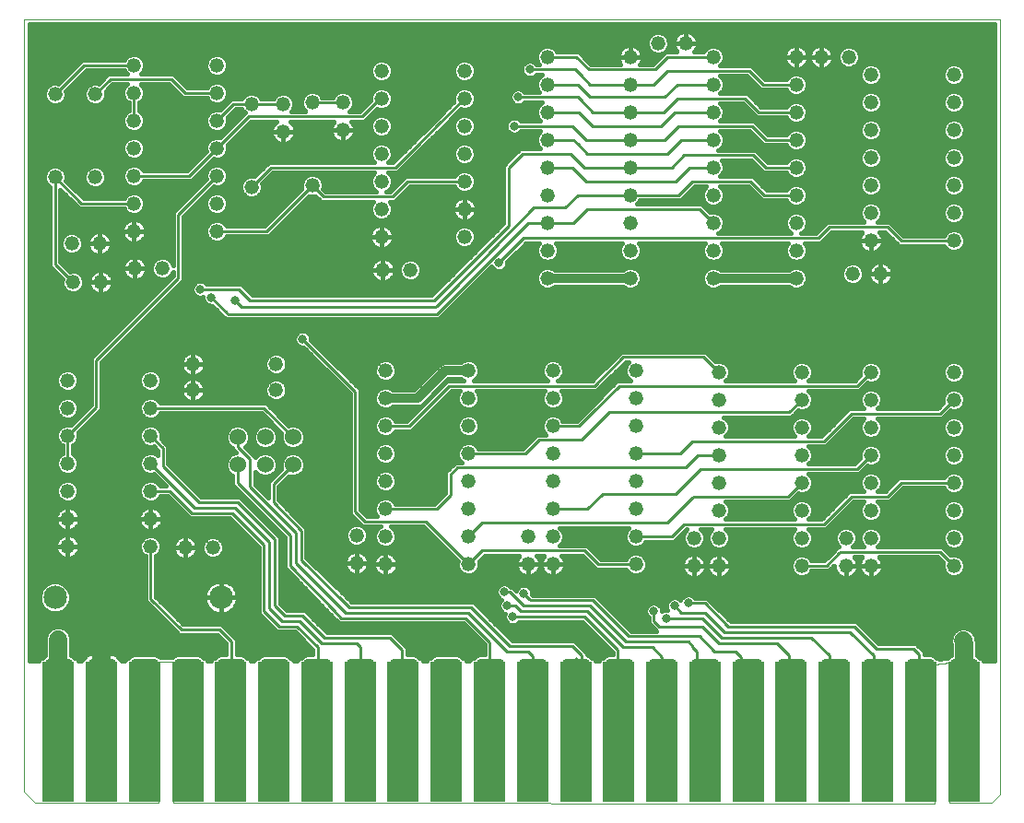
<source format=gtl>
G75*
%MOIN*%
%OFA0B0*%
%FSLAX25Y25*%
%IPPOS*%
%LPD*%
%AMOC8*
5,1,8,0,0,1.08239X$1,22.5*
%
%ADD10C,0.00000*%
%ADD11C,0.05200*%
%ADD12C,0.08500*%
%ADD13C,0.06000*%
%ADD14C,0.03000*%
%ADD15R,0.11693X0.50669*%
%ADD16C,0.03200*%
%ADD17C,0.06600*%
%ADD18C,0.05906*%
%ADD19C,0.01600*%
%ADD20C,0.01000*%
%ADD21C,0.03169*%
D10*
X0026198Y0005295D02*
X0030135Y0001394D01*
X0074623Y0001394D01*
X0074623Y0052181D01*
X0080135Y0052181D01*
X0080135Y0001394D01*
X0355331Y0001000D01*
X0355331Y0051394D01*
X0360843Y0051787D01*
X0360843Y0001394D01*
X0376198Y0001394D01*
X0378954Y0004150D01*
X0378954Y0050606D01*
X0378954Y0050488D02*
X0378954Y0284587D01*
X0026198Y0284587D01*
X0026198Y0051094D01*
X0026198Y0051295D02*
X0026198Y0005295D01*
D11*
X0041800Y0093988D03*
X0041800Y0103988D03*
X0041800Y0113988D03*
X0041800Y0123988D03*
X0041800Y0133988D03*
X0041800Y0143988D03*
X0041800Y0153988D03*
X0071800Y0153988D03*
X0071800Y0143988D03*
X0071800Y0133988D03*
X0071800Y0123988D03*
X0071800Y0113988D03*
X0071800Y0103988D03*
X0071800Y0093988D03*
X0084300Y0093488D03*
X0094300Y0093488D03*
X0146300Y0097988D03*
X0156800Y0097488D03*
X0146300Y0087988D03*
X0156800Y0087488D03*
X0156800Y0107488D03*
X0156800Y0117488D03*
X0156800Y0127488D03*
X0156800Y0137488D03*
X0156800Y0147488D03*
X0156800Y0157488D03*
X0186800Y0157488D03*
X0186800Y0147488D03*
X0186800Y0137488D03*
X0186800Y0127488D03*
X0186800Y0117488D03*
X0186800Y0107488D03*
X0186800Y0097488D03*
X0186800Y0087488D03*
X0208300Y0087488D03*
X0217300Y0087488D03*
X0217300Y0097488D03*
X0208300Y0097488D03*
X0217300Y0107488D03*
X0217300Y0117488D03*
X0217300Y0127488D03*
X0217300Y0137488D03*
X0217300Y0147488D03*
X0217300Y0157488D03*
X0247300Y0157488D03*
X0247300Y0147488D03*
X0247300Y0137488D03*
X0247300Y0127488D03*
X0247300Y0117488D03*
X0247300Y0107488D03*
X0247300Y0097488D03*
X0247300Y0087488D03*
X0268300Y0086988D03*
X0277300Y0086988D03*
X0277300Y0096988D03*
X0268300Y0096988D03*
X0277300Y0106988D03*
X0277300Y0116988D03*
X0277300Y0126988D03*
X0277300Y0136988D03*
X0277300Y0146988D03*
X0277300Y0156988D03*
X0307300Y0156988D03*
X0307300Y0146988D03*
X0307300Y0136988D03*
X0307300Y0126988D03*
X0307300Y0116988D03*
X0307300Y0106988D03*
X0307300Y0096988D03*
X0307300Y0086988D03*
X0323300Y0086988D03*
X0332300Y0086988D03*
X0332300Y0096988D03*
X0323300Y0096988D03*
X0332300Y0106988D03*
X0332300Y0116988D03*
X0332300Y0126988D03*
X0332300Y0136988D03*
X0332300Y0146988D03*
X0332300Y0156988D03*
X0362300Y0156988D03*
X0362300Y0146988D03*
X0362300Y0136988D03*
X0362300Y0126988D03*
X0362300Y0116988D03*
X0362300Y0106988D03*
X0362300Y0096988D03*
X0362300Y0086988D03*
X0305300Y0190988D03*
X0305300Y0200988D03*
X0305300Y0210988D03*
X0305300Y0220988D03*
X0305300Y0230988D03*
X0305300Y0240988D03*
X0305300Y0250988D03*
X0305300Y0260988D03*
X0305300Y0270988D03*
X0314300Y0270988D03*
X0324300Y0270988D03*
X0332300Y0264488D03*
X0332300Y0254488D03*
X0332300Y0244488D03*
X0332300Y0234488D03*
X0332300Y0224488D03*
X0332300Y0214488D03*
X0332300Y0204488D03*
X0335800Y0192488D03*
X0325800Y0192488D03*
X0362300Y0204488D03*
X0362300Y0214488D03*
X0362300Y0224488D03*
X0362300Y0234488D03*
X0362300Y0244488D03*
X0362300Y0254488D03*
X0362300Y0264488D03*
X0275300Y0260988D03*
X0275300Y0250988D03*
X0275300Y0240988D03*
X0275300Y0230988D03*
X0275300Y0220988D03*
X0275300Y0210988D03*
X0275300Y0200988D03*
X0275300Y0190988D03*
X0245300Y0190988D03*
X0245300Y0200988D03*
X0245300Y0210988D03*
X0245300Y0220988D03*
X0245300Y0230988D03*
X0245300Y0240988D03*
X0245300Y0250988D03*
X0245300Y0260988D03*
X0245300Y0270988D03*
X0255300Y0275988D03*
X0265300Y0275988D03*
X0275300Y0270988D03*
X0215300Y0270988D03*
X0215300Y0260988D03*
X0215300Y0250988D03*
X0215300Y0240988D03*
X0215300Y0230988D03*
X0215300Y0220988D03*
X0215300Y0210988D03*
X0215300Y0200988D03*
X0215300Y0190988D03*
X0185300Y0205988D03*
X0185300Y0215988D03*
X0185300Y0225988D03*
X0185300Y0235988D03*
X0185300Y0245988D03*
X0185300Y0255988D03*
X0185300Y0265988D03*
X0155300Y0265988D03*
X0155300Y0255988D03*
X0155300Y0245988D03*
X0155300Y0235988D03*
X0155300Y0225988D03*
X0155300Y0215988D03*
X0155300Y0205988D03*
X0155800Y0193988D03*
X0165800Y0193988D03*
X0130300Y0224488D03*
X0108300Y0223988D03*
X0095800Y0227988D03*
X0095800Y0217988D03*
X0095800Y0207988D03*
X0076087Y0194488D03*
X0066087Y0194488D03*
X0053800Y0189488D03*
X0043800Y0189488D03*
X0043300Y0203488D03*
X0053300Y0203488D03*
X0065800Y0207988D03*
X0065800Y0217988D03*
X0065800Y0227988D03*
X0065800Y0237988D03*
X0065800Y0247988D03*
X0065800Y0257988D03*
X0065800Y0267988D03*
X0051800Y0257488D03*
X0037300Y0257488D03*
X0037300Y0227488D03*
X0051800Y0227488D03*
X0095800Y0237988D03*
X0095800Y0247988D03*
X0095800Y0257988D03*
X0095800Y0267988D03*
X0108300Y0253988D03*
X0119800Y0253988D03*
X0130300Y0254488D03*
X0141300Y0254488D03*
X0141300Y0244488D03*
X0119800Y0243988D03*
X0117182Y0159937D03*
X0117182Y0150488D03*
X0087182Y0150488D03*
X0087182Y0159937D03*
D12*
X0097300Y0075488D03*
X0037300Y0075488D03*
D13*
X0103300Y0123488D03*
X0113300Y0123488D03*
X0123300Y0123488D03*
X0123300Y0133488D03*
X0113300Y0133488D03*
X0103300Y0133488D03*
D14*
X0104348Y0034941D02*
X0097348Y0034941D01*
X0097348Y0051941D01*
X0104348Y0051941D01*
X0104348Y0034941D01*
X0104348Y0037940D02*
X0097348Y0037940D01*
X0097348Y0040939D02*
X0104348Y0040939D01*
X0104348Y0043938D02*
X0097348Y0043938D01*
X0097348Y0046937D02*
X0104348Y0046937D01*
X0104348Y0049936D02*
X0097348Y0049936D01*
X0088757Y0034941D02*
X0081757Y0034941D01*
X0081757Y0051941D01*
X0088757Y0051941D01*
X0088757Y0034941D01*
X0088757Y0037940D02*
X0081757Y0037940D01*
X0081757Y0040939D02*
X0088757Y0040939D01*
X0088757Y0043938D02*
X0081757Y0043938D01*
X0081757Y0046937D02*
X0088757Y0046937D01*
X0088757Y0049936D02*
X0081757Y0049936D01*
X0073167Y0034941D02*
X0066167Y0034941D01*
X0066167Y0051941D01*
X0073167Y0051941D01*
X0073167Y0034941D01*
X0073167Y0037940D02*
X0066167Y0037940D01*
X0066167Y0040939D02*
X0073167Y0040939D01*
X0073167Y0043938D02*
X0066167Y0043938D01*
X0066167Y0046937D02*
X0073167Y0046937D01*
X0073167Y0049936D02*
X0066167Y0049936D01*
X0057576Y0034941D02*
X0050576Y0034941D01*
X0050576Y0051941D01*
X0057576Y0051941D01*
X0057576Y0034941D01*
X0057576Y0037940D02*
X0050576Y0037940D01*
X0050576Y0040939D02*
X0057576Y0040939D01*
X0057576Y0043938D02*
X0050576Y0043938D01*
X0050576Y0046937D02*
X0057576Y0046937D01*
X0057576Y0049936D02*
X0050576Y0049936D01*
X0041986Y0034941D02*
X0034986Y0034941D01*
X0034986Y0051941D01*
X0041986Y0051941D01*
X0041986Y0034941D01*
X0041986Y0037940D02*
X0034986Y0037940D01*
X0034986Y0040939D02*
X0041986Y0040939D01*
X0041986Y0043938D02*
X0034986Y0043938D01*
X0034986Y0046937D02*
X0041986Y0046937D01*
X0041986Y0049936D02*
X0034986Y0049936D01*
X0112939Y0034941D02*
X0119939Y0034941D01*
X0112939Y0034941D02*
X0112939Y0051941D01*
X0119939Y0051941D01*
X0119939Y0034941D01*
X0119939Y0037940D02*
X0112939Y0037940D01*
X0112939Y0040939D02*
X0119939Y0040939D01*
X0119939Y0043938D02*
X0112939Y0043938D01*
X0112939Y0046937D02*
X0119939Y0046937D01*
X0119939Y0049936D02*
X0112939Y0049936D01*
X0128529Y0034941D02*
X0135529Y0034941D01*
X0128529Y0034941D02*
X0128529Y0051941D01*
X0135529Y0051941D01*
X0135529Y0034941D01*
X0135529Y0037940D02*
X0128529Y0037940D01*
X0128529Y0040939D02*
X0135529Y0040939D01*
X0135529Y0043938D02*
X0128529Y0043938D01*
X0128529Y0046937D02*
X0135529Y0046937D01*
X0135529Y0049936D02*
X0128529Y0049936D01*
X0144120Y0034941D02*
X0151120Y0034941D01*
X0144120Y0034941D02*
X0144120Y0051941D01*
X0151120Y0051941D01*
X0151120Y0034941D01*
X0151120Y0037940D02*
X0144120Y0037940D01*
X0144120Y0040939D02*
X0151120Y0040939D01*
X0151120Y0043938D02*
X0144120Y0043938D01*
X0144120Y0046937D02*
X0151120Y0046937D01*
X0151120Y0049936D02*
X0144120Y0049936D01*
X0159710Y0034941D02*
X0166710Y0034941D01*
X0159710Y0034941D02*
X0159710Y0051941D01*
X0166710Y0051941D01*
X0166710Y0034941D01*
X0166710Y0037940D02*
X0159710Y0037940D01*
X0159710Y0040939D02*
X0166710Y0040939D01*
X0166710Y0043938D02*
X0159710Y0043938D01*
X0159710Y0046937D02*
X0166710Y0046937D01*
X0166710Y0049936D02*
X0159710Y0049936D01*
X0175301Y0034941D02*
X0182301Y0034941D01*
X0175301Y0034941D02*
X0175301Y0051941D01*
X0182301Y0051941D01*
X0182301Y0034941D01*
X0182301Y0037940D02*
X0175301Y0037940D01*
X0175301Y0040939D02*
X0182301Y0040939D01*
X0182301Y0043938D02*
X0175301Y0043938D01*
X0175301Y0046937D02*
X0182301Y0046937D01*
X0182301Y0049936D02*
X0175301Y0049936D01*
X0190891Y0034941D02*
X0197891Y0034941D01*
X0190891Y0034941D02*
X0190891Y0051941D01*
X0197891Y0051941D01*
X0197891Y0034941D01*
X0197891Y0037940D02*
X0190891Y0037940D01*
X0190891Y0040939D02*
X0197891Y0040939D01*
X0197891Y0043938D02*
X0190891Y0043938D01*
X0190891Y0046937D02*
X0197891Y0046937D01*
X0197891Y0049936D02*
X0190891Y0049936D01*
X0206482Y0034941D02*
X0213482Y0034941D01*
X0206482Y0034941D02*
X0206482Y0051941D01*
X0213482Y0051941D01*
X0213482Y0034941D01*
X0213482Y0037940D02*
X0206482Y0037940D01*
X0206482Y0040939D02*
X0213482Y0040939D01*
X0213482Y0043938D02*
X0206482Y0043938D01*
X0206482Y0046937D02*
X0213482Y0046937D01*
X0213482Y0049936D02*
X0206482Y0049936D01*
X0222072Y0034941D02*
X0229072Y0034941D01*
X0222072Y0034941D02*
X0222072Y0051941D01*
X0229072Y0051941D01*
X0229072Y0034941D01*
X0229072Y0037940D02*
X0222072Y0037940D01*
X0222072Y0040939D02*
X0229072Y0040939D01*
X0229072Y0043938D02*
X0222072Y0043938D01*
X0222072Y0046937D02*
X0229072Y0046937D01*
X0229072Y0049936D02*
X0222072Y0049936D01*
X0237663Y0034941D02*
X0244663Y0034941D01*
X0237663Y0034941D02*
X0237663Y0051941D01*
X0244663Y0051941D01*
X0244663Y0034941D01*
X0244663Y0037940D02*
X0237663Y0037940D01*
X0237663Y0040939D02*
X0244663Y0040939D01*
X0244663Y0043938D02*
X0237663Y0043938D01*
X0237663Y0046937D02*
X0244663Y0046937D01*
X0244663Y0049936D02*
X0237663Y0049936D01*
X0253254Y0034941D02*
X0260254Y0034941D01*
X0253254Y0034941D02*
X0253254Y0051941D01*
X0260254Y0051941D01*
X0260254Y0034941D01*
X0260254Y0037940D02*
X0253254Y0037940D01*
X0253254Y0040939D02*
X0260254Y0040939D01*
X0260254Y0043938D02*
X0253254Y0043938D01*
X0253254Y0046937D02*
X0260254Y0046937D01*
X0260254Y0049936D02*
X0253254Y0049936D01*
X0268844Y0034941D02*
X0275844Y0034941D01*
X0268844Y0034941D02*
X0268844Y0051941D01*
X0275844Y0051941D01*
X0275844Y0034941D01*
X0275844Y0037940D02*
X0268844Y0037940D01*
X0268844Y0040939D02*
X0275844Y0040939D01*
X0275844Y0043938D02*
X0268844Y0043938D01*
X0268844Y0046937D02*
X0275844Y0046937D01*
X0275844Y0049936D02*
X0268844Y0049936D01*
X0284435Y0034941D02*
X0291435Y0034941D01*
X0284435Y0034941D02*
X0284435Y0051941D01*
X0291435Y0051941D01*
X0291435Y0034941D01*
X0291435Y0037940D02*
X0284435Y0037940D01*
X0284435Y0040939D02*
X0291435Y0040939D01*
X0291435Y0043938D02*
X0284435Y0043938D01*
X0284435Y0046937D02*
X0291435Y0046937D01*
X0291435Y0049936D02*
X0284435Y0049936D01*
X0300025Y0034941D02*
X0307025Y0034941D01*
X0300025Y0034941D02*
X0300025Y0051941D01*
X0307025Y0051941D01*
X0307025Y0034941D01*
X0307025Y0037940D02*
X0300025Y0037940D01*
X0300025Y0040939D02*
X0307025Y0040939D01*
X0307025Y0043938D02*
X0300025Y0043938D01*
X0300025Y0046937D02*
X0307025Y0046937D01*
X0307025Y0049936D02*
X0300025Y0049936D01*
X0315616Y0034941D02*
X0322616Y0034941D01*
X0315616Y0034941D02*
X0315616Y0051941D01*
X0322616Y0051941D01*
X0322616Y0034941D01*
X0322616Y0037940D02*
X0315616Y0037940D01*
X0315616Y0040939D02*
X0322616Y0040939D01*
X0322616Y0043938D02*
X0315616Y0043938D01*
X0315616Y0046937D02*
X0322616Y0046937D01*
X0322616Y0049936D02*
X0315616Y0049936D01*
X0331206Y0034941D02*
X0338206Y0034941D01*
X0331206Y0034941D02*
X0331206Y0051941D01*
X0338206Y0051941D01*
X0338206Y0034941D01*
X0338206Y0037940D02*
X0331206Y0037940D01*
X0331206Y0040939D02*
X0338206Y0040939D01*
X0338206Y0043938D02*
X0331206Y0043938D01*
X0331206Y0046937D02*
X0338206Y0046937D01*
X0338206Y0049936D02*
X0331206Y0049936D01*
X0346797Y0034941D02*
X0353797Y0034941D01*
X0346797Y0034941D02*
X0346797Y0051941D01*
X0353797Y0051941D01*
X0353797Y0034941D01*
X0353797Y0037940D02*
X0346797Y0037940D01*
X0346797Y0040939D02*
X0353797Y0040939D01*
X0353797Y0043938D02*
X0346797Y0043938D01*
X0346797Y0046937D02*
X0353797Y0046937D01*
X0353797Y0049936D02*
X0346797Y0049936D01*
X0362387Y0034941D02*
X0369387Y0034941D01*
X0362387Y0034941D02*
X0362387Y0051941D01*
X0369387Y0051941D01*
X0369387Y0034941D01*
X0369387Y0037940D02*
X0362387Y0037940D01*
X0362387Y0040939D02*
X0369387Y0040939D01*
X0369387Y0043938D02*
X0362387Y0043938D01*
X0362387Y0046937D02*
X0369387Y0046937D01*
X0369387Y0049936D02*
X0362387Y0049936D01*
D15*
X0365883Y0027004D03*
X0350292Y0027004D03*
X0334702Y0027004D03*
X0319111Y0027004D03*
X0303520Y0027004D03*
X0287930Y0027004D03*
X0272339Y0027004D03*
X0256749Y0027004D03*
X0241158Y0027004D03*
X0225568Y0027004D03*
X0209977Y0027004D03*
X0194387Y0027004D03*
X0178796Y0027004D03*
X0163206Y0027004D03*
X0147615Y0027004D03*
X0132024Y0027004D03*
X0116434Y0027004D03*
X0100843Y0027004D03*
X0085253Y0027004D03*
X0069662Y0027004D03*
X0054072Y0027004D03*
X0038481Y0027004D03*
D16*
X0156800Y0147488D02*
X0157300Y0147488D01*
X0168300Y0147488D01*
X0178300Y0157488D01*
X0186800Y0157488D01*
X0215300Y0190988D02*
X0245300Y0190988D01*
X0275300Y0190988D02*
X0305300Y0190988D01*
D17*
X0365800Y0059776D02*
X0366006Y0058783D01*
X0365887Y0043441D01*
X0055300Y0059988D02*
X0054194Y0058883D01*
X0054076Y0043441D01*
X0038486Y0043441D02*
X0038486Y0060247D01*
X0038402Y0060331D01*
D18*
X0038402Y0060331D03*
X0365800Y0059776D03*
D19*
X0369407Y0062830D02*
X0377154Y0062830D01*
X0377154Y0061232D02*
X0370298Y0061232D01*
X0370213Y0061644D02*
X0369162Y0063190D01*
X0367599Y0064217D01*
X0365763Y0064568D01*
X0363932Y0064189D01*
X0362385Y0063138D01*
X0361359Y0061575D01*
X0361008Y0059738D01*
X0361302Y0058319D01*
X0361273Y0054618D01*
X0360745Y0054399D01*
X0360084Y0053739D01*
X0359456Y0053739D01*
X0359192Y0053474D01*
X0357130Y0053327D01*
X0356718Y0053739D01*
X0356100Y0053739D01*
X0355440Y0054399D01*
X0354374Y0054841D01*
X0351700Y0054841D01*
X0351700Y0055775D01*
X0350587Y0056888D01*
X0348587Y0058888D01*
X0335087Y0058888D01*
X0327087Y0066888D01*
X0281587Y0066888D01*
X0273087Y0075388D01*
X0268620Y0075388D01*
X0267990Y0076018D01*
X0266894Y0076472D01*
X0265706Y0076472D01*
X0264610Y0076018D01*
X0263770Y0075179D01*
X0263495Y0074514D01*
X0262990Y0075018D01*
X0261894Y0075472D01*
X0260706Y0075472D01*
X0259610Y0075018D01*
X0258770Y0074179D01*
X0258316Y0073082D01*
X0258316Y0071895D01*
X0258698Y0070972D01*
X0257706Y0070972D01*
X0256784Y0070590D01*
X0256784Y0071082D01*
X0256330Y0072179D01*
X0255490Y0073018D01*
X0254394Y0073472D01*
X0253206Y0073472D01*
X0252110Y0073018D01*
X0251270Y0072179D01*
X0250816Y0071082D01*
X0250816Y0069895D01*
X0251270Y0068798D01*
X0251900Y0068168D01*
X0251900Y0066201D01*
X0253900Y0064201D01*
X0254713Y0063388D01*
X0245587Y0063388D01*
X0232587Y0076388D01*
X0210087Y0076388D01*
X0209784Y0076691D01*
X0209784Y0077582D01*
X0209330Y0078679D01*
X0208490Y0079518D01*
X0207394Y0079972D01*
X0206206Y0079972D01*
X0205110Y0079518D01*
X0204270Y0078679D01*
X0203985Y0077990D01*
X0202587Y0079388D01*
X0202120Y0079388D01*
X0201490Y0080018D01*
X0200394Y0080472D01*
X0199206Y0080472D01*
X0198110Y0080018D01*
X0197270Y0079179D01*
X0196816Y0078082D01*
X0196816Y0076895D01*
X0197270Y0075798D01*
X0198110Y0074958D01*
X0198774Y0074683D01*
X0198270Y0074179D01*
X0197816Y0073082D01*
X0197816Y0071895D01*
X0198270Y0070798D01*
X0199110Y0069958D01*
X0200022Y0069580D01*
X0199816Y0069082D01*
X0199816Y0067895D01*
X0200270Y0066798D01*
X0201110Y0065958D01*
X0202206Y0065504D01*
X0203394Y0065504D01*
X0204490Y0065958D01*
X0205120Y0066588D01*
X0228013Y0066588D01*
X0238900Y0055701D01*
X0238900Y0054841D01*
X0237086Y0054841D01*
X0236020Y0054399D01*
X0235359Y0053739D01*
X0234732Y0053739D01*
X0233912Y0052918D01*
X0233912Y0052488D01*
X0232814Y0052488D01*
X0232814Y0052918D01*
X0231994Y0053739D01*
X0231376Y0053739D01*
X0230715Y0054399D01*
X0229700Y0054820D01*
X0229700Y0055275D01*
X0226200Y0058775D01*
X0225087Y0059888D01*
X0202587Y0059888D01*
X0189700Y0072775D01*
X0188587Y0073888D01*
X0144587Y0073888D01*
X0143687Y0074788D01*
X0143687Y0074806D01*
X0143132Y0075343D01*
X0142587Y0075888D01*
X0142569Y0075888D01*
X0128200Y0089794D01*
X0128200Y0099465D01*
X0128219Y0100229D01*
X0128200Y0100248D01*
X0128200Y0100275D01*
X0127660Y0100815D01*
X0118200Y0110748D01*
X0118200Y0115701D01*
X0121832Y0119334D01*
X0122425Y0119088D01*
X0124175Y0119088D01*
X0125792Y0119758D01*
X0127030Y0120996D01*
X0127700Y0122613D01*
X0127700Y0124363D01*
X0127030Y0125981D01*
X0125792Y0127218D01*
X0124175Y0127888D01*
X0122425Y0127888D01*
X0120808Y0127218D01*
X0119570Y0125981D01*
X0118900Y0124363D01*
X0118900Y0122613D01*
X0119145Y0122021D01*
X0114400Y0117275D01*
X0114400Y0111575D01*
X0109700Y0116275D01*
X0109700Y0120866D01*
X0110808Y0119758D01*
X0112425Y0119088D01*
X0114175Y0119088D01*
X0115792Y0119758D01*
X0117030Y0120996D01*
X0117700Y0122613D01*
X0117700Y0124363D01*
X0117030Y0125981D01*
X0115792Y0127218D01*
X0114175Y0127888D01*
X0112425Y0127888D01*
X0110808Y0127218D01*
X0109700Y0126111D01*
X0109700Y0126275D01*
X0108587Y0127388D01*
X0106005Y0129970D01*
X0107030Y0130996D01*
X0107700Y0132613D01*
X0107700Y0134363D01*
X0107030Y0135981D01*
X0105792Y0137218D01*
X0104175Y0137888D01*
X0102425Y0137888D01*
X0100808Y0137218D01*
X0099570Y0135981D01*
X0098900Y0134363D01*
X0098900Y0132613D01*
X0099570Y0130996D01*
X0100808Y0129758D01*
X0101400Y0129513D01*
X0101400Y0129201D01*
X0102713Y0127888D01*
X0102425Y0127888D01*
X0100808Y0127218D01*
X0099570Y0125981D01*
X0098900Y0124363D01*
X0098900Y0122613D01*
X0099570Y0120996D01*
X0100808Y0119758D01*
X0101400Y0119513D01*
X0101400Y0116201D01*
X0120400Y0097201D01*
X0120400Y0087003D01*
X0120388Y0086230D01*
X0120400Y0086218D01*
X0120400Y0086201D01*
X0120946Y0085655D01*
X0136400Y0069718D01*
X0136400Y0069701D01*
X0136946Y0069155D01*
X0137484Y0068601D01*
X0137501Y0068600D01*
X0140013Y0066088D01*
X0185013Y0066088D01*
X0192604Y0058498D01*
X0192576Y0054841D01*
X0190314Y0054841D01*
X0189249Y0054399D01*
X0188588Y0053739D01*
X0187960Y0053739D01*
X0187140Y0052918D01*
X0187140Y0052488D01*
X0186043Y0052488D01*
X0186043Y0052918D01*
X0185222Y0053739D01*
X0184604Y0053739D01*
X0183944Y0054399D01*
X0182878Y0054841D01*
X0174724Y0054841D01*
X0173658Y0054399D01*
X0172997Y0053739D01*
X0172370Y0053739D01*
X0171550Y0052918D01*
X0171550Y0052488D01*
X0170452Y0052488D01*
X0170452Y0052918D01*
X0169632Y0053739D01*
X0169014Y0053739D01*
X0168353Y0054399D01*
X0167287Y0054841D01*
X0164700Y0054841D01*
X0164700Y0057275D01*
X0163587Y0058388D01*
X0159087Y0062888D01*
X0135587Y0062888D01*
X0127587Y0070888D01*
X0121087Y0070888D01*
X0118700Y0073275D01*
X0118700Y0097275D01*
X0117587Y0098388D01*
X0104087Y0111888D01*
X0090087Y0111888D01*
X0078200Y0123775D01*
X0078200Y0130275D01*
X0077087Y0131388D01*
X0075648Y0132827D01*
X0075800Y0133193D01*
X0075800Y0134784D01*
X0075191Y0136254D01*
X0074066Y0137379D01*
X0072596Y0137988D01*
X0071004Y0137988D01*
X0069534Y0137379D01*
X0068409Y0136254D01*
X0067800Y0134784D01*
X0067800Y0133193D01*
X0068409Y0131722D01*
X0069534Y0130597D01*
X0071004Y0129988D01*
X0072596Y0129988D01*
X0072961Y0130140D01*
X0074400Y0128701D01*
X0074400Y0127045D01*
X0074066Y0127379D01*
X0072596Y0127988D01*
X0071004Y0127988D01*
X0069534Y0127379D01*
X0068409Y0126254D01*
X0067800Y0124784D01*
X0067800Y0123193D01*
X0068409Y0121722D01*
X0069534Y0120597D01*
X0071004Y0119988D01*
X0072596Y0119988D01*
X0072961Y0120140D01*
X0077213Y0115888D01*
X0075343Y0115888D01*
X0075191Y0116254D01*
X0074066Y0117379D01*
X0072596Y0117988D01*
X0071004Y0117988D01*
X0069534Y0117379D01*
X0068409Y0116254D01*
X0067800Y0114784D01*
X0067800Y0113193D01*
X0068409Y0111722D01*
X0069534Y0110597D01*
X0071004Y0109988D01*
X0072596Y0109988D01*
X0074066Y0110597D01*
X0075191Y0111722D01*
X0075343Y0112088D01*
X0078013Y0112088D01*
X0084900Y0105201D01*
X0086013Y0104088D01*
X0100513Y0104088D01*
X0110900Y0093701D01*
X0110900Y0069701D01*
X0117513Y0063088D01*
X0124013Y0063088D01*
X0130400Y0056701D01*
X0130400Y0054841D01*
X0127952Y0054841D01*
X0126886Y0054399D01*
X0126226Y0053739D01*
X0125598Y0053739D01*
X0124778Y0052918D01*
X0124778Y0052488D01*
X0123680Y0052488D01*
X0123680Y0052918D01*
X0122860Y0053739D01*
X0122242Y0053739D01*
X0121581Y0054399D01*
X0120515Y0054841D01*
X0112362Y0054841D01*
X0111296Y0054399D01*
X0110635Y0053739D01*
X0110007Y0053739D01*
X0109187Y0052918D01*
X0109187Y0052488D01*
X0108090Y0052488D01*
X0108090Y0052918D01*
X0107270Y0053739D01*
X0106652Y0053739D01*
X0105991Y0054399D01*
X0104925Y0054841D01*
X0102901Y0054841D01*
X0102901Y0060330D01*
X0101788Y0061443D01*
X0097457Y0065774D01*
X0083678Y0065774D01*
X0073700Y0075752D01*
X0073700Y0090446D01*
X0074066Y0090597D01*
X0075191Y0091722D01*
X0075800Y0093193D01*
X0075800Y0094784D01*
X0075191Y0096254D01*
X0074066Y0097379D01*
X0072596Y0097988D01*
X0071004Y0097988D01*
X0069534Y0097379D01*
X0068409Y0096254D01*
X0067800Y0094784D01*
X0067800Y0093193D01*
X0068409Y0091722D01*
X0069534Y0090597D01*
X0069900Y0090446D01*
X0069900Y0074178D01*
X0080991Y0063087D01*
X0082104Y0061974D01*
X0095883Y0061974D01*
X0099101Y0058756D01*
X0099101Y0054841D01*
X0096771Y0054841D01*
X0095705Y0054399D01*
X0095044Y0053739D01*
X0094417Y0053739D01*
X0093597Y0052918D01*
X0093597Y0052488D01*
X0092499Y0052488D01*
X0092499Y0052918D01*
X0091679Y0053739D01*
X0091061Y0053739D01*
X0090400Y0054399D01*
X0089334Y0054841D01*
X0081181Y0054841D01*
X0080115Y0054399D01*
X0079696Y0053981D01*
X0075228Y0053981D01*
X0074810Y0054399D01*
X0073744Y0054841D01*
X0065590Y0054841D01*
X0064524Y0054399D01*
X0063863Y0053739D01*
X0063236Y0053739D01*
X0062416Y0052918D01*
X0062416Y0052488D01*
X0061318Y0052488D01*
X0061318Y0052918D01*
X0060498Y0053739D01*
X0060344Y0053739D01*
X0060140Y0054045D01*
X0059680Y0054504D01*
X0059140Y0054865D01*
X0058539Y0055114D01*
X0057901Y0055241D01*
X0054876Y0055241D01*
X0054876Y0053739D01*
X0053276Y0053739D01*
X0053276Y0055241D01*
X0050251Y0055241D01*
X0049614Y0055114D01*
X0049013Y0054865D01*
X0048473Y0054504D01*
X0048013Y0054045D01*
X0047809Y0053739D01*
X0047645Y0053739D01*
X0046825Y0052918D01*
X0046825Y0052488D01*
X0045728Y0052488D01*
X0045728Y0052918D01*
X0044907Y0053739D01*
X0044289Y0053739D01*
X0043629Y0054399D01*
X0043186Y0054583D01*
X0043186Y0061182D01*
X0042470Y0062910D01*
X0041065Y0064315D01*
X0039337Y0065031D01*
X0037467Y0065031D01*
X0035740Y0064315D01*
X0034418Y0062993D01*
X0033702Y0061266D01*
X0033702Y0059396D01*
X0033786Y0059194D01*
X0033786Y0054583D01*
X0033343Y0054399D01*
X0032682Y0053739D01*
X0032055Y0053739D01*
X0031235Y0052918D01*
X0031235Y0052488D01*
X0027998Y0052488D01*
X0027998Y0282787D01*
X0377154Y0282787D01*
X0377154Y0052488D01*
X0373129Y0052488D01*
X0373129Y0052918D01*
X0372309Y0053739D01*
X0371691Y0053739D01*
X0371030Y0054399D01*
X0370673Y0054547D01*
X0370702Y0058320D01*
X0370797Y0058820D01*
X0370709Y0059246D01*
X0370713Y0059681D01*
X0370522Y0060153D01*
X0370213Y0061644D01*
X0370712Y0059633D02*
X0377154Y0059633D01*
X0377154Y0058035D02*
X0370700Y0058035D01*
X0370688Y0056436D02*
X0377154Y0056436D01*
X0377154Y0054838D02*
X0370675Y0054838D01*
X0372809Y0053239D02*
X0377154Y0053239D01*
X0377154Y0064429D02*
X0366490Y0064429D01*
X0365092Y0064429D02*
X0329547Y0064429D01*
X0331145Y0062830D02*
X0362183Y0062830D01*
X0361293Y0061232D02*
X0332744Y0061232D01*
X0334342Y0059633D02*
X0361030Y0059633D01*
X0361300Y0058035D02*
X0349441Y0058035D01*
X0351039Y0056436D02*
X0361287Y0056436D01*
X0361275Y0054838D02*
X0354382Y0054838D01*
X0377154Y0066027D02*
X0327948Y0066027D01*
X0331270Y0082697D02*
X0331954Y0082588D01*
X0332300Y0082588D01*
X0332646Y0082588D01*
X0333330Y0082697D01*
X0333989Y0082911D01*
X0334606Y0083225D01*
X0335166Y0083632D01*
X0335656Y0084122D01*
X0336063Y0084682D01*
X0336378Y0085299D01*
X0336592Y0085958D01*
X0336700Y0086642D01*
X0336700Y0086988D01*
X0332300Y0086988D01*
X0332300Y0082588D01*
X0332300Y0086988D01*
X0332300Y0086988D01*
X0332300Y0086988D01*
X0327900Y0086988D01*
X0327900Y0086642D01*
X0328008Y0085958D01*
X0328222Y0085299D01*
X0328537Y0084682D01*
X0328944Y0084122D01*
X0329434Y0083632D01*
X0329994Y0083225D01*
X0330611Y0082911D01*
X0331270Y0082697D01*
X0332300Y0083611D02*
X0332300Y0083611D01*
X0332300Y0085209D02*
X0332300Y0085209D01*
X0332300Y0086808D02*
X0332300Y0086808D01*
X0332300Y0086988D02*
X0332300Y0086988D01*
X0336700Y0086988D01*
X0336700Y0087334D01*
X0336592Y0088019D01*
X0336378Y0088677D01*
X0336063Y0089294D01*
X0335656Y0089855D01*
X0335423Y0090088D01*
X0356513Y0090088D01*
X0358452Y0088150D01*
X0358300Y0087784D01*
X0358300Y0086193D01*
X0358909Y0084722D01*
X0360034Y0083597D01*
X0361504Y0082988D01*
X0363096Y0082988D01*
X0364566Y0083597D01*
X0365691Y0084722D01*
X0366300Y0086193D01*
X0366300Y0087784D01*
X0365691Y0089254D01*
X0364566Y0090379D01*
X0363096Y0090988D01*
X0361504Y0090988D01*
X0361139Y0090837D01*
X0358087Y0093888D01*
X0334857Y0093888D01*
X0335691Y0094722D01*
X0336300Y0096193D01*
X0336300Y0097784D01*
X0335691Y0099254D01*
X0334566Y0100379D01*
X0333096Y0100988D01*
X0331504Y0100988D01*
X0330034Y0100379D01*
X0328909Y0099254D01*
X0328300Y0097784D01*
X0328300Y0096193D01*
X0328909Y0094722D01*
X0329743Y0093888D01*
X0325857Y0093888D01*
X0326691Y0094722D01*
X0327300Y0096193D01*
X0327300Y0097784D01*
X0326691Y0099254D01*
X0325566Y0100379D01*
X0324096Y0100988D01*
X0322504Y0100988D01*
X0321034Y0100379D01*
X0319909Y0099254D01*
X0319300Y0097784D01*
X0319300Y0096193D01*
X0319909Y0094722D01*
X0320743Y0093888D01*
X0320513Y0093888D01*
X0319400Y0092775D01*
X0318900Y0092275D01*
X0315513Y0088888D01*
X0310843Y0088888D01*
X0310691Y0089254D01*
X0309566Y0090379D01*
X0308096Y0090988D01*
X0306504Y0090988D01*
X0305034Y0090379D01*
X0303909Y0089254D01*
X0303300Y0087784D01*
X0303300Y0086193D01*
X0303909Y0084722D01*
X0305034Y0083597D01*
X0306504Y0082988D01*
X0308096Y0082988D01*
X0309566Y0083597D01*
X0310691Y0084722D01*
X0310843Y0085088D01*
X0317087Y0085088D01*
X0318900Y0086901D01*
X0318900Y0086642D01*
X0319008Y0085958D01*
X0319222Y0085299D01*
X0319537Y0084682D01*
X0319944Y0084122D01*
X0320434Y0083632D01*
X0320994Y0083225D01*
X0321611Y0082911D01*
X0322270Y0082697D01*
X0322954Y0082588D01*
X0323300Y0082588D01*
X0323646Y0082588D01*
X0324330Y0082697D01*
X0324989Y0082911D01*
X0325606Y0083225D01*
X0326166Y0083632D01*
X0326656Y0084122D01*
X0327063Y0084682D01*
X0327378Y0085299D01*
X0327592Y0085958D01*
X0327700Y0086642D01*
X0327700Y0086988D01*
X0323300Y0086988D01*
X0323300Y0082588D01*
X0323300Y0086988D01*
X0323300Y0086988D01*
X0323300Y0086988D01*
X0327700Y0086988D01*
X0327700Y0087334D01*
X0327592Y0088019D01*
X0327378Y0088677D01*
X0327063Y0089294D01*
X0326656Y0089855D01*
X0326423Y0090088D01*
X0329177Y0090088D01*
X0328944Y0089855D01*
X0328537Y0089294D01*
X0328222Y0088677D01*
X0328008Y0088019D01*
X0327900Y0087334D01*
X0327900Y0086988D01*
X0332300Y0086988D01*
X0328134Y0088406D02*
X0327466Y0088406D01*
X0327700Y0086808D02*
X0327900Y0086808D01*
X0328268Y0085209D02*
X0327332Y0085209D01*
X0326137Y0083611D02*
X0329463Y0083611D01*
X0335137Y0083611D02*
X0360021Y0083611D01*
X0358707Y0085209D02*
X0336332Y0085209D01*
X0336700Y0086808D02*
X0358300Y0086808D01*
X0358195Y0088406D02*
X0336466Y0088406D01*
X0335506Y0090005D02*
X0356596Y0090005D01*
X0358773Y0093202D02*
X0360989Y0093202D01*
X0361504Y0092988D02*
X0363096Y0092988D01*
X0364566Y0093597D01*
X0365691Y0094722D01*
X0366300Y0096193D01*
X0366300Y0097784D01*
X0365691Y0099254D01*
X0364566Y0100379D01*
X0363096Y0100988D01*
X0361504Y0100988D01*
X0360034Y0100379D01*
X0358909Y0099254D01*
X0358300Y0097784D01*
X0358300Y0096193D01*
X0358909Y0094722D01*
X0360034Y0093597D01*
X0361504Y0092988D01*
X0360372Y0091603D02*
X0377154Y0091603D01*
X0377154Y0090005D02*
X0364940Y0090005D01*
X0366042Y0088406D02*
X0377154Y0088406D01*
X0377154Y0086808D02*
X0366300Y0086808D01*
X0365893Y0085209D02*
X0377154Y0085209D01*
X0377154Y0083611D02*
X0364579Y0083611D01*
X0363611Y0093202D02*
X0377154Y0093202D01*
X0377154Y0094800D02*
X0365723Y0094800D01*
X0366300Y0096399D02*
X0377154Y0096399D01*
X0377154Y0097997D02*
X0366212Y0097997D01*
X0365349Y0099596D02*
X0377154Y0099596D01*
X0377154Y0101194D02*
X0317193Y0101194D01*
X0317200Y0101201D02*
X0326087Y0110088D01*
X0329743Y0110088D01*
X0328909Y0109254D01*
X0328300Y0107784D01*
X0328300Y0106193D01*
X0328909Y0104722D01*
X0330034Y0103597D01*
X0331504Y0102988D01*
X0333096Y0102988D01*
X0334566Y0103597D01*
X0335691Y0104722D01*
X0336300Y0106193D01*
X0336300Y0107784D01*
X0335691Y0109254D01*
X0334857Y0110088D01*
X0339087Y0110088D01*
X0340200Y0111201D01*
X0344087Y0115088D01*
X0358757Y0115088D01*
X0358909Y0114722D01*
X0360034Y0113597D01*
X0361504Y0112988D01*
X0363096Y0112988D01*
X0364566Y0113597D01*
X0365691Y0114722D01*
X0366300Y0116193D01*
X0366300Y0117784D01*
X0365691Y0119254D01*
X0364566Y0120379D01*
X0363096Y0120988D01*
X0361504Y0120988D01*
X0360034Y0120379D01*
X0358909Y0119254D01*
X0358757Y0118888D01*
X0342513Y0118888D01*
X0337513Y0113888D01*
X0334857Y0113888D01*
X0335691Y0114722D01*
X0336300Y0116193D01*
X0336300Y0117784D01*
X0335691Y0119254D01*
X0334566Y0120379D01*
X0333096Y0120988D01*
X0331504Y0120988D01*
X0330034Y0120379D01*
X0328909Y0119254D01*
X0328300Y0117784D01*
X0328300Y0116193D01*
X0328909Y0114722D01*
X0329743Y0113888D01*
X0324513Y0113888D01*
X0314513Y0103888D01*
X0309857Y0103888D01*
X0310691Y0104722D01*
X0311300Y0106193D01*
X0311300Y0107784D01*
X0310691Y0109254D01*
X0309566Y0110379D01*
X0308096Y0110988D01*
X0306504Y0110988D01*
X0305034Y0110379D01*
X0303909Y0109254D01*
X0303300Y0107784D01*
X0303300Y0106193D01*
X0303909Y0104722D01*
X0304743Y0103888D01*
X0279857Y0103888D01*
X0280691Y0104722D01*
X0281300Y0106193D01*
X0281300Y0107784D01*
X0280691Y0109254D01*
X0279857Y0110088D01*
X0303087Y0110088D01*
X0306139Y0113140D01*
X0306504Y0112988D01*
X0308096Y0112988D01*
X0309566Y0113597D01*
X0310691Y0114722D01*
X0311300Y0116193D01*
X0311300Y0117784D01*
X0310691Y0119254D01*
X0309857Y0120088D01*
X0328087Y0120088D01*
X0331139Y0123140D01*
X0331504Y0122988D01*
X0333096Y0122988D01*
X0334566Y0123597D01*
X0335691Y0124722D01*
X0336300Y0126193D01*
X0336300Y0127784D01*
X0335691Y0129254D01*
X0334566Y0130379D01*
X0333096Y0130988D01*
X0331504Y0130988D01*
X0330034Y0130379D01*
X0328909Y0129254D01*
X0328300Y0127784D01*
X0328300Y0126193D01*
X0328452Y0125827D01*
X0326513Y0123888D01*
X0309857Y0123888D01*
X0310691Y0124722D01*
X0311300Y0126193D01*
X0311300Y0127784D01*
X0310691Y0129254D01*
X0309857Y0130088D01*
X0316087Y0130088D01*
X0326087Y0140088D01*
X0329743Y0140088D01*
X0328909Y0139254D01*
X0328300Y0137784D01*
X0328300Y0136193D01*
X0328909Y0134722D01*
X0330034Y0133597D01*
X0331504Y0132988D01*
X0333096Y0132988D01*
X0334566Y0133597D01*
X0335691Y0134722D01*
X0336300Y0136193D01*
X0336300Y0137784D01*
X0335691Y0139254D01*
X0334857Y0140088D01*
X0358087Y0140088D01*
X0361139Y0143140D01*
X0361504Y0142988D01*
X0363096Y0142988D01*
X0364566Y0143597D01*
X0365691Y0144722D01*
X0366300Y0146193D01*
X0366300Y0147784D01*
X0365691Y0149254D01*
X0364566Y0150379D01*
X0363096Y0150988D01*
X0361504Y0150988D01*
X0360034Y0150379D01*
X0358909Y0149254D01*
X0358300Y0147784D01*
X0358300Y0146193D01*
X0358452Y0145827D01*
X0356513Y0143888D01*
X0334857Y0143888D01*
X0335691Y0144722D01*
X0336300Y0146193D01*
X0336300Y0147784D01*
X0335691Y0149254D01*
X0334566Y0150379D01*
X0333096Y0150988D01*
X0331504Y0150988D01*
X0330034Y0150379D01*
X0328909Y0149254D01*
X0328300Y0147784D01*
X0328300Y0146193D01*
X0328909Y0144722D01*
X0329743Y0143888D01*
X0324513Y0143888D01*
X0323400Y0142775D01*
X0314513Y0133888D01*
X0309857Y0133888D01*
X0310691Y0134722D01*
X0311300Y0136193D01*
X0311300Y0137784D01*
X0310691Y0139254D01*
X0309566Y0140379D01*
X0308096Y0140988D01*
X0306504Y0140988D01*
X0305034Y0140379D01*
X0303909Y0139254D01*
X0303300Y0137784D01*
X0303300Y0136193D01*
X0303909Y0134722D01*
X0304743Y0133888D01*
X0279857Y0133888D01*
X0280691Y0134722D01*
X0281300Y0136193D01*
X0281300Y0137784D01*
X0280691Y0139254D01*
X0279566Y0140379D01*
X0279061Y0140588D01*
X0303587Y0140588D01*
X0306139Y0143140D01*
X0306504Y0142988D01*
X0308096Y0142988D01*
X0309566Y0143597D01*
X0310691Y0144722D01*
X0311300Y0146193D01*
X0311300Y0147784D01*
X0310691Y0149254D01*
X0309857Y0150088D01*
X0328087Y0150088D01*
X0331139Y0153140D01*
X0331504Y0152988D01*
X0333096Y0152988D01*
X0334566Y0153597D01*
X0335691Y0154722D01*
X0336300Y0156193D01*
X0336300Y0157784D01*
X0335691Y0159254D01*
X0334566Y0160379D01*
X0333096Y0160988D01*
X0331504Y0160988D01*
X0330034Y0160379D01*
X0328909Y0159254D01*
X0328300Y0157784D01*
X0328300Y0156193D01*
X0328452Y0155827D01*
X0326513Y0153888D01*
X0309857Y0153888D01*
X0310691Y0154722D01*
X0311300Y0156193D01*
X0311300Y0157784D01*
X0310691Y0159254D01*
X0309566Y0160379D01*
X0308096Y0160988D01*
X0306504Y0160988D01*
X0305034Y0160379D01*
X0303909Y0159254D01*
X0303300Y0157784D01*
X0303300Y0156193D01*
X0303909Y0154722D01*
X0304743Y0153888D01*
X0279857Y0153888D01*
X0280691Y0154722D01*
X0281300Y0156193D01*
X0281300Y0157784D01*
X0280691Y0159254D01*
X0279566Y0160379D01*
X0278096Y0160988D01*
X0276504Y0160988D01*
X0276139Y0160837D01*
X0272587Y0164388D01*
X0242013Y0164388D01*
X0240900Y0163275D01*
X0231513Y0153888D01*
X0219061Y0153888D01*
X0219566Y0154097D01*
X0220691Y0155222D01*
X0221300Y0156693D01*
X0221300Y0158284D01*
X0220691Y0159754D01*
X0219566Y0160879D01*
X0218096Y0161488D01*
X0216504Y0161488D01*
X0215034Y0160879D01*
X0213909Y0159754D01*
X0213300Y0158284D01*
X0213300Y0156693D01*
X0213909Y0155222D01*
X0215034Y0154097D01*
X0215539Y0153888D01*
X0188561Y0153888D01*
X0189066Y0154097D01*
X0190191Y0155222D01*
X0190800Y0156693D01*
X0190800Y0158284D01*
X0190191Y0159754D01*
X0189066Y0160879D01*
X0187596Y0161488D01*
X0186004Y0161488D01*
X0184534Y0160879D01*
X0184143Y0160488D01*
X0177703Y0160488D01*
X0176601Y0160031D01*
X0175757Y0159188D01*
X0167057Y0150488D01*
X0159457Y0150488D01*
X0159066Y0150879D01*
X0157596Y0151488D01*
X0156004Y0151488D01*
X0154534Y0150879D01*
X0153409Y0149754D01*
X0152800Y0148284D01*
X0152800Y0146693D01*
X0153409Y0145222D01*
X0154534Y0144097D01*
X0156004Y0143488D01*
X0157596Y0143488D01*
X0159066Y0144097D01*
X0159457Y0144488D01*
X0168897Y0144488D01*
X0169999Y0144945D01*
X0179543Y0154488D01*
X0184143Y0154488D01*
X0184534Y0154097D01*
X0185039Y0153888D01*
X0179013Y0153888D01*
X0177900Y0152775D01*
X0164513Y0139388D01*
X0160343Y0139388D01*
X0160191Y0139754D01*
X0159066Y0140879D01*
X0157596Y0141488D01*
X0156004Y0141488D01*
X0154534Y0140879D01*
X0153409Y0139754D01*
X0152800Y0138284D01*
X0152800Y0136693D01*
X0153409Y0135222D01*
X0154534Y0134097D01*
X0156004Y0133488D01*
X0157596Y0133488D01*
X0159066Y0134097D01*
X0160191Y0135222D01*
X0160343Y0135588D01*
X0166087Y0135588D01*
X0180587Y0150088D01*
X0183743Y0150088D01*
X0183409Y0149754D01*
X0182800Y0148284D01*
X0182800Y0146693D01*
X0183409Y0145222D01*
X0184534Y0144097D01*
X0186004Y0143488D01*
X0187596Y0143488D01*
X0189066Y0144097D01*
X0190191Y0145222D01*
X0190800Y0146693D01*
X0190800Y0148284D01*
X0190191Y0149754D01*
X0189857Y0150088D01*
X0214243Y0150088D01*
X0213909Y0149754D01*
X0213300Y0148284D01*
X0213300Y0146693D01*
X0213909Y0145222D01*
X0215034Y0144097D01*
X0216504Y0143488D01*
X0218096Y0143488D01*
X0219566Y0144097D01*
X0220691Y0145222D01*
X0221300Y0146693D01*
X0221300Y0148284D01*
X0220691Y0149754D01*
X0220357Y0150088D01*
X0233087Y0150088D01*
X0243587Y0160588D01*
X0244743Y0160588D01*
X0243909Y0159754D01*
X0243300Y0158284D01*
X0243300Y0156693D01*
X0243909Y0155222D01*
X0245034Y0154097D01*
X0245539Y0153888D01*
X0240513Y0153888D01*
X0239400Y0152775D01*
X0229900Y0143275D01*
X0226013Y0139388D01*
X0220843Y0139388D01*
X0220691Y0139754D01*
X0219566Y0140879D01*
X0218096Y0141488D01*
X0216504Y0141488D01*
X0215034Y0140879D01*
X0213909Y0139754D01*
X0213300Y0138284D01*
X0213300Y0136693D01*
X0213909Y0135222D01*
X0214743Y0134388D01*
X0211513Y0134388D01*
X0210400Y0133275D01*
X0206513Y0129388D01*
X0190343Y0129388D01*
X0190191Y0129754D01*
X0189066Y0130879D01*
X0187596Y0131488D01*
X0186004Y0131488D01*
X0184534Y0130879D01*
X0183409Y0129754D01*
X0182800Y0128284D01*
X0182800Y0126693D01*
X0183409Y0125222D01*
X0184243Y0124388D01*
X0182013Y0124388D01*
X0179513Y0121888D01*
X0178400Y0120775D01*
X0178400Y0113275D01*
X0174513Y0109388D01*
X0160343Y0109388D01*
X0160191Y0109754D01*
X0159066Y0110879D01*
X0157596Y0111488D01*
X0156004Y0111488D01*
X0154534Y0110879D01*
X0153409Y0109754D01*
X0152800Y0108284D01*
X0152800Y0106693D01*
X0153409Y0105222D01*
X0153743Y0104888D01*
X0150087Y0104888D01*
X0147700Y0107275D01*
X0147700Y0150775D01*
X0129784Y0168691D01*
X0129784Y0169582D01*
X0129330Y0170679D01*
X0128490Y0171518D01*
X0127394Y0171972D01*
X0126206Y0171972D01*
X0125110Y0171518D01*
X0124270Y0170679D01*
X0123816Y0169582D01*
X0123816Y0168395D01*
X0124270Y0167298D01*
X0125110Y0166458D01*
X0126206Y0166004D01*
X0127097Y0166004D01*
X0143900Y0149201D01*
X0143900Y0105701D01*
X0145013Y0104588D01*
X0147400Y0102201D01*
X0147979Y0101622D01*
X0147096Y0101988D01*
X0145504Y0101988D01*
X0144034Y0101379D01*
X0142909Y0100254D01*
X0142300Y0098784D01*
X0142300Y0097193D01*
X0142909Y0095722D01*
X0144034Y0094597D01*
X0145504Y0093988D01*
X0147096Y0093988D01*
X0148566Y0094597D01*
X0149691Y0095722D01*
X0150300Y0097193D01*
X0150300Y0098784D01*
X0149691Y0100254D01*
X0148857Y0101088D01*
X0155039Y0101088D01*
X0154534Y0100879D01*
X0153409Y0099754D01*
X0152800Y0098284D01*
X0152800Y0096693D01*
X0153409Y0095222D01*
X0154534Y0094097D01*
X0156004Y0093488D01*
X0157596Y0093488D01*
X0159066Y0094097D01*
X0160191Y0095222D01*
X0160800Y0096693D01*
X0160800Y0098284D01*
X0160191Y0099754D01*
X0159066Y0100879D01*
X0158561Y0101088D01*
X0170513Y0101088D01*
X0182952Y0088650D01*
X0182800Y0088284D01*
X0182800Y0086693D01*
X0183409Y0085222D01*
X0184534Y0084097D01*
X0186004Y0083488D01*
X0187596Y0083488D01*
X0189066Y0084097D01*
X0190191Y0085222D01*
X0190800Y0086693D01*
X0190800Y0088284D01*
X0190648Y0088650D01*
X0192587Y0090588D01*
X0205177Y0090588D01*
X0204944Y0090355D01*
X0204537Y0089794D01*
X0204222Y0089177D01*
X0204008Y0088519D01*
X0203900Y0087834D01*
X0203900Y0087488D01*
X0203900Y0087142D01*
X0204008Y0086458D01*
X0204222Y0085799D01*
X0204537Y0085182D01*
X0204944Y0084622D01*
X0205434Y0084132D01*
X0205994Y0083725D01*
X0206611Y0083411D01*
X0207270Y0083197D01*
X0207954Y0083088D01*
X0208300Y0083088D01*
X0208646Y0083088D01*
X0209330Y0083197D01*
X0209989Y0083411D01*
X0210606Y0083725D01*
X0211166Y0084132D01*
X0211656Y0084622D01*
X0212063Y0085182D01*
X0212378Y0085799D01*
X0212592Y0086458D01*
X0212700Y0087142D01*
X0212700Y0087488D01*
X0208300Y0087488D01*
X0208300Y0083088D01*
X0208300Y0087488D01*
X0208300Y0087488D01*
X0208300Y0087488D01*
X0203900Y0087488D01*
X0208300Y0087488D01*
X0208300Y0087488D01*
X0212700Y0087488D01*
X0212700Y0087834D01*
X0212592Y0088519D01*
X0212378Y0089177D01*
X0212063Y0089794D01*
X0211656Y0090355D01*
X0211423Y0090588D01*
X0214177Y0090588D01*
X0213944Y0090355D01*
X0213537Y0089794D01*
X0213222Y0089177D01*
X0213008Y0088519D01*
X0212900Y0087834D01*
X0212900Y0087488D01*
X0212900Y0087142D01*
X0213008Y0086458D01*
X0213222Y0085799D01*
X0213537Y0085182D01*
X0213944Y0084622D01*
X0214434Y0084132D01*
X0214994Y0083725D01*
X0215611Y0083411D01*
X0216270Y0083197D01*
X0216954Y0083088D01*
X0217300Y0083088D01*
X0217646Y0083088D01*
X0218330Y0083197D01*
X0218989Y0083411D01*
X0219606Y0083725D01*
X0220166Y0084132D01*
X0220656Y0084622D01*
X0221063Y0085182D01*
X0221378Y0085799D01*
X0221592Y0086458D01*
X0221700Y0087142D01*
X0221700Y0087488D01*
X0217300Y0087488D01*
X0217300Y0083088D01*
X0217300Y0087488D01*
X0217300Y0087488D01*
X0217300Y0087488D01*
X0212900Y0087488D01*
X0217300Y0087488D01*
X0217300Y0087488D01*
X0221700Y0087488D01*
X0221700Y0087834D01*
X0221592Y0088519D01*
X0221378Y0089177D01*
X0221063Y0089794D01*
X0220656Y0090355D01*
X0220423Y0090588D01*
X0228013Y0090588D01*
X0231900Y0086701D01*
X0233013Y0085588D01*
X0243757Y0085588D01*
X0243909Y0085222D01*
X0245034Y0084097D01*
X0246504Y0083488D01*
X0248096Y0083488D01*
X0249566Y0084097D01*
X0250691Y0085222D01*
X0251300Y0086693D01*
X0251300Y0088284D01*
X0250691Y0089754D01*
X0249566Y0090879D01*
X0248096Y0091488D01*
X0246504Y0091488D01*
X0245034Y0090879D01*
X0243909Y0089754D01*
X0243757Y0089388D01*
X0234587Y0089388D01*
X0229587Y0094388D01*
X0219857Y0094388D01*
X0220691Y0095222D01*
X0221300Y0096693D01*
X0221300Y0098284D01*
X0220691Y0099754D01*
X0219857Y0100588D01*
X0244743Y0100588D01*
X0243909Y0099754D01*
X0243300Y0098284D01*
X0243300Y0096693D01*
X0243909Y0095222D01*
X0245034Y0094097D01*
X0246504Y0093488D01*
X0248096Y0093488D01*
X0249566Y0094097D01*
X0250691Y0095222D01*
X0250843Y0095588D01*
X0261087Y0095588D01*
X0262200Y0096701D01*
X0265587Y0100088D01*
X0265743Y0100088D01*
X0264909Y0099254D01*
X0264300Y0097784D01*
X0264300Y0096193D01*
X0264909Y0094722D01*
X0266034Y0093597D01*
X0267504Y0092988D01*
X0269096Y0092988D01*
X0270566Y0093597D01*
X0271691Y0094722D01*
X0272300Y0096193D01*
X0272300Y0097784D01*
X0271691Y0099254D01*
X0270857Y0100088D01*
X0274743Y0100088D01*
X0273909Y0099254D01*
X0273300Y0097784D01*
X0273300Y0096193D01*
X0273909Y0094722D01*
X0275034Y0093597D01*
X0276504Y0092988D01*
X0278096Y0092988D01*
X0279566Y0093597D01*
X0280691Y0094722D01*
X0281300Y0096193D01*
X0281300Y0097784D01*
X0280691Y0099254D01*
X0279857Y0100088D01*
X0304743Y0100088D01*
X0303909Y0099254D01*
X0303300Y0097784D01*
X0303300Y0096193D01*
X0303909Y0094722D01*
X0305034Y0093597D01*
X0306504Y0092988D01*
X0308096Y0092988D01*
X0309566Y0093597D01*
X0310691Y0094722D01*
X0311300Y0096193D01*
X0311300Y0097784D01*
X0310691Y0099254D01*
X0309857Y0100088D01*
X0316087Y0100088D01*
X0317200Y0101201D01*
X0318792Y0102793D02*
X0377154Y0102793D01*
X0377154Y0104391D02*
X0365360Y0104391D01*
X0365691Y0104722D02*
X0364566Y0103597D01*
X0363096Y0102988D01*
X0361504Y0102988D01*
X0360034Y0103597D01*
X0358909Y0104722D01*
X0358300Y0106193D01*
X0358300Y0107784D01*
X0358909Y0109254D01*
X0360034Y0110379D01*
X0361504Y0110988D01*
X0363096Y0110988D01*
X0364566Y0110379D01*
X0365691Y0109254D01*
X0366300Y0107784D01*
X0366300Y0106193D01*
X0365691Y0104722D01*
X0366216Y0105990D02*
X0377154Y0105990D01*
X0377154Y0107588D02*
X0366300Y0107588D01*
X0365719Y0109187D02*
X0377154Y0109187D01*
X0377154Y0110785D02*
X0363585Y0110785D01*
X0361015Y0110785D02*
X0339784Y0110785D01*
X0341383Y0112384D02*
X0377154Y0112384D01*
X0377154Y0113982D02*
X0364951Y0113982D01*
X0366047Y0115581D02*
X0377154Y0115581D01*
X0377154Y0117180D02*
X0366300Y0117180D01*
X0365888Y0118778D02*
X0377154Y0118778D01*
X0377154Y0120377D02*
X0364568Y0120377D01*
X0363096Y0122988D02*
X0364566Y0123597D01*
X0365691Y0124722D01*
X0366300Y0126193D01*
X0366300Y0127784D01*
X0365691Y0129254D01*
X0364566Y0130379D01*
X0363096Y0130988D01*
X0361504Y0130988D01*
X0360034Y0130379D01*
X0358909Y0129254D01*
X0358300Y0127784D01*
X0358300Y0126193D01*
X0358909Y0124722D01*
X0360034Y0123597D01*
X0361504Y0122988D01*
X0363096Y0122988D01*
X0364509Y0123574D02*
X0377154Y0123574D01*
X0377154Y0125172D02*
X0365877Y0125172D01*
X0366300Y0126771D02*
X0377154Y0126771D01*
X0377154Y0128369D02*
X0366058Y0128369D01*
X0364977Y0129968D02*
X0377154Y0129968D01*
X0377154Y0131566D02*
X0317565Y0131566D01*
X0319163Y0133165D02*
X0331078Y0133165D01*
X0333522Y0133165D02*
X0361078Y0133165D01*
X0361504Y0132988D02*
X0363096Y0132988D01*
X0364566Y0133597D01*
X0365691Y0134722D01*
X0366300Y0136193D01*
X0366300Y0137784D01*
X0365691Y0139254D01*
X0364566Y0140379D01*
X0363096Y0140988D01*
X0361504Y0140988D01*
X0360034Y0140379D01*
X0358909Y0139254D01*
X0358300Y0137784D01*
X0358300Y0136193D01*
X0358909Y0134722D01*
X0360034Y0133597D01*
X0361504Y0132988D01*
X0363522Y0133165D02*
X0377154Y0133165D01*
X0377154Y0134763D02*
X0365708Y0134763D01*
X0366300Y0136362D02*
X0377154Y0136362D01*
X0377154Y0137960D02*
X0366227Y0137960D01*
X0365386Y0139559D02*
X0377154Y0139559D01*
X0377154Y0141157D02*
X0359156Y0141157D01*
X0359214Y0139559D02*
X0335386Y0139559D01*
X0336227Y0137960D02*
X0358373Y0137960D01*
X0358300Y0136362D02*
X0336300Y0136362D01*
X0335708Y0134763D02*
X0358892Y0134763D01*
X0359623Y0129968D02*
X0334977Y0129968D01*
X0336058Y0128369D02*
X0358542Y0128369D01*
X0358300Y0126771D02*
X0336300Y0126771D01*
X0335877Y0125172D02*
X0358723Y0125172D01*
X0360091Y0123574D02*
X0334509Y0123574D01*
X0334568Y0120377D02*
X0360031Y0120377D01*
X0359649Y0113982D02*
X0342981Y0113982D01*
X0340804Y0117180D02*
X0336300Y0117180D01*
X0336047Y0115581D02*
X0339206Y0115581D01*
X0337607Y0113982D02*
X0334951Y0113982D01*
X0335719Y0109187D02*
X0358881Y0109187D01*
X0358300Y0107588D02*
X0336300Y0107588D01*
X0336216Y0105990D02*
X0358384Y0105990D01*
X0359240Y0104391D02*
X0335360Y0104391D01*
X0335349Y0099596D02*
X0359251Y0099596D01*
X0358388Y0097997D02*
X0336212Y0097997D01*
X0336300Y0096399D02*
X0358300Y0096399D01*
X0358877Y0094800D02*
X0335723Y0094800D01*
X0328877Y0094800D02*
X0326723Y0094800D01*
X0327300Y0096399D02*
X0328300Y0096399D01*
X0328388Y0097997D02*
X0327212Y0097997D01*
X0326349Y0099596D02*
X0329251Y0099596D01*
X0329240Y0104391D02*
X0320390Y0104391D01*
X0321989Y0105990D02*
X0328384Y0105990D01*
X0328300Y0107588D02*
X0323587Y0107588D01*
X0325186Y0109187D02*
X0328881Y0109187D01*
X0329649Y0113982D02*
X0309951Y0113982D01*
X0311047Y0115581D02*
X0328553Y0115581D01*
X0328300Y0117180D02*
X0311300Y0117180D01*
X0310888Y0118778D02*
X0328712Y0118778D01*
X0328375Y0120377D02*
X0330031Y0120377D01*
X0329974Y0121975D02*
X0377154Y0121975D01*
X0377154Y0142756D02*
X0360754Y0142756D01*
X0358399Y0145953D02*
X0336201Y0145953D01*
X0336300Y0147551D02*
X0358300Y0147551D01*
X0358866Y0149150D02*
X0335734Y0149150D01*
X0333675Y0150748D02*
X0360925Y0150748D01*
X0361504Y0152988D02*
X0363096Y0152988D01*
X0364566Y0153597D01*
X0365691Y0154722D01*
X0366300Y0156193D01*
X0366300Y0157784D01*
X0365691Y0159254D01*
X0364566Y0160379D01*
X0363096Y0160988D01*
X0361504Y0160988D01*
X0360034Y0160379D01*
X0358909Y0159254D01*
X0358300Y0157784D01*
X0358300Y0156193D01*
X0358909Y0154722D01*
X0360034Y0153597D01*
X0361504Y0152988D01*
X0359686Y0153945D02*
X0334914Y0153945D01*
X0336031Y0155544D02*
X0358569Y0155544D01*
X0358300Y0157142D02*
X0336300Y0157142D01*
X0335904Y0158741D02*
X0358696Y0158741D01*
X0359994Y0160339D02*
X0334606Y0160339D01*
X0329994Y0160339D02*
X0309606Y0160339D01*
X0310904Y0158741D02*
X0328696Y0158741D01*
X0328300Y0157142D02*
X0311300Y0157142D01*
X0311031Y0155544D02*
X0328169Y0155544D01*
X0326570Y0153945D02*
X0309914Y0153945D01*
X0310734Y0149150D02*
X0328866Y0149150D01*
X0328747Y0150748D02*
X0330925Y0150748D01*
X0330346Y0152347D02*
X0377154Y0152347D01*
X0377154Y0153945D02*
X0364914Y0153945D01*
X0366031Y0155544D02*
X0377154Y0155544D01*
X0377154Y0157142D02*
X0366300Y0157142D01*
X0365904Y0158741D02*
X0377154Y0158741D01*
X0377154Y0160339D02*
X0364606Y0160339D01*
X0363675Y0150748D02*
X0377154Y0150748D01*
X0377154Y0149150D02*
X0365734Y0149150D01*
X0366300Y0147551D02*
X0377154Y0147551D01*
X0377154Y0145953D02*
X0366201Y0145953D01*
X0365323Y0144354D02*
X0377154Y0144354D01*
X0356979Y0144354D02*
X0335323Y0144354D01*
X0329277Y0144354D02*
X0310323Y0144354D01*
X0311201Y0145953D02*
X0328399Y0145953D01*
X0328300Y0147551D02*
X0311300Y0147551D01*
X0305754Y0142756D02*
X0323381Y0142756D01*
X0321782Y0141157D02*
X0304156Y0141157D01*
X0304214Y0139559D02*
X0280386Y0139559D01*
X0281227Y0137960D02*
X0303373Y0137960D01*
X0303300Y0136362D02*
X0281300Y0136362D01*
X0280708Y0134763D02*
X0303892Y0134763D01*
X0309977Y0129968D02*
X0329623Y0129968D01*
X0328542Y0128369D02*
X0311058Y0128369D01*
X0311300Y0126771D02*
X0328300Y0126771D01*
X0327797Y0125172D02*
X0310877Y0125172D01*
X0310708Y0134763D02*
X0315388Y0134763D01*
X0316986Y0136362D02*
X0311300Y0136362D01*
X0311227Y0137960D02*
X0318585Y0137960D01*
X0320183Y0139559D02*
X0310386Y0139559D01*
X0320762Y0134763D02*
X0328892Y0134763D01*
X0328300Y0136362D02*
X0322360Y0136362D01*
X0323959Y0137960D02*
X0328373Y0137960D01*
X0329214Y0139559D02*
X0325557Y0139559D01*
X0304686Y0153945D02*
X0279914Y0153945D01*
X0281031Y0155544D02*
X0303569Y0155544D01*
X0303300Y0157142D02*
X0281300Y0157142D01*
X0280904Y0158741D02*
X0303696Y0158741D01*
X0304994Y0160339D02*
X0279606Y0160339D01*
X0275037Y0161938D02*
X0377154Y0161938D01*
X0377154Y0163536D02*
X0273439Y0163536D01*
X0245401Y0153945D02*
X0236944Y0153945D01*
X0235346Y0152347D02*
X0238972Y0152347D01*
X0237373Y0150748D02*
X0233747Y0150748D01*
X0235775Y0149150D02*
X0220941Y0149150D01*
X0221300Y0147551D02*
X0234176Y0147551D01*
X0232578Y0145953D02*
X0220994Y0145953D01*
X0219823Y0144354D02*
X0230979Y0144354D01*
X0229381Y0142756D02*
X0173254Y0142756D01*
X0171656Y0141157D02*
X0185205Y0141157D01*
X0184534Y0140879D02*
X0183409Y0139754D01*
X0182800Y0138284D01*
X0182800Y0136693D01*
X0183409Y0135222D01*
X0184534Y0134097D01*
X0186004Y0133488D01*
X0187596Y0133488D01*
X0189066Y0134097D01*
X0190191Y0135222D01*
X0190800Y0136693D01*
X0190800Y0138284D01*
X0190191Y0139754D01*
X0189066Y0140879D01*
X0187596Y0141488D01*
X0186004Y0141488D01*
X0184534Y0140879D01*
X0183328Y0139559D02*
X0170057Y0139559D01*
X0168459Y0137960D02*
X0182800Y0137960D01*
X0182937Y0136362D02*
X0166860Y0136362D01*
X0164684Y0139559D02*
X0160272Y0139559D01*
X0158395Y0141157D02*
X0166282Y0141157D01*
X0167881Y0142756D02*
X0147700Y0142756D01*
X0147700Y0144354D02*
X0154277Y0144354D01*
X0153106Y0145953D02*
X0147700Y0145953D01*
X0147700Y0147551D02*
X0152800Y0147551D01*
X0153159Y0149150D02*
X0147700Y0149150D01*
X0147700Y0150748D02*
X0154403Y0150748D01*
X0156004Y0153488D02*
X0157596Y0153488D01*
X0159066Y0154097D01*
X0160191Y0155222D01*
X0160800Y0156693D01*
X0160800Y0158284D01*
X0160191Y0159754D01*
X0159066Y0160879D01*
X0157596Y0161488D01*
X0156004Y0161488D01*
X0154534Y0160879D01*
X0153409Y0159754D01*
X0152800Y0158284D01*
X0152800Y0156693D01*
X0153409Y0155222D01*
X0154534Y0154097D01*
X0156004Y0153488D01*
X0154901Y0153945D02*
X0144530Y0153945D01*
X0146128Y0152347D02*
X0168916Y0152347D01*
X0170514Y0153945D02*
X0158699Y0153945D01*
X0160324Y0155544D02*
X0172113Y0155544D01*
X0173711Y0157142D02*
X0160800Y0157142D01*
X0160611Y0158741D02*
X0175310Y0158741D01*
X0177344Y0160339D02*
X0159606Y0160339D01*
X0153994Y0160339D02*
X0138136Y0160339D01*
X0139734Y0158741D02*
X0152989Y0158741D01*
X0152800Y0157142D02*
X0141333Y0157142D01*
X0142931Y0155544D02*
X0153276Y0155544D01*
X0159197Y0150748D02*
X0167317Y0150748D01*
X0171007Y0145953D02*
X0171078Y0145953D01*
X0172606Y0147551D02*
X0172676Y0147551D01*
X0174204Y0149150D02*
X0174275Y0149150D01*
X0175803Y0150748D02*
X0175873Y0150748D01*
X0177401Y0152347D02*
X0177472Y0152347D01*
X0177900Y0152775D02*
X0177900Y0152775D01*
X0179000Y0153945D02*
X0184901Y0153945D01*
X0188699Y0153945D02*
X0215401Y0153945D01*
X0213776Y0155544D02*
X0190324Y0155544D01*
X0190800Y0157142D02*
X0213300Y0157142D01*
X0213489Y0158741D02*
X0190611Y0158741D01*
X0189606Y0160339D02*
X0214494Y0160339D01*
X0220106Y0160339D02*
X0237964Y0160339D01*
X0236366Y0158741D02*
X0221111Y0158741D01*
X0221300Y0157142D02*
X0234767Y0157142D01*
X0233169Y0155544D02*
X0220824Y0155544D01*
X0219199Y0153945D02*
X0231570Y0153945D01*
X0238543Y0155544D02*
X0243776Y0155544D01*
X0243300Y0157142D02*
X0240141Y0157142D01*
X0241740Y0158741D02*
X0243489Y0158741D01*
X0243338Y0160339D02*
X0244494Y0160339D01*
X0241161Y0163536D02*
X0134939Y0163536D01*
X0136537Y0161938D02*
X0239563Y0161938D01*
X0213659Y0149150D02*
X0190441Y0149150D01*
X0190800Y0147551D02*
X0213300Y0147551D01*
X0213606Y0145953D02*
X0190494Y0145953D01*
X0189323Y0144354D02*
X0214777Y0144354D01*
X0215705Y0141157D02*
X0188395Y0141157D01*
X0190272Y0139559D02*
X0213828Y0139559D01*
X0213300Y0137960D02*
X0190800Y0137960D01*
X0190663Y0136362D02*
X0213437Y0136362D01*
X0214368Y0134763D02*
X0189732Y0134763D01*
X0189977Y0129968D02*
X0207092Y0129968D01*
X0208691Y0131566D02*
X0147700Y0131566D01*
X0147700Y0129968D02*
X0153623Y0129968D01*
X0153409Y0129754D02*
X0152800Y0128284D01*
X0152800Y0126693D01*
X0153409Y0125222D01*
X0154534Y0124097D01*
X0156004Y0123488D01*
X0157596Y0123488D01*
X0159066Y0124097D01*
X0160191Y0125222D01*
X0160800Y0126693D01*
X0160800Y0128284D01*
X0160191Y0129754D01*
X0159066Y0130879D01*
X0157596Y0131488D01*
X0156004Y0131488D01*
X0154534Y0130879D01*
X0153409Y0129754D01*
X0152835Y0128369D02*
X0147700Y0128369D01*
X0147700Y0126771D02*
X0152800Y0126771D01*
X0153459Y0125172D02*
X0147700Y0125172D01*
X0147700Y0123574D02*
X0155798Y0123574D01*
X0157802Y0123574D02*
X0181198Y0123574D01*
X0179600Y0121975D02*
X0147700Y0121975D01*
X0147700Y0120377D02*
X0154031Y0120377D01*
X0154534Y0120879D02*
X0153409Y0119754D01*
X0152800Y0118284D01*
X0152800Y0116693D01*
X0153409Y0115222D01*
X0154534Y0114097D01*
X0156004Y0113488D01*
X0157596Y0113488D01*
X0159066Y0114097D01*
X0160191Y0115222D01*
X0160800Y0116693D01*
X0160800Y0118284D01*
X0160191Y0119754D01*
X0159066Y0120879D01*
X0157596Y0121488D01*
X0156004Y0121488D01*
X0154534Y0120879D01*
X0153005Y0118778D02*
X0147700Y0118778D01*
X0147700Y0117180D02*
X0152800Y0117180D01*
X0153260Y0115581D02*
X0147700Y0115581D01*
X0147700Y0113982D02*
X0154811Y0113982D01*
X0154440Y0110785D02*
X0147700Y0110785D01*
X0147700Y0109187D02*
X0153174Y0109187D01*
X0152800Y0107588D02*
X0147700Y0107588D01*
X0148985Y0105990D02*
X0153091Y0105990D01*
X0146808Y0102793D02*
X0125776Y0102793D01*
X0124254Y0104391D02*
X0145210Y0104391D01*
X0143900Y0105990D02*
X0122732Y0105990D01*
X0121209Y0107588D02*
X0143900Y0107588D01*
X0143900Y0109187D02*
X0119687Y0109187D01*
X0118200Y0110785D02*
X0143900Y0110785D01*
X0143900Y0112384D02*
X0118200Y0112384D01*
X0118200Y0113982D02*
X0143900Y0113982D01*
X0143900Y0115581D02*
X0118200Y0115581D01*
X0119678Y0117180D02*
X0143900Y0117180D01*
X0143900Y0118778D02*
X0121277Y0118778D01*
X0119100Y0121975D02*
X0117436Y0121975D01*
X0117501Y0120377D02*
X0116411Y0120377D01*
X0115903Y0118778D02*
X0109700Y0118778D01*
X0109700Y0117180D02*
X0114400Y0117180D01*
X0114400Y0115581D02*
X0110394Y0115581D01*
X0111993Y0113982D02*
X0114400Y0113982D01*
X0114400Y0112384D02*
X0113591Y0112384D01*
X0108414Y0109187D02*
X0106788Y0109187D01*
X0106816Y0110785D02*
X0105190Y0110785D01*
X0105217Y0112384D02*
X0089591Y0112384D01*
X0087993Y0113982D02*
X0103619Y0113982D01*
X0102020Y0115581D02*
X0086394Y0115581D01*
X0084796Y0117180D02*
X0101400Y0117180D01*
X0101400Y0118778D02*
X0083197Y0118778D01*
X0081599Y0120377D02*
X0100189Y0120377D01*
X0099164Y0121975D02*
X0080000Y0121975D01*
X0078402Y0123574D02*
X0098900Y0123574D01*
X0099235Y0125172D02*
X0078200Y0125172D01*
X0078200Y0126771D02*
X0100360Y0126771D01*
X0102232Y0128369D02*
X0078200Y0128369D01*
X0078200Y0129968D02*
X0100598Y0129968D01*
X0099334Y0131566D02*
X0076909Y0131566D01*
X0075788Y0133165D02*
X0098900Y0133165D01*
X0099066Y0134763D02*
X0075800Y0134763D01*
X0075083Y0136362D02*
X0099951Y0136362D01*
X0106649Y0136362D02*
X0109951Y0136362D01*
X0109570Y0135981D02*
X0108900Y0134363D01*
X0108900Y0132613D01*
X0109570Y0130996D01*
X0110808Y0129758D01*
X0112425Y0129088D01*
X0114175Y0129088D01*
X0115792Y0129758D01*
X0117030Y0130996D01*
X0117700Y0132613D01*
X0117700Y0134363D01*
X0117030Y0135981D01*
X0115792Y0137218D01*
X0114175Y0137888D01*
X0112425Y0137888D01*
X0110808Y0137218D01*
X0109570Y0135981D01*
X0109066Y0134763D02*
X0107534Y0134763D01*
X0107700Y0133165D02*
X0108900Y0133165D01*
X0109334Y0131566D02*
X0107266Y0131566D01*
X0106008Y0129968D02*
X0110598Y0129968D01*
X0110360Y0126771D02*
X0109205Y0126771D01*
X0108587Y0127388D02*
X0108587Y0127388D01*
X0107606Y0128369D02*
X0143900Y0128369D01*
X0143900Y0126771D02*
X0126240Y0126771D01*
X0127365Y0125172D02*
X0143900Y0125172D01*
X0143900Y0123574D02*
X0127700Y0123574D01*
X0127436Y0121975D02*
X0143900Y0121975D01*
X0143900Y0120377D02*
X0126411Y0120377D01*
X0118900Y0123574D02*
X0117700Y0123574D01*
X0117365Y0125172D02*
X0119235Y0125172D01*
X0120360Y0126771D02*
X0116240Y0126771D01*
X0116002Y0129968D02*
X0120598Y0129968D01*
X0120808Y0129758D02*
X0122425Y0129088D01*
X0124175Y0129088D01*
X0125792Y0129758D01*
X0127030Y0130996D01*
X0127700Y0132613D01*
X0127700Y0134363D01*
X0127030Y0135981D01*
X0125792Y0137218D01*
X0124175Y0137888D01*
X0122425Y0137888D01*
X0121832Y0137643D01*
X0114700Y0144775D01*
X0114700Y0144775D01*
X0113587Y0145888D01*
X0075343Y0145888D01*
X0075191Y0146254D01*
X0074066Y0147379D01*
X0072596Y0147988D01*
X0071004Y0147988D01*
X0069534Y0147379D01*
X0068409Y0146254D01*
X0067800Y0144784D01*
X0067800Y0143193D01*
X0068409Y0141722D01*
X0069534Y0140597D01*
X0071004Y0139988D01*
X0072596Y0139988D01*
X0074066Y0140597D01*
X0075191Y0141722D01*
X0075343Y0142088D01*
X0112013Y0142088D01*
X0119145Y0134956D01*
X0118900Y0134363D01*
X0118900Y0132613D01*
X0119570Y0130996D01*
X0120808Y0129758D01*
X0119334Y0131566D02*
X0117266Y0131566D01*
X0117700Y0133165D02*
X0118900Y0133165D01*
X0119066Y0134763D02*
X0117534Y0134763D01*
X0117740Y0136362D02*
X0116649Y0136362D01*
X0116141Y0137960D02*
X0072663Y0137960D01*
X0070937Y0137960D02*
X0048459Y0137960D01*
X0046860Y0136362D02*
X0068517Y0136362D01*
X0067800Y0134763D02*
X0045800Y0134763D01*
X0045800Y0134784D02*
X0045648Y0135150D01*
X0052969Y0142470D01*
X0054082Y0143583D01*
X0054082Y0160583D01*
X0069700Y0176201D01*
X0082587Y0189088D01*
X0083700Y0190201D01*
X0083700Y0213201D01*
X0094639Y0224140D01*
X0095004Y0223988D01*
X0096596Y0223988D01*
X0098066Y0224597D01*
X0099191Y0225722D01*
X0099800Y0227193D01*
X0099800Y0228784D01*
X0099191Y0230254D01*
X0098066Y0231379D01*
X0096596Y0231988D01*
X0095004Y0231988D01*
X0093534Y0231379D01*
X0092409Y0230254D01*
X0091800Y0228784D01*
X0091800Y0227193D01*
X0091952Y0226827D01*
X0079900Y0214775D01*
X0079900Y0195736D01*
X0079478Y0196754D01*
X0078353Y0197879D01*
X0076883Y0198488D01*
X0075292Y0198488D01*
X0073822Y0197879D01*
X0072696Y0196754D01*
X0072087Y0195284D01*
X0072087Y0193693D01*
X0072696Y0192222D01*
X0073822Y0191097D01*
X0075292Y0190488D01*
X0076883Y0190488D01*
X0078353Y0191097D01*
X0079478Y0192222D01*
X0079900Y0193240D01*
X0079900Y0191775D01*
X0067013Y0178888D01*
X0050282Y0162157D01*
X0050282Y0145157D01*
X0042961Y0137837D01*
X0042596Y0137988D01*
X0041004Y0137988D01*
X0039534Y0137379D01*
X0038409Y0136254D01*
X0037800Y0134784D01*
X0037800Y0133193D01*
X0038409Y0131722D01*
X0039534Y0130597D01*
X0039900Y0130446D01*
X0039900Y0127531D01*
X0039534Y0127379D01*
X0038409Y0126254D01*
X0037800Y0124784D01*
X0037800Y0123193D01*
X0038409Y0121722D01*
X0039534Y0120597D01*
X0041004Y0119988D01*
X0042596Y0119988D01*
X0044066Y0120597D01*
X0045191Y0121722D01*
X0045800Y0123193D01*
X0045800Y0124784D01*
X0045191Y0126254D01*
X0044066Y0127379D01*
X0043700Y0127531D01*
X0043700Y0130446D01*
X0044066Y0130597D01*
X0045191Y0131722D01*
X0045800Y0133193D01*
X0045800Y0134784D01*
X0045788Y0133165D02*
X0067812Y0133165D01*
X0068565Y0131566D02*
X0045035Y0131566D01*
X0043700Y0129968D02*
X0073134Y0129968D01*
X0074400Y0128369D02*
X0043700Y0128369D01*
X0044674Y0126771D02*
X0068926Y0126771D01*
X0067961Y0125172D02*
X0045639Y0125172D01*
X0045800Y0123574D02*
X0067800Y0123574D01*
X0068304Y0121975D02*
X0045296Y0121975D01*
X0043533Y0120377D02*
X0070067Y0120377D01*
X0069334Y0117180D02*
X0044266Y0117180D01*
X0044066Y0117379D02*
X0042596Y0117988D01*
X0041004Y0117988D01*
X0039534Y0117379D01*
X0038409Y0116254D01*
X0037800Y0114784D01*
X0037800Y0113193D01*
X0038409Y0111722D01*
X0039534Y0110597D01*
X0041004Y0109988D01*
X0042596Y0109988D01*
X0044066Y0110597D01*
X0045191Y0111722D01*
X0045800Y0113193D01*
X0045800Y0114784D01*
X0045191Y0116254D01*
X0044066Y0117379D01*
X0045470Y0115581D02*
X0068130Y0115581D01*
X0067800Y0113982D02*
X0045800Y0113982D01*
X0045465Y0112384D02*
X0068135Y0112384D01*
X0069346Y0110785D02*
X0044254Y0110785D01*
X0043489Y0108066D02*
X0044106Y0107751D01*
X0044666Y0107344D01*
X0045156Y0106855D01*
X0045563Y0106294D01*
X0045878Y0105677D01*
X0046092Y0105019D01*
X0046200Y0104334D01*
X0046200Y0103988D01*
X0041800Y0103988D01*
X0041800Y0099588D01*
X0042146Y0099588D01*
X0042830Y0099697D01*
X0043489Y0099911D01*
X0044106Y0100225D01*
X0044666Y0100632D01*
X0045156Y0101122D01*
X0045563Y0101682D01*
X0045878Y0102299D01*
X0046092Y0102958D01*
X0046200Y0103642D01*
X0046200Y0103988D01*
X0041800Y0103988D01*
X0041800Y0103988D01*
X0041800Y0099588D01*
X0041454Y0099588D01*
X0040770Y0099697D01*
X0040111Y0099911D01*
X0039494Y0100225D01*
X0038934Y0100632D01*
X0038444Y0101122D01*
X0038037Y0101682D01*
X0037722Y0102299D01*
X0037508Y0102958D01*
X0037400Y0103642D01*
X0037400Y0103988D01*
X0041800Y0103988D01*
X0041800Y0103988D01*
X0041800Y0103988D01*
X0037400Y0103988D01*
X0037400Y0104334D01*
X0037508Y0105019D01*
X0037722Y0105677D01*
X0038037Y0106294D01*
X0038444Y0106855D01*
X0038934Y0107344D01*
X0039494Y0107751D01*
X0040111Y0108066D01*
X0040770Y0108280D01*
X0041454Y0108388D01*
X0041800Y0108388D01*
X0042146Y0108388D01*
X0042830Y0108280D01*
X0043489Y0108066D01*
X0044330Y0107588D02*
X0069270Y0107588D01*
X0069494Y0107751D02*
X0068934Y0107344D01*
X0068444Y0106855D01*
X0068037Y0106294D01*
X0067722Y0105677D01*
X0067508Y0105019D01*
X0067400Y0104334D01*
X0067400Y0103988D01*
X0067400Y0103642D01*
X0067508Y0102958D01*
X0067722Y0102299D01*
X0068037Y0101682D01*
X0068444Y0101122D01*
X0068934Y0100632D01*
X0069494Y0100225D01*
X0070111Y0099911D01*
X0070770Y0099697D01*
X0071454Y0099588D01*
X0071800Y0099588D01*
X0072146Y0099588D01*
X0072830Y0099697D01*
X0073489Y0099911D01*
X0074106Y0100225D01*
X0074666Y0100632D01*
X0075156Y0101122D01*
X0075563Y0101682D01*
X0075878Y0102299D01*
X0076092Y0102958D01*
X0076200Y0103642D01*
X0076200Y0103988D01*
X0071800Y0103988D01*
X0071800Y0099588D01*
X0071800Y0103988D01*
X0071800Y0103988D01*
X0071800Y0103988D01*
X0067400Y0103988D01*
X0071800Y0103988D01*
X0071800Y0103988D01*
X0076200Y0103988D01*
X0076200Y0104334D01*
X0076092Y0105019D01*
X0075878Y0105677D01*
X0075563Y0106294D01*
X0075156Y0106855D01*
X0074666Y0107344D01*
X0074106Y0107751D01*
X0073489Y0108066D01*
X0072830Y0108280D01*
X0072146Y0108388D01*
X0071800Y0108388D01*
X0071800Y0103988D01*
X0071800Y0108388D01*
X0071454Y0108388D01*
X0070770Y0108280D01*
X0070111Y0108066D01*
X0069494Y0107751D01*
X0071800Y0107588D02*
X0071800Y0107588D01*
X0071800Y0105990D02*
X0071800Y0105990D01*
X0071800Y0104391D02*
X0071800Y0104391D01*
X0071800Y0103988D02*
X0071800Y0103988D01*
X0071800Y0102793D02*
X0071800Y0102793D01*
X0071800Y0101194D02*
X0071800Y0101194D01*
X0071800Y0099596D02*
X0071800Y0099596D01*
X0072195Y0099596D02*
X0105005Y0099596D01*
X0103407Y0101194D02*
X0075209Y0101194D01*
X0076038Y0102793D02*
X0101808Y0102793D01*
X0106604Y0097997D02*
X0043623Y0097997D01*
X0043489Y0098066D02*
X0042830Y0098280D01*
X0042146Y0098388D01*
X0041800Y0098388D01*
X0041800Y0093988D01*
X0041800Y0089588D01*
X0042146Y0089588D01*
X0042830Y0089697D01*
X0043489Y0089911D01*
X0044106Y0090225D01*
X0044666Y0090632D01*
X0045156Y0091122D01*
X0045563Y0091682D01*
X0045878Y0092299D01*
X0046092Y0092958D01*
X0046200Y0093642D01*
X0046200Y0093988D01*
X0041800Y0093988D01*
X0041800Y0093988D01*
X0041800Y0089588D01*
X0041454Y0089588D01*
X0040770Y0089697D01*
X0040111Y0089911D01*
X0039494Y0090225D01*
X0038934Y0090632D01*
X0038444Y0091122D01*
X0038037Y0091682D01*
X0037722Y0092299D01*
X0037508Y0092958D01*
X0037400Y0093642D01*
X0037400Y0093988D01*
X0041800Y0093988D01*
X0041800Y0093988D01*
X0041800Y0093988D01*
X0046200Y0093988D01*
X0046200Y0094334D01*
X0046092Y0095019D01*
X0045878Y0095677D01*
X0045563Y0096294D01*
X0045156Y0096855D01*
X0044666Y0097344D01*
X0044106Y0097751D01*
X0043489Y0098066D01*
X0041800Y0097997D02*
X0041800Y0097997D01*
X0041800Y0098388D02*
X0041454Y0098388D01*
X0040770Y0098280D01*
X0040111Y0098066D01*
X0039494Y0097751D01*
X0038934Y0097344D01*
X0038444Y0096855D01*
X0038037Y0096294D01*
X0037722Y0095677D01*
X0037508Y0095019D01*
X0037400Y0094334D01*
X0037400Y0093988D01*
X0041800Y0093988D01*
X0041800Y0098388D01*
X0041800Y0099596D02*
X0041800Y0099596D01*
X0042195Y0099596D02*
X0071405Y0099596D01*
X0068391Y0101194D02*
X0045209Y0101194D01*
X0046038Y0102793D02*
X0067562Y0102793D01*
X0067409Y0104391D02*
X0046191Y0104391D01*
X0045718Y0105990D02*
X0067882Y0105990D01*
X0074330Y0107588D02*
X0082513Y0107588D01*
X0084111Y0105990D02*
X0075718Y0105990D01*
X0076191Y0104391D02*
X0085710Y0104391D01*
X0084646Y0097888D02*
X0084300Y0097888D01*
X0084300Y0093488D01*
X0084300Y0089088D01*
X0084646Y0089088D01*
X0085330Y0089197D01*
X0085989Y0089411D01*
X0086606Y0089725D01*
X0087166Y0090132D01*
X0087656Y0090622D01*
X0088063Y0091182D01*
X0088378Y0091799D01*
X0088592Y0092458D01*
X0088700Y0093142D01*
X0088700Y0093488D01*
X0084300Y0093488D01*
X0084300Y0093488D01*
X0084300Y0089088D01*
X0083954Y0089088D01*
X0083270Y0089197D01*
X0082611Y0089411D01*
X0081994Y0089725D01*
X0081434Y0090132D01*
X0080944Y0090622D01*
X0080537Y0091182D01*
X0080222Y0091799D01*
X0080008Y0092458D01*
X0079900Y0093142D01*
X0079900Y0093488D01*
X0084300Y0093488D01*
X0084300Y0093488D01*
X0084300Y0093488D01*
X0088700Y0093488D01*
X0088700Y0093834D01*
X0088592Y0094519D01*
X0088378Y0095177D01*
X0088063Y0095794D01*
X0087656Y0096355D01*
X0087166Y0096844D01*
X0086606Y0097251D01*
X0085989Y0097566D01*
X0085330Y0097780D01*
X0084646Y0097888D01*
X0084300Y0097888D02*
X0083954Y0097888D01*
X0083270Y0097780D01*
X0082611Y0097566D01*
X0081994Y0097251D01*
X0081434Y0096844D01*
X0080944Y0096355D01*
X0080537Y0095794D01*
X0080222Y0095177D01*
X0080008Y0094519D01*
X0079900Y0093834D01*
X0079900Y0093488D01*
X0084300Y0093488D01*
X0084300Y0097888D01*
X0084300Y0096399D02*
X0084300Y0096399D01*
X0084300Y0094800D02*
X0084300Y0094800D01*
X0084300Y0093488D02*
X0084300Y0093488D01*
X0084300Y0093202D02*
X0084300Y0093202D01*
X0084300Y0091603D02*
X0084300Y0091603D01*
X0084300Y0090005D02*
X0084300Y0090005D01*
X0086991Y0090005D02*
X0092257Y0090005D01*
X0092034Y0090097D02*
X0093504Y0089488D01*
X0095096Y0089488D01*
X0096566Y0090097D01*
X0097691Y0091222D01*
X0098300Y0092693D01*
X0098300Y0094284D01*
X0097691Y0095754D01*
X0096566Y0096879D01*
X0095096Y0097488D01*
X0093504Y0097488D01*
X0092034Y0096879D01*
X0090909Y0095754D01*
X0090300Y0094284D01*
X0090300Y0092693D01*
X0090909Y0091222D01*
X0092034Y0090097D01*
X0090751Y0091603D02*
X0088278Y0091603D01*
X0088700Y0093202D02*
X0090300Y0093202D01*
X0090514Y0094800D02*
X0088500Y0094800D01*
X0087612Y0096399D02*
X0091554Y0096399D01*
X0097046Y0096399D02*
X0108202Y0096399D01*
X0109801Y0094800D02*
X0098086Y0094800D01*
X0098300Y0093202D02*
X0110900Y0093202D01*
X0110900Y0091603D02*
X0097849Y0091603D01*
X0096343Y0090005D02*
X0110900Y0090005D01*
X0110900Y0088406D02*
X0073700Y0088406D01*
X0073700Y0086808D02*
X0110900Y0086808D01*
X0110900Y0085209D02*
X0073700Y0085209D01*
X0073700Y0083611D02*
X0110900Y0083611D01*
X0110900Y0082012D02*
X0073700Y0082012D01*
X0073700Y0080414D02*
X0093787Y0080414D01*
X0094129Y0080663D02*
X0093359Y0080103D01*
X0092685Y0079429D01*
X0092126Y0078659D01*
X0091693Y0077811D01*
X0091399Y0076905D01*
X0091250Y0075964D01*
X0091250Y0075488D01*
X0091250Y0075012D01*
X0091399Y0074071D01*
X0091693Y0073166D01*
X0092126Y0072317D01*
X0092685Y0071547D01*
X0093359Y0070873D01*
X0094129Y0070314D01*
X0094978Y0069881D01*
X0095883Y0069587D01*
X0096824Y0069438D01*
X0097300Y0069438D01*
X0097776Y0069438D01*
X0098717Y0069587D01*
X0099622Y0069881D01*
X0100471Y0070314D01*
X0101241Y0070873D01*
X0101915Y0071547D01*
X0102474Y0072317D01*
X0102907Y0073166D01*
X0103201Y0074071D01*
X0103350Y0075012D01*
X0103350Y0075488D01*
X0097300Y0075488D01*
X0097300Y0069438D01*
X0097300Y0075488D01*
X0097300Y0075488D01*
X0097300Y0075488D01*
X0091250Y0075488D01*
X0097300Y0075488D01*
X0097300Y0075488D01*
X0103350Y0075488D01*
X0103350Y0075964D01*
X0103201Y0076905D01*
X0102907Y0077811D01*
X0102474Y0078659D01*
X0101915Y0079429D01*
X0101241Y0080103D01*
X0100471Y0080663D01*
X0099622Y0081095D01*
X0098717Y0081389D01*
X0097776Y0081538D01*
X0097300Y0081538D01*
X0097300Y0075488D01*
X0097300Y0081538D01*
X0096824Y0081538D01*
X0095883Y0081389D01*
X0094978Y0081095D01*
X0094129Y0080663D01*
X0092239Y0078815D02*
X0073700Y0078815D01*
X0073700Y0077217D02*
X0091500Y0077217D01*
X0091250Y0075618D02*
X0073833Y0075618D01*
X0075432Y0074020D02*
X0091416Y0074020D01*
X0092073Y0072421D02*
X0077030Y0072421D01*
X0078629Y0070823D02*
X0093429Y0070823D01*
X0097300Y0070823D02*
X0097300Y0070823D01*
X0097300Y0072421D02*
X0097300Y0072421D01*
X0097300Y0074020D02*
X0097300Y0074020D01*
X0097300Y0075488D02*
X0097300Y0075488D01*
X0097300Y0075618D02*
X0097300Y0075618D01*
X0097300Y0077217D02*
X0097300Y0077217D01*
X0097300Y0078815D02*
X0097300Y0078815D01*
X0097300Y0080414D02*
X0097300Y0080414D01*
X0100813Y0080414D02*
X0110900Y0080414D01*
X0110900Y0078815D02*
X0102361Y0078815D01*
X0103100Y0077217D02*
X0110900Y0077217D01*
X0110900Y0075618D02*
X0103350Y0075618D01*
X0103184Y0074020D02*
X0110900Y0074020D01*
X0110900Y0072421D02*
X0102527Y0072421D01*
X0101171Y0070823D02*
X0110900Y0070823D01*
X0111377Y0069224D02*
X0080227Y0069224D01*
X0081826Y0067626D02*
X0112976Y0067626D01*
X0114574Y0066027D02*
X0083424Y0066027D01*
X0081247Y0062830D02*
X0042503Y0062830D01*
X0043165Y0061232D02*
X0096625Y0061232D01*
X0098224Y0059633D02*
X0043186Y0059633D01*
X0043186Y0058035D02*
X0099101Y0058035D01*
X0099101Y0056436D02*
X0043186Y0056436D01*
X0043186Y0054838D02*
X0048972Y0054838D01*
X0047146Y0053239D02*
X0045407Y0053239D01*
X0053276Y0054838D02*
X0054876Y0054838D01*
X0059181Y0054838D02*
X0065582Y0054838D01*
X0062736Y0053239D02*
X0060998Y0053239D01*
X0073752Y0054838D02*
X0081173Y0054838D01*
X0089342Y0054838D02*
X0096763Y0054838D01*
X0093917Y0053239D02*
X0092179Y0053239D01*
X0102901Y0056436D02*
X0130400Y0056436D01*
X0129067Y0058035D02*
X0102901Y0058035D01*
X0102901Y0059633D02*
X0127468Y0059633D01*
X0125870Y0061232D02*
X0101999Y0061232D01*
X0100401Y0062830D02*
X0124271Y0062830D01*
X0129251Y0069224D02*
X0136877Y0069224D01*
X0135329Y0070823D02*
X0127652Y0070823D01*
X0130850Y0067626D02*
X0138476Y0067626D01*
X0134047Y0064429D02*
X0186673Y0064429D01*
X0188271Y0062830D02*
X0159145Y0062830D01*
X0160744Y0061232D02*
X0189870Y0061232D01*
X0191468Y0059633D02*
X0162342Y0059633D01*
X0163941Y0058035D02*
X0192600Y0058035D01*
X0192588Y0056436D02*
X0164700Y0056436D01*
X0167295Y0054838D02*
X0174716Y0054838D01*
X0171870Y0053239D02*
X0170131Y0053239D01*
X0182886Y0054838D02*
X0190306Y0054838D01*
X0187461Y0053239D02*
X0185722Y0053239D01*
X0199645Y0062830D02*
X0231771Y0062830D01*
X0233370Y0061232D02*
X0201244Y0061232D01*
X0198047Y0064429D02*
X0230173Y0064429D01*
X0228574Y0066027D02*
X0204559Y0066027D01*
X0201041Y0066027D02*
X0196448Y0066027D01*
X0194850Y0067626D02*
X0199927Y0067626D01*
X0199875Y0069224D02*
X0193251Y0069224D01*
X0191652Y0070823D02*
X0198260Y0070823D01*
X0197816Y0072421D02*
X0190054Y0072421D01*
X0196816Y0077217D02*
X0141196Y0077217D01*
X0139544Y0078815D02*
X0197120Y0078815D01*
X0199065Y0080414D02*
X0137892Y0080414D01*
X0136241Y0082012D02*
X0377154Y0082012D01*
X0377154Y0080414D02*
X0200535Y0080414D01*
X0203160Y0078815D02*
X0204407Y0078815D01*
X0209193Y0078815D02*
X0377154Y0078815D01*
X0377154Y0077217D02*
X0209784Y0077217D01*
X0210382Y0083611D02*
X0215218Y0083611D01*
X0217300Y0083611D02*
X0217300Y0083611D01*
X0217300Y0085209D02*
X0217300Y0085209D01*
X0217300Y0086808D02*
X0217300Y0086808D01*
X0219382Y0083611D02*
X0246208Y0083611D01*
X0248392Y0083611D02*
X0265463Y0083611D01*
X0265434Y0083632D02*
X0265994Y0083225D01*
X0266611Y0082911D01*
X0267270Y0082697D01*
X0267954Y0082588D01*
X0268300Y0082588D01*
X0268646Y0082588D01*
X0269330Y0082697D01*
X0269989Y0082911D01*
X0270606Y0083225D01*
X0271166Y0083632D01*
X0271656Y0084122D01*
X0272063Y0084682D01*
X0272378Y0085299D01*
X0272592Y0085958D01*
X0272700Y0086642D01*
X0272700Y0086988D01*
X0268300Y0086988D01*
X0268300Y0082588D01*
X0268300Y0086988D01*
X0268300Y0086988D01*
X0268300Y0086988D01*
X0263900Y0086988D01*
X0263900Y0086642D01*
X0264008Y0085958D01*
X0264222Y0085299D01*
X0264537Y0084682D01*
X0264944Y0084122D01*
X0265434Y0083632D01*
X0264268Y0085209D02*
X0250678Y0085209D01*
X0251300Y0086808D02*
X0263900Y0086808D01*
X0263900Y0086988D02*
X0268300Y0086988D01*
X0268300Y0086988D01*
X0272700Y0086988D01*
X0272700Y0087334D01*
X0272592Y0088019D01*
X0272378Y0088677D01*
X0272063Y0089294D01*
X0271656Y0089855D01*
X0271166Y0090344D01*
X0270606Y0090751D01*
X0269989Y0091066D01*
X0269330Y0091280D01*
X0268646Y0091388D01*
X0268300Y0091388D01*
X0268300Y0086988D01*
X0268300Y0091388D01*
X0267954Y0091388D01*
X0267270Y0091280D01*
X0266611Y0091066D01*
X0265994Y0090751D01*
X0265434Y0090344D01*
X0264944Y0089855D01*
X0264537Y0089294D01*
X0264222Y0088677D01*
X0264008Y0088019D01*
X0263900Y0087334D01*
X0263900Y0086988D01*
X0264134Y0088406D02*
X0251249Y0088406D01*
X0250440Y0090005D02*
X0265094Y0090005D01*
X0268300Y0090005D02*
X0268300Y0090005D01*
X0268300Y0088406D02*
X0268300Y0088406D01*
X0268300Y0086988D02*
X0268300Y0086988D01*
X0268300Y0086808D02*
X0268300Y0086808D01*
X0268300Y0085209D02*
X0268300Y0085209D01*
X0268300Y0083611D02*
X0268300Y0083611D01*
X0271137Y0083611D02*
X0274463Y0083611D01*
X0274434Y0083632D02*
X0274994Y0083225D01*
X0275611Y0082911D01*
X0276270Y0082697D01*
X0276954Y0082588D01*
X0277300Y0082588D01*
X0277646Y0082588D01*
X0278330Y0082697D01*
X0278989Y0082911D01*
X0279606Y0083225D01*
X0280166Y0083632D01*
X0280656Y0084122D01*
X0281063Y0084682D01*
X0281378Y0085299D01*
X0281592Y0085958D01*
X0281700Y0086642D01*
X0281700Y0086988D01*
X0277300Y0086988D01*
X0277300Y0082588D01*
X0277300Y0086988D01*
X0277300Y0086988D01*
X0277300Y0086988D01*
X0272900Y0086988D01*
X0272900Y0086642D01*
X0273008Y0085958D01*
X0273222Y0085299D01*
X0273537Y0084682D01*
X0273944Y0084122D01*
X0274434Y0083632D01*
X0273268Y0085209D02*
X0272332Y0085209D01*
X0272700Y0086808D02*
X0272900Y0086808D01*
X0272900Y0086988D02*
X0277300Y0086988D01*
X0277300Y0086988D01*
X0281700Y0086988D01*
X0281700Y0087334D01*
X0281592Y0088019D01*
X0281378Y0088677D01*
X0281063Y0089294D01*
X0280656Y0089855D01*
X0280166Y0090344D01*
X0279606Y0090751D01*
X0278989Y0091066D01*
X0278330Y0091280D01*
X0277646Y0091388D01*
X0277300Y0091388D01*
X0277300Y0086988D01*
X0277300Y0091388D01*
X0276954Y0091388D01*
X0276270Y0091280D01*
X0275611Y0091066D01*
X0274994Y0090751D01*
X0274434Y0090344D01*
X0273944Y0089855D01*
X0273537Y0089294D01*
X0273222Y0088677D01*
X0273008Y0088019D01*
X0272900Y0087334D01*
X0272900Y0086988D01*
X0273134Y0088406D02*
X0272466Y0088406D01*
X0271506Y0090005D02*
X0274094Y0090005D01*
X0277300Y0090005D02*
X0277300Y0090005D01*
X0277300Y0088406D02*
X0277300Y0088406D01*
X0277300Y0086988D02*
X0277300Y0086988D01*
X0277300Y0086808D02*
X0277300Y0086808D01*
X0277300Y0085209D02*
X0277300Y0085209D01*
X0277300Y0083611D02*
X0277300Y0083611D01*
X0280137Y0083611D02*
X0305021Y0083611D01*
X0303707Y0085209D02*
X0281332Y0085209D01*
X0281700Y0086808D02*
X0303300Y0086808D01*
X0303558Y0088406D02*
X0281466Y0088406D01*
X0280506Y0090005D02*
X0304660Y0090005D01*
X0305989Y0093202D02*
X0278611Y0093202D01*
X0275989Y0093202D02*
X0269611Y0093202D01*
X0266989Y0093202D02*
X0230773Y0093202D01*
X0232372Y0091603D02*
X0318228Y0091603D01*
X0316630Y0090005D02*
X0309940Y0090005D01*
X0308611Y0093202D02*
X0319827Y0093202D01*
X0319877Y0094800D02*
X0310723Y0094800D01*
X0311300Y0096399D02*
X0319300Y0096399D01*
X0319388Y0097997D02*
X0311212Y0097997D01*
X0310349Y0099596D02*
X0320251Y0099596D01*
X0315016Y0104391D02*
X0310360Y0104391D01*
X0311216Y0105990D02*
X0316615Y0105990D01*
X0318213Y0107588D02*
X0311300Y0107588D01*
X0310719Y0109187D02*
X0319812Y0109187D01*
X0321410Y0110785D02*
X0308585Y0110785D01*
X0306015Y0110785D02*
X0303784Y0110785D01*
X0303881Y0109187D02*
X0280719Y0109187D01*
X0281300Y0107588D02*
X0303300Y0107588D01*
X0303384Y0105990D02*
X0281216Y0105990D01*
X0280360Y0104391D02*
X0304240Y0104391D01*
X0304251Y0099596D02*
X0280349Y0099596D01*
X0281212Y0097997D02*
X0303388Y0097997D01*
X0303300Y0096399D02*
X0281300Y0096399D01*
X0280723Y0094800D02*
X0303877Y0094800D01*
X0317208Y0085209D02*
X0319268Y0085209D01*
X0318900Y0086808D02*
X0318807Y0086808D01*
X0320463Y0083611D02*
X0309579Y0083611D01*
X0323300Y0083611D02*
X0323300Y0083611D01*
X0323300Y0085209D02*
X0323300Y0085209D01*
X0323300Y0086808D02*
X0323300Y0086808D01*
X0326506Y0090005D02*
X0329094Y0090005D01*
X0323009Y0112384D02*
X0305383Y0112384D01*
X0335888Y0118778D02*
X0342403Y0118778D01*
X0377154Y0075618D02*
X0268390Y0075618D01*
X0264210Y0075618D02*
X0233357Y0075618D01*
X0234955Y0074020D02*
X0258704Y0074020D01*
X0258316Y0072421D02*
X0256087Y0072421D01*
X0256784Y0070823D02*
X0257345Y0070823D01*
X0251513Y0072421D02*
X0236554Y0072421D01*
X0238152Y0070823D02*
X0250816Y0070823D01*
X0251093Y0069224D02*
X0239751Y0069224D01*
X0241350Y0067626D02*
X0251900Y0067626D01*
X0252074Y0066027D02*
X0242948Y0066027D01*
X0244547Y0064429D02*
X0253673Y0064429D01*
X0238165Y0056436D02*
X0228539Y0056436D01*
X0229700Y0054838D02*
X0237078Y0054838D01*
X0236567Y0058035D02*
X0226941Y0058035D01*
X0225342Y0059633D02*
X0234968Y0059633D01*
X0234232Y0053239D02*
X0232494Y0053239D01*
X0198204Y0074020D02*
X0144455Y0074020D01*
X0142857Y0075618D02*
X0197450Y0075618D01*
X0206218Y0083611D02*
X0187892Y0083611D01*
X0185708Y0083611D02*
X0158882Y0083611D01*
X0159106Y0083725D02*
X0159666Y0084132D01*
X0160156Y0084622D01*
X0160563Y0085182D01*
X0160878Y0085799D01*
X0161092Y0086458D01*
X0161200Y0087142D01*
X0161200Y0087488D01*
X0156800Y0087488D01*
X0156800Y0083088D01*
X0157146Y0083088D01*
X0157830Y0083197D01*
X0158489Y0083411D01*
X0159106Y0083725D01*
X0160577Y0085209D02*
X0183422Y0085209D01*
X0182800Y0086808D02*
X0161147Y0086808D01*
X0161200Y0087488D02*
X0161200Y0087834D01*
X0161092Y0088519D01*
X0160878Y0089177D01*
X0160563Y0089794D01*
X0160156Y0090355D01*
X0159666Y0090844D01*
X0159106Y0091251D01*
X0158489Y0091566D01*
X0157830Y0091780D01*
X0157146Y0091888D01*
X0156800Y0091888D01*
X0156800Y0087488D01*
X0156800Y0087488D01*
X0156800Y0083088D01*
X0156454Y0083088D01*
X0155770Y0083197D01*
X0155111Y0083411D01*
X0154494Y0083725D01*
X0153934Y0084132D01*
X0153444Y0084622D01*
X0153037Y0085182D01*
X0152722Y0085799D01*
X0152508Y0086458D01*
X0152400Y0087142D01*
X0152400Y0087488D01*
X0156800Y0087488D01*
X0156800Y0087488D01*
X0156800Y0087488D01*
X0161200Y0087488D01*
X0161109Y0088406D02*
X0182851Y0088406D01*
X0181596Y0090005D02*
X0160410Y0090005D01*
X0158374Y0091603D02*
X0179998Y0091603D01*
X0178399Y0093202D02*
X0128200Y0093202D01*
X0128200Y0094800D02*
X0143831Y0094800D01*
X0142629Y0096399D02*
X0128200Y0096399D01*
X0128200Y0097997D02*
X0142300Y0097997D01*
X0142636Y0099596D02*
X0128203Y0099596D01*
X0127299Y0101194D02*
X0143849Y0101194D01*
X0149964Y0099596D02*
X0153343Y0099596D01*
X0152800Y0097997D02*
X0150300Y0097997D01*
X0149971Y0096399D02*
X0152922Y0096399D01*
X0153831Y0094800D02*
X0148769Y0094800D01*
X0147989Y0092066D02*
X0147330Y0092280D01*
X0146646Y0092388D01*
X0146300Y0092388D01*
X0146300Y0087988D01*
X0146300Y0083588D01*
X0146646Y0083588D01*
X0147330Y0083697D01*
X0147989Y0083911D01*
X0148606Y0084225D01*
X0149166Y0084632D01*
X0149656Y0085122D01*
X0150063Y0085682D01*
X0150378Y0086299D01*
X0150592Y0086958D01*
X0150700Y0087642D01*
X0150700Y0087988D01*
X0146300Y0087988D01*
X0146300Y0087988D01*
X0146300Y0083588D01*
X0145954Y0083588D01*
X0145270Y0083697D01*
X0144611Y0083911D01*
X0143994Y0084225D01*
X0143434Y0084632D01*
X0142944Y0085122D01*
X0142537Y0085682D01*
X0142222Y0086299D01*
X0142008Y0086958D01*
X0141900Y0087642D01*
X0141900Y0087988D01*
X0146300Y0087988D01*
X0146300Y0087988D01*
X0146300Y0087988D01*
X0141900Y0087988D01*
X0141900Y0088334D01*
X0142008Y0089019D01*
X0142222Y0089677D01*
X0142537Y0090294D01*
X0142944Y0090855D01*
X0143434Y0091344D01*
X0143994Y0091751D01*
X0144611Y0092066D01*
X0145270Y0092280D01*
X0145954Y0092388D01*
X0146300Y0092388D01*
X0146300Y0087988D01*
X0150700Y0087988D01*
X0150700Y0088334D01*
X0150592Y0089019D01*
X0150378Y0089677D01*
X0150063Y0090294D01*
X0149656Y0090855D01*
X0149166Y0091344D01*
X0148606Y0091751D01*
X0147989Y0092066D01*
X0148810Y0091603D02*
X0155226Y0091603D01*
X0155111Y0091566D02*
X0154494Y0091251D01*
X0153934Y0090844D01*
X0153444Y0090355D01*
X0153037Y0089794D01*
X0152722Y0089177D01*
X0152508Y0088519D01*
X0152400Y0087834D01*
X0152400Y0087488D01*
X0156800Y0087488D01*
X0156800Y0091888D01*
X0156454Y0091888D01*
X0155770Y0091780D01*
X0155111Y0091566D01*
X0156800Y0091603D02*
X0156800Y0091603D01*
X0156800Y0090005D02*
X0156800Y0090005D01*
X0156800Y0088406D02*
X0156800Y0088406D01*
X0156800Y0087488D02*
X0156800Y0087488D01*
X0156800Y0086808D02*
X0156800Y0086808D01*
X0156800Y0085209D02*
X0156800Y0085209D01*
X0156800Y0083611D02*
X0156800Y0083611D01*
X0154718Y0083611D02*
X0146789Y0083611D01*
X0146300Y0083611D02*
X0146300Y0083611D01*
X0145811Y0083611D02*
X0134589Y0083611D01*
X0132937Y0085209D02*
X0142880Y0085209D01*
X0142057Y0086808D02*
X0131285Y0086808D01*
X0129633Y0088406D02*
X0141911Y0088406D01*
X0142389Y0090005D02*
X0128200Y0090005D01*
X0128200Y0091603D02*
X0143790Y0091603D01*
X0146300Y0091603D02*
X0146300Y0091603D01*
X0146300Y0090005D02*
X0146300Y0090005D01*
X0146300Y0088406D02*
X0146300Y0088406D01*
X0146300Y0087988D02*
X0146300Y0087988D01*
X0146300Y0086808D02*
X0146300Y0086808D01*
X0146300Y0085209D02*
X0146300Y0085209D01*
X0149720Y0085209D02*
X0153023Y0085209D01*
X0152453Y0086808D02*
X0150543Y0086808D01*
X0150689Y0088406D02*
X0152491Y0088406D01*
X0153190Y0090005D02*
X0150211Y0090005D01*
X0159769Y0094800D02*
X0176801Y0094800D01*
X0175202Y0096399D02*
X0160678Y0096399D01*
X0160800Y0097997D02*
X0173604Y0097997D01*
X0172005Y0099596D02*
X0160257Y0099596D01*
X0159160Y0110785D02*
X0175910Y0110785D01*
X0177509Y0112384D02*
X0147700Y0112384D01*
X0158789Y0113982D02*
X0178400Y0113982D01*
X0178400Y0115581D02*
X0160340Y0115581D01*
X0160800Y0117180D02*
X0178400Y0117180D01*
X0178400Y0118778D02*
X0160595Y0118778D01*
X0159568Y0120377D02*
X0178400Y0120377D01*
X0183459Y0125172D02*
X0160141Y0125172D01*
X0160800Y0126771D02*
X0182800Y0126771D01*
X0182835Y0128369D02*
X0160765Y0128369D01*
X0159977Y0129968D02*
X0183623Y0129968D01*
X0183868Y0134763D02*
X0159732Y0134763D01*
X0153868Y0134763D02*
X0147700Y0134763D01*
X0147700Y0133165D02*
X0210289Y0133165D01*
X0218895Y0141157D02*
X0227782Y0141157D01*
X0226183Y0139559D02*
X0220772Y0139559D01*
X0184277Y0144354D02*
X0174853Y0144354D01*
X0176452Y0145953D02*
X0183106Y0145953D01*
X0182800Y0147551D02*
X0178050Y0147551D01*
X0179649Y0149150D02*
X0183159Y0149150D01*
X0169479Y0144354D02*
X0159323Y0144354D01*
X0155205Y0141157D02*
X0147700Y0141157D01*
X0147700Y0139559D02*
X0153328Y0139559D01*
X0152800Y0137960D02*
X0147700Y0137960D01*
X0147700Y0136362D02*
X0152937Y0136362D01*
X0143900Y0136362D02*
X0126649Y0136362D01*
X0127534Y0134763D02*
X0143900Y0134763D01*
X0143900Y0133165D02*
X0127700Y0133165D01*
X0127266Y0131566D02*
X0143900Y0131566D01*
X0143900Y0129968D02*
X0126002Y0129968D01*
X0121515Y0137960D02*
X0143900Y0137960D01*
X0143900Y0139559D02*
X0119916Y0139559D01*
X0118318Y0141157D02*
X0143900Y0141157D01*
X0143900Y0142756D02*
X0116719Y0142756D01*
X0115121Y0144354D02*
X0143900Y0144354D01*
X0143900Y0145953D02*
X0075316Y0145953D01*
X0073651Y0147551D02*
X0083896Y0147551D01*
X0083826Y0147622D02*
X0084315Y0147132D01*
X0084876Y0146725D01*
X0085493Y0146411D01*
X0086152Y0146197D01*
X0086836Y0146088D01*
X0087182Y0146088D01*
X0087528Y0146088D01*
X0088212Y0146197D01*
X0088871Y0146411D01*
X0089488Y0146725D01*
X0090048Y0147132D01*
X0090538Y0147622D01*
X0090945Y0148182D01*
X0091260Y0148799D01*
X0091474Y0149458D01*
X0091582Y0150142D01*
X0091582Y0150488D01*
X0087182Y0150488D01*
X0087182Y0146088D01*
X0087182Y0150488D01*
X0087182Y0150488D01*
X0087182Y0150488D01*
X0091582Y0150488D01*
X0091582Y0150834D01*
X0091474Y0151519D01*
X0091260Y0152177D01*
X0090945Y0152794D01*
X0090538Y0153355D01*
X0090048Y0153844D01*
X0089488Y0154251D01*
X0088871Y0154566D01*
X0088212Y0154780D01*
X0087528Y0154888D01*
X0087182Y0154888D01*
X0087182Y0150488D01*
X0082782Y0150488D01*
X0082782Y0150142D01*
X0082890Y0149458D01*
X0083104Y0148799D01*
X0083419Y0148182D01*
X0083826Y0147622D01*
X0082990Y0149150D02*
X0054082Y0149150D01*
X0054082Y0150748D02*
X0069383Y0150748D01*
X0069534Y0150597D02*
X0071004Y0149988D01*
X0072596Y0149988D01*
X0074066Y0150597D01*
X0075191Y0151722D01*
X0075800Y0153193D01*
X0075800Y0154784D01*
X0075191Y0156254D01*
X0074066Y0157379D01*
X0072596Y0157988D01*
X0071004Y0157988D01*
X0069534Y0157379D01*
X0068409Y0156254D01*
X0067800Y0154784D01*
X0067800Y0153193D01*
X0068409Y0151722D01*
X0069534Y0150597D01*
X0068150Y0152347D02*
X0054082Y0152347D01*
X0054082Y0153945D02*
X0067800Y0153945D01*
X0068115Y0155544D02*
X0054082Y0155544D01*
X0054082Y0157142D02*
X0069297Y0157142D01*
X0074303Y0157142D02*
X0083774Y0157142D01*
X0083826Y0157071D02*
X0084315Y0156581D01*
X0084876Y0156174D01*
X0085493Y0155859D01*
X0086152Y0155645D01*
X0086836Y0155537D01*
X0087182Y0155537D01*
X0087528Y0155537D01*
X0088212Y0155645D01*
X0088871Y0155859D01*
X0089488Y0156174D01*
X0090048Y0156581D01*
X0090538Y0157071D01*
X0090945Y0157631D01*
X0091260Y0158248D01*
X0091474Y0158907D01*
X0091582Y0159591D01*
X0091582Y0159937D01*
X0091582Y0160283D01*
X0091474Y0160967D01*
X0091260Y0161626D01*
X0090945Y0162243D01*
X0090538Y0162803D01*
X0090048Y0163293D01*
X0089488Y0163700D01*
X0088871Y0164015D01*
X0088212Y0164229D01*
X0087528Y0164337D01*
X0087182Y0164337D01*
X0087182Y0159937D01*
X0091582Y0159937D01*
X0087182Y0159937D01*
X0087182Y0159937D01*
X0087182Y0155537D01*
X0087182Y0159937D01*
X0087182Y0159937D01*
X0087182Y0159937D01*
X0087182Y0164337D01*
X0086836Y0164337D01*
X0086152Y0164229D01*
X0085493Y0164015D01*
X0084876Y0163700D01*
X0084315Y0163293D01*
X0083826Y0162803D01*
X0083419Y0162243D01*
X0083104Y0161626D01*
X0082890Y0160967D01*
X0082782Y0160283D01*
X0082782Y0159937D01*
X0082782Y0159591D01*
X0082890Y0158907D01*
X0083104Y0158248D01*
X0083419Y0157631D01*
X0083826Y0157071D01*
X0082944Y0158741D02*
X0054082Y0158741D01*
X0054082Y0160339D02*
X0082791Y0160339D01*
X0082782Y0159937D02*
X0087182Y0159937D01*
X0082782Y0159937D01*
X0083263Y0161938D02*
X0055437Y0161938D01*
X0057035Y0163536D02*
X0084650Y0163536D01*
X0087182Y0163536D02*
X0087182Y0163536D01*
X0087182Y0161938D02*
X0087182Y0161938D01*
X0087182Y0160339D02*
X0087182Y0160339D01*
X0087182Y0159937D02*
X0087182Y0159937D01*
X0087182Y0158741D02*
X0087182Y0158741D01*
X0087182Y0157142D02*
X0087182Y0157142D01*
X0087182Y0155544D02*
X0087182Y0155544D01*
X0087571Y0155544D02*
X0137557Y0155544D01*
X0135959Y0157142D02*
X0120044Y0157142D01*
X0120573Y0157671D02*
X0121182Y0159141D01*
X0121182Y0160733D01*
X0120573Y0162203D01*
X0119448Y0163328D01*
X0117978Y0163937D01*
X0116386Y0163937D01*
X0114916Y0163328D01*
X0113791Y0162203D01*
X0113182Y0160733D01*
X0113182Y0159141D01*
X0113791Y0157671D01*
X0114916Y0156546D01*
X0116386Y0155937D01*
X0117978Y0155937D01*
X0119448Y0156546D01*
X0120573Y0157671D01*
X0121016Y0158741D02*
X0134360Y0158741D01*
X0132762Y0160339D02*
X0121182Y0160339D01*
X0120683Y0161938D02*
X0131163Y0161938D01*
X0129565Y0163536D02*
X0118945Y0163536D01*
X0115419Y0163536D02*
X0089714Y0163536D01*
X0091101Y0161938D02*
X0113681Y0161938D01*
X0113182Y0160339D02*
X0091573Y0160339D01*
X0091420Y0158741D02*
X0113348Y0158741D01*
X0114320Y0157142D02*
X0090590Y0157142D01*
X0089909Y0153945D02*
X0115076Y0153945D01*
X0114916Y0153879D02*
X0113791Y0152754D01*
X0113182Y0151284D01*
X0113182Y0149693D01*
X0113791Y0148222D01*
X0114916Y0147097D01*
X0116386Y0146488D01*
X0117978Y0146488D01*
X0119448Y0147097D01*
X0120573Y0148222D01*
X0121182Y0149693D01*
X0121182Y0151284D01*
X0120573Y0152754D01*
X0119448Y0153879D01*
X0117978Y0154488D01*
X0116386Y0154488D01*
X0114916Y0153879D01*
X0113622Y0152347D02*
X0091173Y0152347D01*
X0091582Y0150748D02*
X0113182Y0150748D01*
X0113407Y0149150D02*
X0091373Y0149150D01*
X0090467Y0147551D02*
X0114462Y0147551D01*
X0119902Y0147551D02*
X0143900Y0147551D01*
X0143900Y0149150D02*
X0120957Y0149150D01*
X0121182Y0150748D02*
X0142353Y0150748D01*
X0140754Y0152347D02*
X0120742Y0152347D01*
X0119288Y0153945D02*
X0139156Y0153945D01*
X0133340Y0165135D02*
X0377154Y0165135D01*
X0377154Y0166733D02*
X0131742Y0166733D01*
X0130143Y0168332D02*
X0377154Y0168332D01*
X0377154Y0169930D02*
X0129640Y0169930D01*
X0128464Y0171529D02*
X0377154Y0171529D01*
X0377154Y0173127D02*
X0066626Y0173127D01*
X0065028Y0171529D02*
X0125136Y0171529D01*
X0123960Y0169930D02*
X0063429Y0169930D01*
X0061831Y0168332D02*
X0123842Y0168332D01*
X0124834Y0166733D02*
X0060232Y0166733D01*
X0058634Y0165135D02*
X0127966Y0165135D01*
X0108587Y0184888D02*
X0104587Y0188888D01*
X0092120Y0188888D01*
X0091490Y0189518D01*
X0090394Y0189972D01*
X0089206Y0189972D01*
X0088110Y0189518D01*
X0087270Y0188679D01*
X0086816Y0187582D01*
X0086816Y0186395D01*
X0087270Y0185298D01*
X0088110Y0184458D01*
X0089206Y0184004D01*
X0090394Y0184004D01*
X0090816Y0184179D01*
X0090816Y0183395D01*
X0091270Y0182298D01*
X0092110Y0181458D01*
X0093206Y0181004D01*
X0094097Y0181004D01*
X0097400Y0177701D01*
X0099013Y0176088D01*
X0176087Y0176088D01*
X0177200Y0177201D01*
X0195131Y0195133D01*
X0195270Y0194798D01*
X0196110Y0193958D01*
X0197206Y0193504D01*
X0198394Y0193504D01*
X0199490Y0193958D01*
X0200330Y0194798D01*
X0200784Y0195895D01*
X0200784Y0196785D01*
X0207587Y0203588D01*
X0212243Y0203588D01*
X0211909Y0203254D01*
X0211300Y0201784D01*
X0211300Y0200193D01*
X0211909Y0198722D01*
X0213034Y0197597D01*
X0214504Y0196988D01*
X0216096Y0196988D01*
X0217566Y0197597D01*
X0218691Y0198722D01*
X0219300Y0200193D01*
X0219300Y0201784D01*
X0218691Y0203254D01*
X0218357Y0203588D01*
X0242243Y0203588D01*
X0241909Y0203254D01*
X0241300Y0201784D01*
X0241300Y0200193D01*
X0241909Y0198722D01*
X0243034Y0197597D01*
X0244504Y0196988D01*
X0246096Y0196988D01*
X0247566Y0197597D01*
X0248691Y0198722D01*
X0249300Y0200193D01*
X0249300Y0201784D01*
X0248691Y0203254D01*
X0248357Y0203588D01*
X0272243Y0203588D01*
X0271909Y0203254D01*
X0271300Y0201784D01*
X0271300Y0200193D01*
X0271909Y0198722D01*
X0273034Y0197597D01*
X0274504Y0196988D01*
X0276096Y0196988D01*
X0277566Y0197597D01*
X0278691Y0198722D01*
X0279300Y0200193D01*
X0279300Y0201784D01*
X0278691Y0203254D01*
X0278357Y0203588D01*
X0302243Y0203588D01*
X0301909Y0203254D01*
X0301300Y0201784D01*
X0301300Y0200193D01*
X0301909Y0198722D01*
X0303034Y0197597D01*
X0304504Y0196988D01*
X0306096Y0196988D01*
X0307566Y0197597D01*
X0308691Y0198722D01*
X0309300Y0200193D01*
X0309300Y0201784D01*
X0308691Y0203254D01*
X0308357Y0203588D01*
X0314087Y0203588D01*
X0315200Y0204701D01*
X0318087Y0207588D01*
X0329177Y0207588D01*
X0328944Y0207355D01*
X0328537Y0206794D01*
X0328222Y0206177D01*
X0328008Y0205519D01*
X0327900Y0204834D01*
X0327900Y0204488D01*
X0327900Y0204142D01*
X0328008Y0203458D01*
X0328222Y0202799D01*
X0328537Y0202182D01*
X0328944Y0201622D01*
X0329434Y0201132D01*
X0329994Y0200725D01*
X0330611Y0200411D01*
X0331270Y0200197D01*
X0331954Y0200088D01*
X0332300Y0200088D01*
X0332646Y0200088D01*
X0333330Y0200197D01*
X0333989Y0200411D01*
X0334606Y0200725D01*
X0335166Y0201132D01*
X0335656Y0201622D01*
X0336063Y0202182D01*
X0336378Y0202799D01*
X0336592Y0203458D01*
X0336700Y0204142D01*
X0336700Y0204488D01*
X0332300Y0204488D01*
X0332300Y0200088D01*
X0332300Y0204488D01*
X0332300Y0204488D01*
X0332300Y0204488D01*
X0327900Y0204488D01*
X0332300Y0204488D01*
X0332300Y0204488D01*
X0336700Y0204488D01*
X0336700Y0204834D01*
X0336592Y0205519D01*
X0336378Y0206177D01*
X0336063Y0206794D01*
X0335656Y0207355D01*
X0335423Y0207588D01*
X0337513Y0207588D01*
X0341400Y0203701D01*
X0342513Y0202588D01*
X0358757Y0202588D01*
X0358909Y0202222D01*
X0360034Y0201097D01*
X0361504Y0200488D01*
X0363096Y0200488D01*
X0364566Y0201097D01*
X0365691Y0202222D01*
X0366300Y0203693D01*
X0366300Y0205284D01*
X0365691Y0206754D01*
X0364566Y0207879D01*
X0363096Y0208488D01*
X0361504Y0208488D01*
X0360034Y0207879D01*
X0358909Y0206754D01*
X0358757Y0206388D01*
X0344087Y0206388D01*
X0340200Y0210275D01*
X0340200Y0210275D01*
X0339087Y0211388D01*
X0334857Y0211388D01*
X0335691Y0212222D01*
X0336300Y0213693D01*
X0336300Y0215284D01*
X0335691Y0216754D01*
X0334566Y0217879D01*
X0333096Y0218488D01*
X0331504Y0218488D01*
X0330034Y0217879D01*
X0328909Y0216754D01*
X0328300Y0215284D01*
X0328300Y0213693D01*
X0328909Y0212222D01*
X0329743Y0211388D01*
X0316513Y0211388D01*
X0312513Y0207388D01*
X0307061Y0207388D01*
X0307566Y0207597D01*
X0308691Y0208722D01*
X0309300Y0210193D01*
X0309300Y0211784D01*
X0308691Y0213254D01*
X0307566Y0214379D01*
X0306096Y0214988D01*
X0304504Y0214988D01*
X0303034Y0214379D01*
X0301909Y0213254D01*
X0301300Y0211784D01*
X0301300Y0210193D01*
X0301909Y0208722D01*
X0303034Y0207597D01*
X0303539Y0207388D01*
X0277061Y0207388D01*
X0277566Y0207597D01*
X0278691Y0208722D01*
X0279300Y0210193D01*
X0279300Y0211784D01*
X0278691Y0213254D01*
X0277566Y0214379D01*
X0276096Y0214988D01*
X0274504Y0214988D01*
X0274139Y0214837D01*
X0272200Y0216775D01*
X0272200Y0216775D01*
X0271087Y0217888D01*
X0247857Y0217888D01*
X0248691Y0218722D01*
X0248843Y0219088D01*
X0263587Y0219088D01*
X0268587Y0224088D01*
X0272743Y0224088D01*
X0271909Y0223254D01*
X0271300Y0221784D01*
X0271300Y0220193D01*
X0271909Y0218722D01*
X0273034Y0217597D01*
X0274504Y0216988D01*
X0276096Y0216988D01*
X0277566Y0217597D01*
X0278691Y0218722D01*
X0279300Y0220193D01*
X0279300Y0221784D01*
X0278691Y0223254D01*
X0277857Y0224088D01*
X0288013Y0224088D01*
X0291900Y0220201D01*
X0293013Y0219088D01*
X0301757Y0219088D01*
X0301909Y0218722D01*
X0303034Y0217597D01*
X0304504Y0216988D01*
X0306096Y0216988D01*
X0307566Y0217597D01*
X0308691Y0218722D01*
X0309300Y0220193D01*
X0309300Y0221784D01*
X0308691Y0223254D01*
X0307566Y0224379D01*
X0306096Y0224988D01*
X0304504Y0224988D01*
X0303034Y0224379D01*
X0301909Y0223254D01*
X0301757Y0222888D01*
X0294587Y0222888D01*
X0289587Y0227888D01*
X0277857Y0227888D01*
X0278691Y0228722D01*
X0279300Y0230193D01*
X0279300Y0231784D01*
X0278691Y0233254D01*
X0278357Y0233588D01*
X0289013Y0233588D01*
X0291900Y0230701D01*
X0293513Y0229088D01*
X0301757Y0229088D01*
X0301909Y0228722D01*
X0303034Y0227597D01*
X0304504Y0226988D01*
X0306096Y0226988D01*
X0307566Y0227597D01*
X0308691Y0228722D01*
X0309300Y0230193D01*
X0309300Y0231784D01*
X0308691Y0233254D01*
X0307566Y0234379D01*
X0306096Y0234988D01*
X0304504Y0234988D01*
X0303034Y0234379D01*
X0301909Y0233254D01*
X0301757Y0232888D01*
X0295087Y0232888D01*
X0294587Y0233388D01*
X0290587Y0237388D01*
X0277061Y0237388D01*
X0277566Y0237597D01*
X0278691Y0238722D01*
X0279300Y0240193D01*
X0279300Y0241784D01*
X0278691Y0243254D01*
X0277857Y0244088D01*
X0288513Y0244088D01*
X0292400Y0240201D01*
X0293513Y0239088D01*
X0301757Y0239088D01*
X0301909Y0238722D01*
X0303034Y0237597D01*
X0304504Y0236988D01*
X0306096Y0236988D01*
X0307566Y0237597D01*
X0308691Y0238722D01*
X0309300Y0240193D01*
X0309300Y0241784D01*
X0308691Y0243254D01*
X0307566Y0244379D01*
X0306096Y0244988D01*
X0304504Y0244988D01*
X0303034Y0244379D01*
X0301909Y0243254D01*
X0301757Y0242888D01*
X0295087Y0242888D01*
X0290087Y0247888D01*
X0277857Y0247888D01*
X0278691Y0248722D01*
X0279300Y0250193D01*
X0279300Y0251784D01*
X0278691Y0253254D01*
X0277857Y0254088D01*
X0286013Y0254088D01*
X0289900Y0250201D01*
X0291013Y0249088D01*
X0301757Y0249088D01*
X0301909Y0248722D01*
X0303034Y0247597D01*
X0304504Y0246988D01*
X0306096Y0246988D01*
X0307566Y0247597D01*
X0308691Y0248722D01*
X0309300Y0250193D01*
X0309300Y0251784D01*
X0308691Y0253254D01*
X0307566Y0254379D01*
X0306096Y0254988D01*
X0304504Y0254988D01*
X0303034Y0254379D01*
X0301909Y0253254D01*
X0301757Y0252888D01*
X0292587Y0252888D01*
X0287587Y0257888D01*
X0277857Y0257888D01*
X0278691Y0258722D01*
X0279300Y0260193D01*
X0279300Y0261784D01*
X0278691Y0263254D01*
X0277857Y0264088D01*
X0287513Y0264088D01*
X0291400Y0260201D01*
X0292513Y0259088D01*
X0301757Y0259088D01*
X0301909Y0258722D01*
X0303034Y0257597D01*
X0304504Y0256988D01*
X0306096Y0256988D01*
X0307566Y0257597D01*
X0308691Y0258722D01*
X0309300Y0260193D01*
X0309300Y0261784D01*
X0308691Y0263254D01*
X0307566Y0264379D01*
X0306096Y0264988D01*
X0304504Y0264988D01*
X0303034Y0264379D01*
X0301909Y0263254D01*
X0301757Y0262888D01*
X0294087Y0262888D01*
X0289087Y0267888D01*
X0277857Y0267888D01*
X0278691Y0268722D01*
X0279300Y0270193D01*
X0279300Y0271784D01*
X0278691Y0273254D01*
X0277566Y0274379D01*
X0276096Y0274988D01*
X0274504Y0274988D01*
X0273034Y0274379D01*
X0271909Y0273254D01*
X0271757Y0272888D01*
X0268423Y0272888D01*
X0268656Y0273122D01*
X0269063Y0273682D01*
X0269378Y0274299D01*
X0269592Y0274958D01*
X0269700Y0275642D01*
X0269700Y0275988D01*
X0265300Y0275988D01*
X0265300Y0275988D01*
X0260900Y0275988D01*
X0260900Y0275642D01*
X0261008Y0274958D01*
X0261222Y0274299D01*
X0261537Y0273682D01*
X0261944Y0273122D01*
X0262177Y0272888D01*
X0258013Y0272888D01*
X0254400Y0269275D01*
X0253513Y0268388D01*
X0248850Y0268388D01*
X0249063Y0268682D01*
X0249378Y0269299D01*
X0249592Y0269958D01*
X0249700Y0270642D01*
X0249700Y0270988D01*
X0245300Y0270988D01*
X0245300Y0270988D01*
X0240900Y0270988D01*
X0240900Y0270642D01*
X0241008Y0269958D01*
X0241222Y0269299D01*
X0241537Y0268682D01*
X0241750Y0268388D01*
X0231087Y0268388D01*
X0226587Y0272888D01*
X0218843Y0272888D01*
X0218691Y0273254D01*
X0217566Y0274379D01*
X0216096Y0274988D01*
X0214504Y0274988D01*
X0213034Y0274379D01*
X0211909Y0273254D01*
X0211300Y0271784D01*
X0211300Y0270193D01*
X0211909Y0268722D01*
X0212243Y0268388D01*
X0211333Y0268388D01*
X0210703Y0269018D01*
X0209606Y0269472D01*
X0208419Y0269472D01*
X0207322Y0269018D01*
X0206483Y0268179D01*
X0206028Y0267082D01*
X0206028Y0265895D01*
X0206483Y0264798D01*
X0207322Y0263958D01*
X0208419Y0263504D01*
X0209606Y0263504D01*
X0210703Y0263958D01*
X0211333Y0264588D01*
X0213539Y0264588D01*
X0213034Y0264379D01*
X0211909Y0263254D01*
X0211300Y0261784D01*
X0211300Y0260193D01*
X0211909Y0258722D01*
X0212243Y0258388D01*
X0207120Y0258388D01*
X0206490Y0259018D01*
X0205394Y0259472D01*
X0204206Y0259472D01*
X0203110Y0259018D01*
X0202270Y0258179D01*
X0201816Y0257082D01*
X0201816Y0255895D01*
X0202270Y0254798D01*
X0203110Y0253958D01*
X0204206Y0253504D01*
X0205394Y0253504D01*
X0206490Y0253958D01*
X0207120Y0254588D01*
X0213539Y0254588D01*
X0213034Y0254379D01*
X0211909Y0253254D01*
X0211300Y0251784D01*
X0211300Y0250193D01*
X0211909Y0248722D01*
X0212743Y0247888D01*
X0205620Y0247888D01*
X0204990Y0248518D01*
X0203894Y0248972D01*
X0202706Y0248972D01*
X0201610Y0248518D01*
X0200770Y0247679D01*
X0200316Y0246582D01*
X0200316Y0245395D01*
X0200770Y0244298D01*
X0201610Y0243458D01*
X0202706Y0243004D01*
X0203894Y0243004D01*
X0204990Y0243458D01*
X0205620Y0244088D01*
X0212743Y0244088D01*
X0211909Y0243254D01*
X0211300Y0241784D01*
X0211300Y0240193D01*
X0211909Y0238722D01*
X0212743Y0237888D01*
X0205513Y0237888D01*
X0204400Y0236775D01*
X0199400Y0231775D01*
X0199400Y0210775D01*
X0177513Y0188888D01*
X0173513Y0184888D01*
X0108587Y0184888D01*
X0107560Y0185916D02*
X0174540Y0185916D01*
X0176139Y0187514D02*
X0105961Y0187514D01*
X0097178Y0177923D02*
X0071422Y0177923D01*
X0073020Y0179521D02*
X0095580Y0179521D01*
X0092926Y0181120D02*
X0074619Y0181120D01*
X0076217Y0182718D02*
X0091096Y0182718D01*
X0088451Y0184317D02*
X0077816Y0184317D01*
X0079414Y0185916D02*
X0087014Y0185916D01*
X0086816Y0187514D02*
X0081013Y0187514D01*
X0082611Y0189113D02*
X0087704Y0189113D01*
X0091896Y0189113D02*
X0177737Y0189113D01*
X0177513Y0188888D02*
X0177513Y0188888D01*
X0179336Y0190711D02*
X0168180Y0190711D01*
X0168066Y0190597D02*
X0169191Y0191722D01*
X0169800Y0193193D01*
X0169800Y0194784D01*
X0169191Y0196254D01*
X0168066Y0197379D01*
X0166596Y0197988D01*
X0165004Y0197988D01*
X0163534Y0197379D01*
X0162409Y0196254D01*
X0161800Y0194784D01*
X0161800Y0193193D01*
X0162409Y0191722D01*
X0163534Y0190597D01*
X0165004Y0189988D01*
X0166596Y0189988D01*
X0168066Y0190597D01*
X0169434Y0192310D02*
X0180934Y0192310D01*
X0182533Y0193908D02*
X0169800Y0193908D01*
X0169501Y0195507D02*
X0184131Y0195507D01*
X0185730Y0197105D02*
X0168340Y0197105D01*
X0163260Y0197105D02*
X0158906Y0197105D01*
X0158666Y0197344D02*
X0158106Y0197751D01*
X0157489Y0198066D01*
X0156830Y0198280D01*
X0156146Y0198388D01*
X0155800Y0198388D01*
X0155800Y0193988D01*
X0155800Y0189588D01*
X0156146Y0189588D01*
X0156830Y0189697D01*
X0157489Y0189911D01*
X0158106Y0190225D01*
X0158666Y0190632D01*
X0159156Y0191122D01*
X0159563Y0191682D01*
X0159878Y0192299D01*
X0160092Y0192958D01*
X0160200Y0193642D01*
X0160200Y0193988D01*
X0155800Y0193988D01*
X0155800Y0193988D01*
X0155800Y0189588D01*
X0155454Y0189588D01*
X0154770Y0189697D01*
X0154111Y0189911D01*
X0153494Y0190225D01*
X0152934Y0190632D01*
X0152444Y0191122D01*
X0152037Y0191682D01*
X0151722Y0192299D01*
X0151508Y0192958D01*
X0151400Y0193642D01*
X0151400Y0193988D01*
X0155800Y0193988D01*
X0155800Y0193988D01*
X0155800Y0193988D01*
X0160200Y0193988D01*
X0160200Y0194334D01*
X0160092Y0195019D01*
X0159878Y0195677D01*
X0159563Y0196294D01*
X0159156Y0196855D01*
X0158666Y0197344D01*
X0159933Y0195507D02*
X0162099Y0195507D01*
X0161800Y0193908D02*
X0160200Y0193908D01*
X0159881Y0192310D02*
X0162166Y0192310D01*
X0163420Y0190711D02*
X0158745Y0190711D01*
X0155800Y0190711D02*
X0155800Y0190711D01*
X0155800Y0192310D02*
X0155800Y0192310D01*
X0155800Y0193908D02*
X0155800Y0193908D01*
X0155800Y0193988D02*
X0151400Y0193988D01*
X0151400Y0194334D01*
X0151508Y0195019D01*
X0151722Y0195677D01*
X0152037Y0196294D01*
X0152444Y0196855D01*
X0152934Y0197344D01*
X0153494Y0197751D01*
X0154111Y0198066D01*
X0154770Y0198280D01*
X0155454Y0198388D01*
X0155800Y0198388D01*
X0155800Y0193988D01*
X0155800Y0193988D01*
X0155800Y0195507D02*
X0155800Y0195507D01*
X0155800Y0197105D02*
X0155800Y0197105D01*
X0152694Y0197105D02*
X0083700Y0197105D01*
X0083700Y0195507D02*
X0151667Y0195507D01*
X0151400Y0193908D02*
X0083700Y0193908D01*
X0083700Y0192310D02*
X0151719Y0192310D01*
X0152855Y0190711D02*
X0083700Y0190711D01*
X0079900Y0192310D02*
X0079515Y0192310D01*
X0078836Y0190711D02*
X0077421Y0190711D01*
X0077237Y0189113D02*
X0058195Y0189113D01*
X0058200Y0189142D02*
X0058200Y0189488D01*
X0053800Y0189488D01*
X0053800Y0185088D01*
X0054146Y0185088D01*
X0054830Y0185197D01*
X0055489Y0185411D01*
X0056106Y0185725D01*
X0056666Y0186132D01*
X0057156Y0186622D01*
X0057563Y0187182D01*
X0057878Y0187799D01*
X0058092Y0188458D01*
X0058200Y0189142D01*
X0058200Y0189488D02*
X0058200Y0189834D01*
X0058092Y0190519D01*
X0057878Y0191177D01*
X0057563Y0191794D01*
X0057156Y0192355D01*
X0056666Y0192844D01*
X0056106Y0193251D01*
X0055489Y0193566D01*
X0054830Y0193780D01*
X0054146Y0193888D01*
X0053800Y0193888D01*
X0053800Y0189488D01*
X0053800Y0189488D01*
X0053800Y0185088D01*
X0053454Y0185088D01*
X0052770Y0185197D01*
X0052111Y0185411D01*
X0051494Y0185725D01*
X0050934Y0186132D01*
X0050444Y0186622D01*
X0050037Y0187182D01*
X0049722Y0187799D01*
X0049508Y0188458D01*
X0049400Y0189142D01*
X0049400Y0189488D01*
X0053800Y0189488D01*
X0053800Y0189488D01*
X0053800Y0189488D01*
X0058200Y0189488D01*
X0058029Y0190711D02*
X0063809Y0190711D01*
X0063781Y0190725D02*
X0064398Y0190411D01*
X0065057Y0190197D01*
X0065741Y0190088D01*
X0066087Y0190088D01*
X0066087Y0194488D01*
X0061687Y0194488D01*
X0061687Y0194142D01*
X0061796Y0193458D01*
X0062010Y0192799D01*
X0062324Y0192182D01*
X0062731Y0191622D01*
X0063221Y0191132D01*
X0063781Y0190725D01*
X0062259Y0192310D02*
X0057189Y0192310D01*
X0053800Y0192310D02*
X0053800Y0192310D01*
X0053800Y0193888D02*
X0053454Y0193888D01*
X0052770Y0193780D01*
X0052111Y0193566D01*
X0051494Y0193251D01*
X0050934Y0192844D01*
X0050444Y0192355D01*
X0050037Y0191794D01*
X0049722Y0191177D01*
X0049508Y0190519D01*
X0049400Y0189834D01*
X0049400Y0189488D01*
X0053800Y0189488D01*
X0053800Y0193888D01*
X0053800Y0190711D02*
X0053800Y0190711D01*
X0053800Y0189488D02*
X0053800Y0189488D01*
X0053800Y0189113D02*
X0053800Y0189113D01*
X0053800Y0187514D02*
X0053800Y0187514D01*
X0053800Y0185916D02*
X0053800Y0185916D01*
X0056368Y0185916D02*
X0074040Y0185916D01*
X0075639Y0187514D02*
X0057732Y0187514D01*
X0051232Y0185916D02*
X0045627Y0185916D01*
X0046066Y0186097D02*
X0047191Y0187222D01*
X0047800Y0188693D01*
X0047800Y0190284D01*
X0047191Y0191754D01*
X0046066Y0192879D01*
X0044596Y0193488D01*
X0043004Y0193488D01*
X0042639Y0193337D01*
X0039200Y0196775D01*
X0039200Y0222901D01*
X0046013Y0216088D01*
X0062257Y0216088D01*
X0062409Y0215722D01*
X0063534Y0214597D01*
X0065004Y0213988D01*
X0066596Y0213988D01*
X0068066Y0214597D01*
X0069191Y0215722D01*
X0069800Y0217193D01*
X0069800Y0218784D01*
X0069191Y0220254D01*
X0068066Y0221379D01*
X0066596Y0221988D01*
X0065004Y0221988D01*
X0063534Y0221379D01*
X0062409Y0220254D01*
X0062257Y0219888D01*
X0047587Y0219888D01*
X0041148Y0226327D01*
X0041300Y0226693D01*
X0041300Y0228284D01*
X0040691Y0229754D01*
X0039566Y0230879D01*
X0038096Y0231488D01*
X0036504Y0231488D01*
X0035034Y0230879D01*
X0033909Y0229754D01*
X0033300Y0228284D01*
X0033300Y0226693D01*
X0033909Y0225222D01*
X0035034Y0224097D01*
X0035400Y0223946D01*
X0035400Y0195201D01*
X0039952Y0190650D01*
X0039800Y0190284D01*
X0039800Y0188693D01*
X0040409Y0187222D01*
X0041534Y0186097D01*
X0043004Y0185488D01*
X0044596Y0185488D01*
X0046066Y0186097D01*
X0047312Y0187514D02*
X0049868Y0187514D01*
X0049405Y0189113D02*
X0047800Y0189113D01*
X0047623Y0190711D02*
X0049571Y0190711D01*
X0050411Y0192310D02*
X0046635Y0192310D01*
X0042067Y0193908D02*
X0061724Y0193908D01*
X0061687Y0194488D02*
X0066087Y0194488D01*
X0066087Y0194488D01*
X0066087Y0194488D01*
X0066087Y0198888D01*
X0065741Y0198888D01*
X0065057Y0198780D01*
X0064398Y0198566D01*
X0063781Y0198251D01*
X0063221Y0197844D01*
X0062731Y0197355D01*
X0062324Y0196794D01*
X0062010Y0196177D01*
X0061796Y0195519D01*
X0061687Y0194834D01*
X0061687Y0194488D01*
X0061794Y0195507D02*
X0040469Y0195507D01*
X0039200Y0197105D02*
X0062550Y0197105D01*
X0064822Y0198704D02*
X0039200Y0198704D01*
X0039200Y0200302D02*
X0040829Y0200302D01*
X0041034Y0200097D02*
X0042504Y0199488D01*
X0044096Y0199488D01*
X0045566Y0200097D01*
X0046691Y0201222D01*
X0047300Y0202693D01*
X0047300Y0204284D01*
X0046691Y0205754D01*
X0045566Y0206879D01*
X0044096Y0207488D01*
X0042504Y0207488D01*
X0041034Y0206879D01*
X0039909Y0205754D01*
X0039300Y0204284D01*
X0039300Y0202693D01*
X0039909Y0201222D01*
X0041034Y0200097D01*
X0039628Y0201901D02*
X0039200Y0201901D01*
X0039200Y0203499D02*
X0039300Y0203499D01*
X0039200Y0205098D02*
X0039637Y0205098D01*
X0039200Y0206696D02*
X0040851Y0206696D01*
X0039200Y0208295D02*
X0061400Y0208295D01*
X0061400Y0208334D02*
X0061400Y0207988D01*
X0061400Y0207642D01*
X0061508Y0206958D01*
X0061722Y0206299D01*
X0062037Y0205682D01*
X0062444Y0205122D01*
X0062934Y0204632D01*
X0063494Y0204225D01*
X0064111Y0203911D01*
X0064770Y0203697D01*
X0065454Y0203588D01*
X0065800Y0203588D01*
X0066146Y0203588D01*
X0066830Y0203697D01*
X0067489Y0203911D01*
X0068106Y0204225D01*
X0068666Y0204632D01*
X0069156Y0205122D01*
X0069563Y0205682D01*
X0069878Y0206299D01*
X0070092Y0206958D01*
X0070200Y0207642D01*
X0070200Y0207988D01*
X0065800Y0207988D01*
X0065800Y0203588D01*
X0065800Y0207988D01*
X0065800Y0207988D01*
X0065800Y0207988D01*
X0061400Y0207988D01*
X0065800Y0207988D01*
X0065800Y0207988D01*
X0070200Y0207988D01*
X0070200Y0208334D01*
X0070092Y0209019D01*
X0069878Y0209677D01*
X0069563Y0210294D01*
X0069156Y0210855D01*
X0068666Y0211344D01*
X0068106Y0211751D01*
X0067489Y0212066D01*
X0066830Y0212280D01*
X0066146Y0212388D01*
X0065800Y0212388D01*
X0065800Y0207988D01*
X0065800Y0212388D01*
X0065454Y0212388D01*
X0064770Y0212280D01*
X0064111Y0212066D01*
X0063494Y0211751D01*
X0062934Y0211344D01*
X0062444Y0210855D01*
X0062037Y0210294D01*
X0061722Y0209677D01*
X0061508Y0209019D01*
X0061400Y0208334D01*
X0061832Y0209893D02*
X0039200Y0209893D01*
X0039200Y0211492D02*
X0063136Y0211492D01*
X0065800Y0211492D02*
X0065800Y0211492D01*
X0065800Y0209893D02*
X0065800Y0209893D01*
X0065800Y0208295D02*
X0065800Y0208295D01*
X0065800Y0207988D02*
X0065800Y0207988D01*
X0065800Y0206696D02*
X0065800Y0206696D01*
X0065800Y0205098D02*
X0065800Y0205098D01*
X0069132Y0205098D02*
X0079900Y0205098D01*
X0079900Y0206696D02*
X0070007Y0206696D01*
X0070200Y0208295D02*
X0079900Y0208295D01*
X0079900Y0209893D02*
X0069768Y0209893D01*
X0068464Y0211492D02*
X0079900Y0211492D01*
X0079900Y0213090D02*
X0039200Y0213090D01*
X0039200Y0214689D02*
X0063443Y0214689D01*
X0068157Y0214689D02*
X0079900Y0214689D01*
X0081412Y0216287D02*
X0069425Y0216287D01*
X0069800Y0217886D02*
X0083011Y0217886D01*
X0084609Y0219484D02*
X0069510Y0219484D01*
X0068362Y0221083D02*
X0086208Y0221083D01*
X0087806Y0222681D02*
X0044794Y0222681D01*
X0046392Y0221083D02*
X0063238Y0221083D01*
X0064300Y0224280D02*
X0054248Y0224280D01*
X0054066Y0224097D02*
X0055191Y0225222D01*
X0055800Y0226693D01*
X0055800Y0228284D01*
X0055191Y0229754D01*
X0054066Y0230879D01*
X0052596Y0231488D01*
X0051004Y0231488D01*
X0049534Y0230879D01*
X0048409Y0229754D01*
X0047800Y0228284D01*
X0047800Y0226693D01*
X0048409Y0225222D01*
X0049534Y0224097D01*
X0051004Y0223488D01*
X0052596Y0223488D01*
X0054066Y0224097D01*
X0055463Y0225878D02*
X0062344Y0225878D01*
X0062409Y0225722D02*
X0063534Y0224597D01*
X0065004Y0223988D01*
X0066596Y0223988D01*
X0068066Y0224597D01*
X0069191Y0225722D01*
X0069343Y0226088D01*
X0086587Y0226088D01*
X0094639Y0234140D01*
X0095004Y0233988D01*
X0096596Y0233988D01*
X0098066Y0234597D01*
X0099191Y0235722D01*
X0099800Y0237193D01*
X0099800Y0238784D01*
X0099648Y0239150D01*
X0108087Y0247588D01*
X0117269Y0247588D01*
X0116934Y0247344D01*
X0116444Y0246855D01*
X0116037Y0246294D01*
X0115722Y0245677D01*
X0115508Y0245019D01*
X0115400Y0244334D01*
X0115400Y0243988D01*
X0115400Y0243642D01*
X0115508Y0242958D01*
X0115722Y0242299D01*
X0116037Y0241682D01*
X0116444Y0241122D01*
X0116934Y0240632D01*
X0117494Y0240225D01*
X0118111Y0239911D01*
X0118770Y0239697D01*
X0119454Y0239588D01*
X0119800Y0239588D01*
X0120146Y0239588D01*
X0120830Y0239697D01*
X0121489Y0239911D01*
X0122106Y0240225D01*
X0122666Y0240632D01*
X0123156Y0241122D01*
X0123563Y0241682D01*
X0123878Y0242299D01*
X0124092Y0242958D01*
X0124200Y0243642D01*
X0124200Y0243988D01*
X0119800Y0243988D01*
X0119800Y0239588D01*
X0119800Y0243988D01*
X0119800Y0243988D01*
X0119800Y0243988D01*
X0115400Y0243988D01*
X0119800Y0243988D01*
X0119800Y0243988D01*
X0124200Y0243988D01*
X0124200Y0244334D01*
X0124092Y0245019D01*
X0123878Y0245677D01*
X0123563Y0246294D01*
X0123156Y0246855D01*
X0122666Y0247344D01*
X0122331Y0247588D01*
X0138177Y0247588D01*
X0137944Y0247355D01*
X0137537Y0246794D01*
X0137222Y0246177D01*
X0137008Y0245519D01*
X0136900Y0244834D01*
X0136900Y0244488D01*
X0136900Y0244142D01*
X0137008Y0243458D01*
X0137222Y0242799D01*
X0137537Y0242182D01*
X0137944Y0241622D01*
X0138434Y0241132D01*
X0138994Y0240725D01*
X0139611Y0240411D01*
X0140270Y0240197D01*
X0140954Y0240088D01*
X0141300Y0240088D01*
X0141646Y0240088D01*
X0142330Y0240197D01*
X0142989Y0240411D01*
X0143606Y0240725D01*
X0144166Y0241132D01*
X0144656Y0241622D01*
X0145063Y0242182D01*
X0145378Y0242799D01*
X0145592Y0243458D01*
X0145700Y0244142D01*
X0145700Y0244488D01*
X0141300Y0244488D01*
X0141300Y0240088D01*
X0141300Y0244488D01*
X0141300Y0244488D01*
X0141300Y0244488D01*
X0136900Y0244488D01*
X0141300Y0244488D01*
X0141300Y0244488D01*
X0145700Y0244488D01*
X0145700Y0244834D01*
X0145592Y0245519D01*
X0145378Y0246177D01*
X0145063Y0246794D01*
X0144656Y0247355D01*
X0144423Y0247588D01*
X0149087Y0247588D01*
X0150200Y0248701D01*
X0153785Y0252286D01*
X0154504Y0251988D01*
X0156096Y0251988D01*
X0157566Y0252597D01*
X0158691Y0253722D01*
X0159300Y0255193D01*
X0159300Y0256784D01*
X0158691Y0258254D01*
X0157566Y0259379D01*
X0156096Y0259988D01*
X0154504Y0259988D01*
X0153034Y0259379D01*
X0151909Y0258254D01*
X0151300Y0256784D01*
X0151300Y0255193D01*
X0151305Y0255180D01*
X0147513Y0251388D01*
X0143857Y0251388D01*
X0144691Y0252222D01*
X0145300Y0253693D01*
X0145300Y0255284D01*
X0144691Y0256754D01*
X0143566Y0257879D01*
X0142096Y0258488D01*
X0140504Y0258488D01*
X0139034Y0257879D01*
X0137909Y0256754D01*
X0137757Y0256388D01*
X0133843Y0256388D01*
X0133691Y0256754D01*
X0132566Y0257879D01*
X0131096Y0258488D01*
X0129504Y0258488D01*
X0128034Y0257879D01*
X0126909Y0256754D01*
X0126300Y0255284D01*
X0126300Y0253693D01*
X0126909Y0252222D01*
X0127743Y0251388D01*
X0122857Y0251388D01*
X0123191Y0251722D01*
X0123800Y0253193D01*
X0123800Y0254784D01*
X0123191Y0256254D01*
X0122066Y0257379D01*
X0120596Y0257988D01*
X0119004Y0257988D01*
X0117534Y0257379D01*
X0116409Y0256254D01*
X0116257Y0255888D01*
X0111843Y0255888D01*
X0111691Y0256254D01*
X0110566Y0257379D01*
X0109096Y0257988D01*
X0107504Y0257988D01*
X0106034Y0257379D01*
X0104909Y0256254D01*
X0104757Y0255888D01*
X0101013Y0255888D01*
X0096961Y0251837D01*
X0096596Y0251988D01*
X0095004Y0251988D01*
X0093534Y0251379D01*
X0092409Y0250254D01*
X0091800Y0248784D01*
X0091800Y0247193D01*
X0092409Y0245722D01*
X0093534Y0244597D01*
X0095004Y0243988D01*
X0096596Y0243988D01*
X0098066Y0244597D01*
X0099191Y0245722D01*
X0099800Y0247193D01*
X0099800Y0248784D01*
X0099648Y0249150D01*
X0102587Y0252088D01*
X0104757Y0252088D01*
X0104909Y0251722D01*
X0105878Y0250753D01*
X0096961Y0241837D01*
X0096596Y0241988D01*
X0095004Y0241988D01*
X0093534Y0241379D01*
X0092409Y0240254D01*
X0091800Y0238784D01*
X0091800Y0237193D01*
X0091952Y0236827D01*
X0085013Y0229888D01*
X0069343Y0229888D01*
X0069191Y0230254D01*
X0068066Y0231379D01*
X0066596Y0231988D01*
X0065004Y0231988D01*
X0063534Y0231379D01*
X0062409Y0230254D01*
X0061800Y0228784D01*
X0061800Y0227193D01*
X0062409Y0225722D01*
X0061800Y0227477D02*
X0055800Y0227477D01*
X0055472Y0229075D02*
X0061921Y0229075D01*
X0062829Y0230674D02*
X0054271Y0230674D01*
X0049329Y0230674D02*
X0039771Y0230674D01*
X0040972Y0229075D02*
X0048128Y0229075D01*
X0047800Y0227477D02*
X0041300Y0227477D01*
X0041597Y0225878D02*
X0048137Y0225878D01*
X0049352Y0224280D02*
X0043195Y0224280D01*
X0041018Y0221083D02*
X0039200Y0221083D01*
X0039200Y0222681D02*
X0039420Y0222681D01*
X0039200Y0219484D02*
X0042617Y0219484D01*
X0044215Y0217886D02*
X0039200Y0217886D01*
X0039200Y0216287D02*
X0045814Y0216287D01*
X0035400Y0216287D02*
X0027998Y0216287D01*
X0027998Y0214689D02*
X0035400Y0214689D01*
X0035400Y0213090D02*
X0027998Y0213090D01*
X0027998Y0211492D02*
X0035400Y0211492D01*
X0035400Y0209893D02*
X0027998Y0209893D01*
X0027998Y0208295D02*
X0035400Y0208295D01*
X0035400Y0206696D02*
X0027998Y0206696D01*
X0027998Y0205098D02*
X0035400Y0205098D01*
X0035400Y0203499D02*
X0027998Y0203499D01*
X0027998Y0201901D02*
X0035400Y0201901D01*
X0035400Y0200302D02*
X0027998Y0200302D01*
X0027998Y0198704D02*
X0035400Y0198704D01*
X0035400Y0197105D02*
X0027998Y0197105D01*
X0027998Y0195507D02*
X0035400Y0195507D01*
X0036693Y0193908D02*
X0027998Y0193908D01*
X0027998Y0192310D02*
X0038292Y0192310D01*
X0039890Y0190711D02*
X0027998Y0190711D01*
X0027998Y0189113D02*
X0039800Y0189113D01*
X0040288Y0187514D02*
X0027998Y0187514D01*
X0027998Y0185916D02*
X0041973Y0185916D01*
X0027998Y0184317D02*
X0072442Y0184317D01*
X0070843Y0182718D02*
X0027998Y0182718D01*
X0027998Y0181120D02*
X0069245Y0181120D01*
X0067646Y0179521D02*
X0027998Y0179521D01*
X0027998Y0177923D02*
X0066048Y0177923D01*
X0064449Y0176324D02*
X0027998Y0176324D01*
X0027998Y0174726D02*
X0062851Y0174726D01*
X0061252Y0173127D02*
X0027998Y0173127D01*
X0027998Y0171529D02*
X0059654Y0171529D01*
X0058055Y0169930D02*
X0027998Y0169930D01*
X0027998Y0168332D02*
X0056457Y0168332D01*
X0054858Y0166733D02*
X0027998Y0166733D01*
X0027998Y0165135D02*
X0053260Y0165135D01*
X0051661Y0163536D02*
X0027998Y0163536D01*
X0027998Y0161938D02*
X0050282Y0161938D01*
X0050282Y0160339D02*
X0027998Y0160339D01*
X0027998Y0158741D02*
X0050282Y0158741D01*
X0050282Y0157142D02*
X0044303Y0157142D01*
X0044066Y0157379D02*
X0042596Y0157988D01*
X0041004Y0157988D01*
X0039534Y0157379D01*
X0038409Y0156254D01*
X0037800Y0154784D01*
X0037800Y0153193D01*
X0038409Y0151722D01*
X0039534Y0150597D01*
X0041004Y0149988D01*
X0042596Y0149988D01*
X0044066Y0150597D01*
X0045191Y0151722D01*
X0045800Y0153193D01*
X0045800Y0154784D01*
X0045191Y0156254D01*
X0044066Y0157379D01*
X0045485Y0155544D02*
X0050282Y0155544D01*
X0050282Y0153945D02*
X0045800Y0153945D01*
X0045450Y0152347D02*
X0050282Y0152347D01*
X0050282Y0150748D02*
X0044217Y0150748D01*
X0042596Y0147988D02*
X0041004Y0147988D01*
X0039534Y0147379D01*
X0038409Y0146254D01*
X0037800Y0144784D01*
X0037800Y0143193D01*
X0038409Y0141722D01*
X0039534Y0140597D01*
X0041004Y0139988D01*
X0042596Y0139988D01*
X0044066Y0140597D01*
X0045191Y0141722D01*
X0045800Y0143193D01*
X0045800Y0144784D01*
X0045191Y0146254D01*
X0044066Y0147379D01*
X0042596Y0147988D01*
X0043651Y0147551D02*
X0050282Y0147551D01*
X0050282Y0145953D02*
X0045316Y0145953D01*
X0045800Y0144354D02*
X0049479Y0144354D01*
X0047881Y0142756D02*
X0045619Y0142756D01*
X0046282Y0141157D02*
X0044626Y0141157D01*
X0044684Y0139559D02*
X0027998Y0139559D01*
X0027998Y0141157D02*
X0038974Y0141157D01*
X0037981Y0142756D02*
X0027998Y0142756D01*
X0027998Y0144354D02*
X0037800Y0144354D01*
X0038284Y0145953D02*
X0027998Y0145953D01*
X0027998Y0147551D02*
X0039949Y0147551D01*
X0039383Y0150748D02*
X0027998Y0150748D01*
X0027998Y0149150D02*
X0050282Y0149150D01*
X0054082Y0147551D02*
X0069949Y0147551D01*
X0068284Y0145953D02*
X0054082Y0145953D01*
X0054082Y0144354D02*
X0067800Y0144354D01*
X0067981Y0142756D02*
X0053255Y0142756D01*
X0051656Y0141157D02*
X0068974Y0141157D01*
X0074626Y0141157D02*
X0112944Y0141157D01*
X0114543Y0139559D02*
X0050057Y0139559D01*
X0043085Y0137960D02*
X0042663Y0137960D01*
X0040937Y0137960D02*
X0027998Y0137960D01*
X0027998Y0136362D02*
X0038517Y0136362D01*
X0037800Y0134763D02*
X0027998Y0134763D01*
X0027998Y0133165D02*
X0037812Y0133165D01*
X0038565Y0131566D02*
X0027998Y0131566D01*
X0027998Y0129968D02*
X0039900Y0129968D01*
X0039900Y0128369D02*
X0027998Y0128369D01*
X0027998Y0126771D02*
X0038926Y0126771D01*
X0037961Y0125172D02*
X0027998Y0125172D01*
X0027998Y0123574D02*
X0037800Y0123574D01*
X0038304Y0121975D02*
X0027998Y0121975D01*
X0027998Y0120377D02*
X0040067Y0120377D01*
X0039334Y0117180D02*
X0027998Y0117180D01*
X0027998Y0118778D02*
X0074323Y0118778D01*
X0074266Y0117180D02*
X0075922Y0117180D01*
X0074254Y0110785D02*
X0079316Y0110785D01*
X0080914Y0109187D02*
X0027998Y0109187D01*
X0027998Y0110785D02*
X0039346Y0110785D01*
X0038135Y0112384D02*
X0027998Y0112384D01*
X0027998Y0113982D02*
X0037800Y0113982D01*
X0038130Y0115581D02*
X0027998Y0115581D01*
X0027998Y0107588D02*
X0039270Y0107588D01*
X0037882Y0105990D02*
X0027998Y0105990D01*
X0027998Y0104391D02*
X0037409Y0104391D01*
X0037562Y0102793D02*
X0027998Y0102793D01*
X0027998Y0101194D02*
X0038391Y0101194D01*
X0041800Y0101194D02*
X0041800Y0101194D01*
X0041800Y0102793D02*
X0041800Y0102793D01*
X0041800Y0103988D02*
X0041800Y0108388D01*
X0041800Y0103988D01*
X0041800Y0103988D01*
X0041800Y0104391D02*
X0041800Y0104391D01*
X0041800Y0105990D02*
X0041800Y0105990D01*
X0041800Y0107588D02*
X0041800Y0107588D01*
X0041405Y0099596D02*
X0027998Y0099596D01*
X0027998Y0097997D02*
X0039977Y0097997D01*
X0041800Y0096399D02*
X0041800Y0096399D01*
X0041800Y0094800D02*
X0041800Y0094800D01*
X0041800Y0093988D02*
X0041800Y0093988D01*
X0041800Y0093202D02*
X0041800Y0093202D01*
X0041800Y0091603D02*
X0041800Y0091603D01*
X0041800Y0090005D02*
X0041800Y0090005D01*
X0043674Y0090005D02*
X0069900Y0090005D01*
X0069900Y0088406D02*
X0027998Y0088406D01*
X0027998Y0086808D02*
X0069900Y0086808D01*
X0069900Y0085209D02*
X0027998Y0085209D01*
X0027998Y0083611D02*
X0069900Y0083611D01*
X0069900Y0082012D02*
X0027998Y0082012D01*
X0027998Y0080414D02*
X0034427Y0080414D01*
X0034100Y0080278D02*
X0032510Y0078689D01*
X0031650Y0076612D01*
X0031650Y0074364D01*
X0032510Y0072288D01*
X0034100Y0070698D01*
X0036176Y0069838D01*
X0038424Y0069838D01*
X0040500Y0070698D01*
X0042090Y0072288D01*
X0042950Y0074364D01*
X0042950Y0076612D01*
X0042090Y0078689D01*
X0040500Y0080278D01*
X0038424Y0081138D01*
X0036176Y0081138D01*
X0034100Y0080278D01*
X0032637Y0078815D02*
X0027998Y0078815D01*
X0027998Y0077217D02*
X0031900Y0077217D01*
X0031650Y0075618D02*
X0027998Y0075618D01*
X0027998Y0074020D02*
X0031793Y0074020D01*
X0032455Y0072421D02*
X0027998Y0072421D01*
X0027998Y0070823D02*
X0033975Y0070823D01*
X0027998Y0069224D02*
X0074853Y0069224D01*
X0073255Y0070823D02*
X0040625Y0070823D01*
X0042145Y0072421D02*
X0071656Y0072421D01*
X0070058Y0074020D02*
X0042807Y0074020D01*
X0042950Y0075618D02*
X0069900Y0075618D01*
X0069900Y0077217D02*
X0042700Y0077217D01*
X0041963Y0078815D02*
X0069900Y0078815D01*
X0069900Y0080414D02*
X0040173Y0080414D01*
X0039926Y0090005D02*
X0027998Y0090005D01*
X0027998Y0091603D02*
X0038094Y0091603D01*
X0037470Y0093202D02*
X0027998Y0093202D01*
X0027998Y0094800D02*
X0037474Y0094800D01*
X0038113Y0096399D02*
X0027998Y0096399D01*
X0045487Y0096399D02*
X0068554Y0096399D01*
X0067807Y0094800D02*
X0046126Y0094800D01*
X0046130Y0093202D02*
X0067800Y0093202D01*
X0068528Y0091603D02*
X0045506Y0091603D01*
X0073700Y0090005D02*
X0081609Y0090005D01*
X0080322Y0091603D02*
X0075072Y0091603D01*
X0075800Y0093202D02*
X0079900Y0093202D01*
X0080100Y0094800D02*
X0075793Y0094800D01*
X0075046Y0096399D02*
X0080988Y0096399D01*
X0108387Y0107588D02*
X0110013Y0107588D01*
X0109985Y0105990D02*
X0111611Y0105990D01*
X0111584Y0104391D02*
X0113210Y0104391D01*
X0113182Y0102793D02*
X0114808Y0102793D01*
X0114781Y0101194D02*
X0116407Y0101194D01*
X0116379Y0099596D02*
X0118005Y0099596D01*
X0117978Y0097997D02*
X0119604Y0097997D01*
X0120400Y0096399D02*
X0118700Y0096399D01*
X0118700Y0094800D02*
X0120400Y0094800D01*
X0120400Y0093202D02*
X0118700Y0093202D01*
X0118700Y0091603D02*
X0120400Y0091603D01*
X0120400Y0090005D02*
X0118700Y0090005D01*
X0118700Y0088406D02*
X0120400Y0088406D01*
X0120397Y0086808D02*
X0118700Y0086808D01*
X0118700Y0085209D02*
X0121378Y0085209D01*
X0122928Y0083611D02*
X0118700Y0083611D01*
X0118700Y0082012D02*
X0124479Y0082012D01*
X0126029Y0080414D02*
X0118700Y0080414D01*
X0118700Y0078815D02*
X0127579Y0078815D01*
X0129129Y0077217D02*
X0118700Y0077217D01*
X0118700Y0075618D02*
X0130679Y0075618D01*
X0132229Y0074020D02*
X0118700Y0074020D01*
X0119554Y0072421D02*
X0133779Y0072421D01*
X0132448Y0066027D02*
X0185074Y0066027D01*
X0208300Y0083611D02*
X0208300Y0083611D01*
X0208300Y0085209D02*
X0208300Y0085209D01*
X0208300Y0086808D02*
X0208300Y0086808D01*
X0212077Y0085209D02*
X0213523Y0085209D01*
X0212953Y0086808D02*
X0212647Y0086808D01*
X0212609Y0088406D02*
X0212991Y0088406D01*
X0213690Y0090005D02*
X0211910Y0090005D01*
X0204690Y0090005D02*
X0192004Y0090005D01*
X0190749Y0088406D02*
X0203991Y0088406D01*
X0203953Y0086808D02*
X0190800Y0086808D01*
X0190178Y0085209D02*
X0204523Y0085209D01*
X0221077Y0085209D02*
X0243922Y0085209D01*
X0244160Y0090005D02*
X0233970Y0090005D01*
X0231793Y0086808D02*
X0221647Y0086808D01*
X0221609Y0088406D02*
X0230195Y0088406D01*
X0228596Y0090005D02*
X0220910Y0090005D01*
X0220269Y0094800D02*
X0244331Y0094800D01*
X0243422Y0096399D02*
X0221178Y0096399D01*
X0221300Y0097997D02*
X0243300Y0097997D01*
X0243843Y0099596D02*
X0220757Y0099596D01*
X0250269Y0094800D02*
X0264877Y0094800D01*
X0264300Y0096399D02*
X0261898Y0096399D01*
X0263496Y0097997D02*
X0264388Y0097997D01*
X0265095Y0099596D02*
X0265251Y0099596D01*
X0271349Y0099596D02*
X0274251Y0099596D01*
X0273388Y0097997D02*
X0272212Y0097997D01*
X0272300Y0096399D02*
X0273300Y0096399D01*
X0273877Y0094800D02*
X0271723Y0094800D01*
X0274455Y0074020D02*
X0377154Y0074020D01*
X0377154Y0072421D02*
X0276054Y0072421D01*
X0277652Y0070823D02*
X0377154Y0070823D01*
X0377154Y0069224D02*
X0279251Y0069224D01*
X0280850Y0067626D02*
X0377154Y0067626D01*
X0377154Y0174726D02*
X0068225Y0174726D01*
X0069823Y0176324D02*
X0098777Y0176324D01*
X0074754Y0190711D02*
X0068366Y0190711D01*
X0068393Y0190725D02*
X0068954Y0191132D01*
X0069444Y0191622D01*
X0069851Y0192182D01*
X0070165Y0192799D01*
X0070379Y0193458D01*
X0070487Y0194142D01*
X0070487Y0194488D01*
X0066088Y0194488D01*
X0066088Y0194488D01*
X0070487Y0194488D01*
X0070487Y0194834D01*
X0070379Y0195519D01*
X0070165Y0196177D01*
X0069851Y0196794D01*
X0069444Y0197355D01*
X0068954Y0197844D01*
X0068393Y0198251D01*
X0067776Y0198566D01*
X0067118Y0198780D01*
X0066434Y0198888D01*
X0066087Y0198888D01*
X0066087Y0194488D01*
X0066087Y0194488D01*
X0066087Y0190088D01*
X0066434Y0190088D01*
X0067118Y0190197D01*
X0067776Y0190411D01*
X0068393Y0190725D01*
X0069916Y0192310D02*
X0072660Y0192310D01*
X0072087Y0193908D02*
X0070450Y0193908D01*
X0070381Y0195507D02*
X0072180Y0195507D01*
X0073047Y0197105D02*
X0069625Y0197105D01*
X0067352Y0198704D02*
X0079900Y0198704D01*
X0079900Y0200302D02*
X0056336Y0200302D01*
X0056166Y0200132D02*
X0056656Y0200622D01*
X0057063Y0201182D01*
X0057378Y0201799D01*
X0057592Y0202458D01*
X0057700Y0203142D01*
X0057700Y0203488D01*
X0053300Y0203488D01*
X0053300Y0199088D01*
X0053646Y0199088D01*
X0054330Y0199197D01*
X0054989Y0199411D01*
X0055606Y0199725D01*
X0056166Y0200132D01*
X0057411Y0201901D02*
X0079900Y0201901D01*
X0079900Y0203499D02*
X0057700Y0203499D01*
X0057700Y0203488D02*
X0057700Y0203834D01*
X0057592Y0204519D01*
X0057378Y0205177D01*
X0057063Y0205794D01*
X0056656Y0206355D01*
X0056166Y0206844D01*
X0055606Y0207251D01*
X0054989Y0207566D01*
X0054330Y0207780D01*
X0053646Y0207888D01*
X0053300Y0207888D01*
X0053300Y0203488D01*
X0053300Y0203488D01*
X0053300Y0199088D01*
X0052954Y0199088D01*
X0052270Y0199197D01*
X0051611Y0199411D01*
X0050994Y0199725D01*
X0050434Y0200132D01*
X0049944Y0200622D01*
X0049537Y0201182D01*
X0049222Y0201799D01*
X0049008Y0202458D01*
X0048900Y0203142D01*
X0048900Y0203488D01*
X0053300Y0203488D01*
X0053300Y0203488D01*
X0053300Y0203488D01*
X0057700Y0203488D01*
X0057403Y0205098D02*
X0062468Y0205098D01*
X0061593Y0206696D02*
X0056315Y0206696D01*
X0053300Y0206696D02*
X0053300Y0206696D01*
X0053300Y0207888D02*
X0052954Y0207888D01*
X0052270Y0207780D01*
X0051611Y0207566D01*
X0050994Y0207251D01*
X0050434Y0206844D01*
X0049944Y0206355D01*
X0049537Y0205794D01*
X0049222Y0205177D01*
X0049008Y0204519D01*
X0048900Y0203834D01*
X0048900Y0203488D01*
X0053300Y0203488D01*
X0053300Y0207888D01*
X0053300Y0205098D02*
X0053300Y0205098D01*
X0053300Y0203499D02*
X0053300Y0203499D01*
X0053300Y0203488D02*
X0053300Y0203488D01*
X0053300Y0201901D02*
X0053300Y0201901D01*
X0053300Y0200302D02*
X0053300Y0200302D01*
X0050264Y0200302D02*
X0045771Y0200302D01*
X0046972Y0201901D02*
X0049189Y0201901D01*
X0048900Y0203499D02*
X0047300Y0203499D01*
X0046963Y0205098D02*
X0049197Y0205098D01*
X0050285Y0206696D02*
X0045749Y0206696D01*
X0035400Y0217886D02*
X0027998Y0217886D01*
X0027998Y0219484D02*
X0035400Y0219484D01*
X0035400Y0221083D02*
X0027998Y0221083D01*
X0027998Y0222681D02*
X0035400Y0222681D01*
X0034852Y0224280D02*
X0027998Y0224280D01*
X0027998Y0225878D02*
X0033637Y0225878D01*
X0033300Y0227477D02*
X0027998Y0227477D01*
X0027998Y0229075D02*
X0033628Y0229075D01*
X0034829Y0230674D02*
X0027998Y0230674D01*
X0027998Y0232272D02*
X0087397Y0232272D01*
X0085799Y0230674D02*
X0068771Y0230674D01*
X0066596Y0233988D02*
X0065004Y0233988D01*
X0063534Y0234597D01*
X0062409Y0235722D01*
X0061800Y0237193D01*
X0061800Y0238784D01*
X0062409Y0240254D01*
X0063534Y0241379D01*
X0065004Y0241988D01*
X0066596Y0241988D01*
X0068066Y0241379D01*
X0069191Y0240254D01*
X0069800Y0238784D01*
X0069800Y0237193D01*
X0069191Y0235722D01*
X0068066Y0234597D01*
X0066596Y0233988D01*
X0068938Y0235469D02*
X0090594Y0235469D01*
X0091852Y0237068D02*
X0069748Y0237068D01*
X0069800Y0238666D02*
X0091800Y0238666D01*
X0092420Y0240265D02*
X0069180Y0240265D01*
X0066897Y0241863D02*
X0094703Y0241863D01*
X0096897Y0241863D02*
X0096988Y0241863D01*
X0098587Y0243462D02*
X0027998Y0243462D01*
X0027998Y0245060D02*
X0063071Y0245060D01*
X0063534Y0244597D02*
X0065004Y0243988D01*
X0066596Y0243988D01*
X0068066Y0244597D01*
X0069191Y0245722D01*
X0069800Y0247193D01*
X0069800Y0248784D01*
X0069191Y0250254D01*
X0068066Y0251379D01*
X0067700Y0251531D01*
X0067700Y0254446D01*
X0068066Y0254597D01*
X0069191Y0255722D01*
X0069800Y0257193D01*
X0069800Y0258784D01*
X0069191Y0260254D01*
X0068357Y0261088D01*
X0078513Y0261088D01*
X0083513Y0256088D01*
X0092257Y0256088D01*
X0092409Y0255722D01*
X0093534Y0254597D01*
X0095004Y0253988D01*
X0096596Y0253988D01*
X0098066Y0254597D01*
X0099191Y0255722D01*
X0099800Y0257193D01*
X0099800Y0258784D01*
X0099191Y0260254D01*
X0098066Y0261379D01*
X0096596Y0261988D01*
X0095004Y0261988D01*
X0093534Y0261379D01*
X0092409Y0260254D01*
X0092257Y0259888D01*
X0085087Y0259888D01*
X0081200Y0263775D01*
X0080087Y0264888D01*
X0068357Y0264888D01*
X0069191Y0265722D01*
X0069800Y0267193D01*
X0069800Y0268784D01*
X0069191Y0270254D01*
X0068066Y0271379D01*
X0066596Y0271988D01*
X0065004Y0271988D01*
X0063534Y0271379D01*
X0062409Y0270254D01*
X0062257Y0269888D01*
X0047013Y0269888D01*
X0043400Y0266275D01*
X0038461Y0261337D01*
X0038096Y0261488D01*
X0036504Y0261488D01*
X0035034Y0260879D01*
X0033909Y0259754D01*
X0033300Y0258284D01*
X0033300Y0256693D01*
X0033909Y0255222D01*
X0035034Y0254097D01*
X0036504Y0253488D01*
X0038096Y0253488D01*
X0039566Y0254097D01*
X0040691Y0255222D01*
X0041300Y0256693D01*
X0041300Y0258284D01*
X0041148Y0258650D01*
X0046087Y0263588D01*
X0048587Y0266088D01*
X0062257Y0266088D01*
X0062409Y0265722D01*
X0063243Y0264888D01*
X0056513Y0264888D01*
X0052961Y0261337D01*
X0052596Y0261488D01*
X0051004Y0261488D01*
X0049534Y0260879D01*
X0048409Y0259754D01*
X0047800Y0258284D01*
X0047800Y0256693D01*
X0048409Y0255222D01*
X0049534Y0254097D01*
X0051004Y0253488D01*
X0052596Y0253488D01*
X0054066Y0254097D01*
X0055191Y0255222D01*
X0055800Y0256693D01*
X0055800Y0258284D01*
X0055648Y0258650D01*
X0058087Y0261088D01*
X0063243Y0261088D01*
X0062409Y0260254D01*
X0061800Y0258784D01*
X0061800Y0257193D01*
X0062409Y0255722D01*
X0063534Y0254597D01*
X0063900Y0254446D01*
X0063900Y0251531D01*
X0063534Y0251379D01*
X0062409Y0250254D01*
X0061800Y0248784D01*
X0061800Y0247193D01*
X0062409Y0245722D01*
X0063534Y0244597D01*
X0062021Y0246659D02*
X0027998Y0246659D01*
X0027998Y0248257D02*
X0061800Y0248257D01*
X0062244Y0249856D02*
X0027998Y0249856D01*
X0027998Y0251454D02*
X0063716Y0251454D01*
X0063900Y0253053D02*
X0027998Y0253053D01*
X0027998Y0254651D02*
X0034480Y0254651D01*
X0033483Y0256250D02*
X0027998Y0256250D01*
X0027998Y0257849D02*
X0033300Y0257849D01*
X0033782Y0259447D02*
X0027998Y0259447D01*
X0027998Y0261046D02*
X0035436Y0261046D01*
X0039769Y0262644D02*
X0027998Y0262644D01*
X0027998Y0264243D02*
X0041367Y0264243D01*
X0042966Y0265841D02*
X0027998Y0265841D01*
X0027998Y0267440D02*
X0044564Y0267440D01*
X0046163Y0269038D02*
X0027998Y0269038D01*
X0027998Y0270637D02*
X0062792Y0270637D01*
X0068808Y0270637D02*
X0092792Y0270637D01*
X0092409Y0270254D02*
X0091800Y0268784D01*
X0091800Y0267193D01*
X0092409Y0265722D01*
X0093534Y0264597D01*
X0095004Y0263988D01*
X0096596Y0263988D01*
X0098066Y0264597D01*
X0099191Y0265722D01*
X0099800Y0267193D01*
X0099800Y0268784D01*
X0099191Y0270254D01*
X0098066Y0271379D01*
X0096596Y0271988D01*
X0095004Y0271988D01*
X0093534Y0271379D01*
X0092409Y0270254D01*
X0091905Y0269038D02*
X0069695Y0269038D01*
X0069800Y0267440D02*
X0091800Y0267440D01*
X0092360Y0265841D02*
X0069240Y0265841D01*
X0068399Y0261046D02*
X0078556Y0261046D01*
X0080154Y0259447D02*
X0069525Y0259447D01*
X0069800Y0257849D02*
X0081753Y0257849D01*
X0083351Y0256250D02*
X0069410Y0256250D01*
X0068120Y0254651D02*
X0093480Y0254651D01*
X0093716Y0251454D02*
X0067884Y0251454D01*
X0067700Y0253053D02*
X0098178Y0253053D01*
X0098120Y0254651D02*
X0099776Y0254651D01*
X0099410Y0256250D02*
X0104907Y0256250D01*
X0107167Y0257849D02*
X0099800Y0257849D01*
X0099525Y0259447D02*
X0153198Y0259447D01*
X0151741Y0257849D02*
X0143597Y0257849D01*
X0144900Y0256250D02*
X0151300Y0256250D01*
X0150776Y0254651D02*
X0145300Y0254651D01*
X0145035Y0253053D02*
X0149178Y0253053D01*
X0147579Y0251454D02*
X0143923Y0251454D01*
X0145132Y0246659D02*
X0151300Y0246659D01*
X0151300Y0246784D02*
X0151300Y0245193D01*
X0151909Y0243722D01*
X0153034Y0242597D01*
X0154504Y0241988D01*
X0156096Y0241988D01*
X0157566Y0242597D01*
X0158691Y0243722D01*
X0159300Y0245193D01*
X0159300Y0246784D01*
X0158691Y0248254D01*
X0157566Y0249379D01*
X0156096Y0249988D01*
X0154504Y0249988D01*
X0153034Y0249379D01*
X0151909Y0248254D01*
X0151300Y0246784D01*
X0151912Y0248257D02*
X0149756Y0248257D01*
X0151355Y0249856D02*
X0154185Y0249856D01*
X0152953Y0251454D02*
X0178079Y0251454D01*
X0176481Y0249856D02*
X0156415Y0249856D01*
X0158688Y0248257D02*
X0174882Y0248257D01*
X0173900Y0247275D02*
X0166400Y0239775D01*
X0159513Y0232888D01*
X0157857Y0232888D01*
X0158691Y0233722D01*
X0159300Y0235193D01*
X0159300Y0236784D01*
X0158691Y0238254D01*
X0157566Y0239379D01*
X0156096Y0239988D01*
X0154504Y0239988D01*
X0153034Y0239379D01*
X0151909Y0238254D01*
X0151300Y0236784D01*
X0151300Y0235193D01*
X0151909Y0233722D01*
X0152743Y0232888D01*
X0114513Y0232888D01*
X0113513Y0231888D01*
X0109461Y0227837D01*
X0109096Y0227988D01*
X0107504Y0227988D01*
X0106034Y0227379D01*
X0104909Y0226254D01*
X0104300Y0224784D01*
X0104300Y0223193D01*
X0104909Y0221722D01*
X0106034Y0220597D01*
X0107504Y0219988D01*
X0109096Y0219988D01*
X0110566Y0220597D01*
X0111691Y0221722D01*
X0112300Y0223193D01*
X0112300Y0224784D01*
X0112148Y0225150D01*
X0116087Y0229088D01*
X0152743Y0229088D01*
X0151909Y0228254D01*
X0151300Y0226784D01*
X0151300Y0225193D01*
X0151909Y0223722D01*
X0153034Y0222597D01*
X0153539Y0222388D01*
X0135087Y0222388D01*
X0134148Y0223327D01*
X0134300Y0223693D01*
X0134300Y0225284D01*
X0133691Y0226754D01*
X0132566Y0227879D01*
X0131096Y0228488D01*
X0129504Y0228488D01*
X0128034Y0227879D01*
X0126909Y0226754D01*
X0126300Y0225284D01*
X0126300Y0223693D01*
X0126452Y0223327D01*
X0113013Y0209888D01*
X0099343Y0209888D01*
X0099191Y0210254D01*
X0098066Y0211379D01*
X0096596Y0211988D01*
X0095004Y0211988D01*
X0093534Y0211379D01*
X0092409Y0210254D01*
X0091800Y0208784D01*
X0091800Y0207193D01*
X0092409Y0205722D01*
X0093534Y0204597D01*
X0095004Y0203988D01*
X0096596Y0203988D01*
X0098066Y0204597D01*
X0099191Y0205722D01*
X0099343Y0206088D01*
X0114587Y0206088D01*
X0129139Y0220640D01*
X0129504Y0220488D01*
X0131096Y0220488D01*
X0131461Y0220640D01*
X0133513Y0218588D01*
X0152243Y0218588D01*
X0151909Y0218254D01*
X0151300Y0216784D01*
X0151300Y0215193D01*
X0151909Y0213722D01*
X0153034Y0212597D01*
X0154504Y0211988D01*
X0156096Y0211988D01*
X0157566Y0212597D01*
X0158691Y0213722D01*
X0159300Y0215193D01*
X0159300Y0216784D01*
X0158691Y0218254D01*
X0158357Y0218588D01*
X0160087Y0218588D01*
X0161200Y0219701D01*
X0165587Y0224088D01*
X0181757Y0224088D01*
X0181909Y0223722D01*
X0183034Y0222597D01*
X0184504Y0221988D01*
X0186096Y0221988D01*
X0187566Y0222597D01*
X0188691Y0223722D01*
X0189300Y0225193D01*
X0189300Y0226784D01*
X0188691Y0228254D01*
X0187566Y0229379D01*
X0186096Y0229988D01*
X0184504Y0229988D01*
X0183034Y0229379D01*
X0181909Y0228254D01*
X0181757Y0227888D01*
X0164013Y0227888D01*
X0158513Y0222388D01*
X0157061Y0222388D01*
X0157566Y0222597D01*
X0158691Y0223722D01*
X0159300Y0225193D01*
X0159300Y0226784D01*
X0158691Y0228254D01*
X0157857Y0229088D01*
X0161087Y0229088D01*
X0169087Y0237088D01*
X0176587Y0244588D01*
X0184139Y0252140D01*
X0184504Y0251988D01*
X0186096Y0251988D01*
X0187566Y0252597D01*
X0188691Y0253722D01*
X0189300Y0255193D01*
X0189300Y0256784D01*
X0188691Y0258254D01*
X0187566Y0259379D01*
X0186096Y0259988D01*
X0184504Y0259988D01*
X0183034Y0259379D01*
X0181909Y0258254D01*
X0181300Y0256784D01*
X0181300Y0255193D01*
X0181452Y0254827D01*
X0173900Y0247275D01*
X0173284Y0246659D02*
X0159300Y0246659D01*
X0159245Y0245060D02*
X0171685Y0245060D01*
X0170087Y0243462D02*
X0158431Y0243462D01*
X0158279Y0238666D02*
X0165291Y0238666D01*
X0163693Y0237068D02*
X0159182Y0237068D01*
X0159300Y0235469D02*
X0162094Y0235469D01*
X0160496Y0233871D02*
X0158753Y0233871D01*
X0162673Y0230674D02*
X0199400Y0230674D01*
X0199400Y0229075D02*
X0187870Y0229075D01*
X0189013Y0227477D02*
X0199400Y0227477D01*
X0199400Y0225878D02*
X0189300Y0225878D01*
X0188922Y0224280D02*
X0199400Y0224280D01*
X0199400Y0222681D02*
X0187650Y0222681D01*
X0186989Y0220066D02*
X0186330Y0220280D01*
X0185646Y0220388D01*
X0185300Y0220388D01*
X0185300Y0215988D01*
X0185300Y0211588D01*
X0185646Y0211588D01*
X0186330Y0211697D01*
X0186989Y0211911D01*
X0187606Y0212225D01*
X0188166Y0212632D01*
X0188656Y0213122D01*
X0189063Y0213682D01*
X0189378Y0214299D01*
X0189592Y0214958D01*
X0189700Y0215642D01*
X0189700Y0215988D01*
X0185300Y0215988D01*
X0185300Y0215988D01*
X0185300Y0211588D01*
X0184954Y0211588D01*
X0184270Y0211697D01*
X0183611Y0211911D01*
X0182994Y0212225D01*
X0182434Y0212632D01*
X0181944Y0213122D01*
X0181537Y0213682D01*
X0181222Y0214299D01*
X0181008Y0214958D01*
X0180900Y0215642D01*
X0180900Y0215988D01*
X0185300Y0215988D01*
X0185300Y0215988D01*
X0185300Y0215988D01*
X0189700Y0215988D01*
X0189700Y0216334D01*
X0189592Y0217019D01*
X0189378Y0217677D01*
X0189063Y0218294D01*
X0188656Y0218855D01*
X0188166Y0219344D01*
X0187606Y0219751D01*
X0186989Y0220066D01*
X0187974Y0219484D02*
X0199400Y0219484D01*
X0199400Y0217886D02*
X0189271Y0217886D01*
X0189700Y0216287D02*
X0199400Y0216287D01*
X0199400Y0214689D02*
X0189504Y0214689D01*
X0188625Y0213090D02*
X0199400Y0213090D01*
X0199400Y0211492D02*
X0119990Y0211492D01*
X0118392Y0209893D02*
X0153272Y0209893D01*
X0152994Y0209751D02*
X0153611Y0210066D01*
X0154270Y0210280D01*
X0154954Y0210388D01*
X0155300Y0210388D01*
X0155646Y0210388D01*
X0156330Y0210280D01*
X0156989Y0210066D01*
X0157606Y0209751D01*
X0158166Y0209344D01*
X0158656Y0208855D01*
X0159063Y0208294D01*
X0159378Y0207677D01*
X0159592Y0207019D01*
X0159700Y0206334D01*
X0159700Y0205988D01*
X0155300Y0205988D01*
X0155300Y0201588D01*
X0155646Y0201588D01*
X0156330Y0201697D01*
X0156989Y0201911D01*
X0157606Y0202225D01*
X0158166Y0202632D01*
X0158656Y0203122D01*
X0159063Y0203682D01*
X0159378Y0204299D01*
X0159592Y0204958D01*
X0159700Y0205642D01*
X0159700Y0205988D01*
X0155300Y0205988D01*
X0155300Y0205988D01*
X0155300Y0201588D01*
X0154954Y0201588D01*
X0154270Y0201697D01*
X0153611Y0201911D01*
X0152994Y0202225D01*
X0152434Y0202632D01*
X0151944Y0203122D01*
X0151537Y0203682D01*
X0151222Y0204299D01*
X0151008Y0204958D01*
X0150900Y0205642D01*
X0150900Y0205988D01*
X0155300Y0205988D01*
X0155300Y0205988D01*
X0155300Y0205988D01*
X0150900Y0205988D01*
X0150900Y0206334D01*
X0151008Y0207019D01*
X0151222Y0207677D01*
X0151537Y0208294D01*
X0151944Y0208855D01*
X0152434Y0209344D01*
X0152994Y0209751D01*
X0151537Y0208295D02*
X0116793Y0208295D01*
X0115195Y0206696D02*
X0150957Y0206696D01*
X0150986Y0205098D02*
X0098566Y0205098D01*
X0093034Y0205098D02*
X0083700Y0205098D01*
X0083700Y0206696D02*
X0092006Y0206696D01*
X0091800Y0208295D02*
X0083700Y0208295D01*
X0083700Y0209893D02*
X0092260Y0209893D01*
X0093806Y0211492D02*
X0083700Y0211492D01*
X0083700Y0213090D02*
X0116215Y0213090D01*
X0114616Y0211492D02*
X0097794Y0211492D01*
X0099340Y0209893D02*
X0113018Y0209893D01*
X0117814Y0214689D02*
X0098157Y0214689D01*
X0098066Y0214597D02*
X0099191Y0215722D01*
X0099800Y0217193D01*
X0099800Y0218784D01*
X0099191Y0220254D01*
X0098066Y0221379D01*
X0096596Y0221988D01*
X0095004Y0221988D01*
X0093534Y0221379D01*
X0092409Y0220254D01*
X0091800Y0218784D01*
X0091800Y0217193D01*
X0092409Y0215722D01*
X0093534Y0214597D01*
X0095004Y0213988D01*
X0096596Y0213988D01*
X0098066Y0214597D01*
X0099425Y0216287D02*
X0119412Y0216287D01*
X0121011Y0217886D02*
X0099800Y0217886D01*
X0099510Y0219484D02*
X0122609Y0219484D01*
X0124208Y0221083D02*
X0111051Y0221083D01*
X0112088Y0222681D02*
X0125806Y0222681D01*
X0126300Y0224280D02*
X0112300Y0224280D01*
X0112877Y0225878D02*
X0126546Y0225878D01*
X0127632Y0227477D02*
X0114476Y0227477D01*
X0116074Y0229075D02*
X0152730Y0229075D01*
X0151587Y0227477D02*
X0132968Y0227477D01*
X0134054Y0225878D02*
X0151300Y0225878D01*
X0151678Y0224280D02*
X0134300Y0224280D01*
X0134794Y0222681D02*
X0152950Y0222681D01*
X0157650Y0222681D02*
X0158806Y0222681D01*
X0158922Y0224280D02*
X0160405Y0224280D01*
X0159300Y0225878D02*
X0162003Y0225878D01*
X0163602Y0227477D02*
X0159013Y0227477D01*
X0157870Y0229075D02*
X0182730Y0229075D01*
X0183818Y0232272D02*
X0164271Y0232272D01*
X0165870Y0233871D02*
X0181847Y0233871D01*
X0181909Y0233722D02*
X0183034Y0232597D01*
X0184504Y0231988D01*
X0186096Y0231988D01*
X0187566Y0232597D01*
X0188691Y0233722D01*
X0189300Y0235193D01*
X0189300Y0236784D01*
X0188691Y0238254D01*
X0187566Y0239379D01*
X0186096Y0239988D01*
X0184504Y0239988D01*
X0183034Y0239379D01*
X0181909Y0238254D01*
X0181300Y0236784D01*
X0181300Y0235193D01*
X0181909Y0233722D01*
X0181300Y0235469D02*
X0167468Y0235469D01*
X0169067Y0237068D02*
X0181418Y0237068D01*
X0182321Y0238666D02*
X0170665Y0238666D01*
X0172264Y0240265D02*
X0211300Y0240265D01*
X0211333Y0241863D02*
X0173862Y0241863D01*
X0175461Y0243462D02*
X0182169Y0243462D01*
X0181909Y0243722D02*
X0183034Y0242597D01*
X0184504Y0241988D01*
X0186096Y0241988D01*
X0187566Y0242597D01*
X0188691Y0243722D01*
X0189300Y0245193D01*
X0189300Y0246784D01*
X0188691Y0248254D01*
X0187566Y0249379D01*
X0186096Y0249988D01*
X0184504Y0249988D01*
X0183034Y0249379D01*
X0181909Y0248254D01*
X0181300Y0246784D01*
X0181300Y0245193D01*
X0181909Y0243722D01*
X0181355Y0245060D02*
X0177059Y0245060D01*
X0178658Y0246659D02*
X0181300Y0246659D01*
X0181912Y0248257D02*
X0180256Y0248257D01*
X0181855Y0249856D02*
X0184185Y0249856D01*
X0183453Y0251454D02*
X0211300Y0251454D01*
X0211439Y0249856D02*
X0186415Y0249856D01*
X0188688Y0248257D02*
X0201349Y0248257D01*
X0200348Y0246659D02*
X0189300Y0246659D01*
X0189245Y0245060D02*
X0200454Y0245060D01*
X0201606Y0243462D02*
X0188431Y0243462D01*
X0188279Y0238666D02*
X0211965Y0238666D01*
X0212117Y0243462D02*
X0204994Y0243462D01*
X0205251Y0248257D02*
X0212374Y0248257D01*
X0211826Y0253053D02*
X0188022Y0253053D01*
X0189076Y0254651D02*
X0202416Y0254651D01*
X0201816Y0256250D02*
X0189300Y0256250D01*
X0188859Y0257849D02*
X0202133Y0257849D01*
X0204145Y0259447D02*
X0187402Y0259447D01*
X0186096Y0261988D02*
X0187566Y0262597D01*
X0188691Y0263722D01*
X0189300Y0265193D01*
X0189300Y0266784D01*
X0188691Y0268254D01*
X0187566Y0269379D01*
X0186096Y0269988D01*
X0184504Y0269988D01*
X0183034Y0269379D01*
X0181909Y0268254D01*
X0181300Y0266784D01*
X0181300Y0265193D01*
X0181909Y0263722D01*
X0183034Y0262597D01*
X0184504Y0261988D01*
X0186096Y0261988D01*
X0187613Y0262644D02*
X0211656Y0262644D01*
X0211300Y0261046D02*
X0098399Y0261046D01*
X0097210Y0264243D02*
X0151693Y0264243D01*
X0151909Y0263722D02*
X0153034Y0262597D01*
X0154504Y0261988D01*
X0156096Y0261988D01*
X0157566Y0262597D01*
X0158691Y0263722D01*
X0159300Y0265193D01*
X0159300Y0266784D01*
X0158691Y0268254D01*
X0157566Y0269379D01*
X0156096Y0269988D01*
X0154504Y0269988D01*
X0153034Y0269379D01*
X0151909Y0268254D01*
X0151300Y0266784D01*
X0151300Y0265193D01*
X0151909Y0263722D01*
X0152987Y0262644D02*
X0082331Y0262644D01*
X0080733Y0264243D02*
X0094390Y0264243D01*
X0093200Y0261046D02*
X0083930Y0261046D01*
X0092244Y0249856D02*
X0069356Y0249856D01*
X0069800Y0248257D02*
X0091800Y0248257D01*
X0092021Y0246659D02*
X0069579Y0246659D01*
X0068529Y0245060D02*
X0093071Y0245060D01*
X0098529Y0245060D02*
X0100185Y0245060D01*
X0099579Y0246659D02*
X0101784Y0246659D01*
X0103382Y0248257D02*
X0099800Y0248257D01*
X0100355Y0249856D02*
X0104981Y0249856D01*
X0105177Y0251454D02*
X0101953Y0251454D01*
X0107158Y0246659D02*
X0116302Y0246659D01*
X0115522Y0245060D02*
X0105559Y0245060D01*
X0103961Y0243462D02*
X0115429Y0243462D01*
X0115944Y0241863D02*
X0102362Y0241863D01*
X0100764Y0240265D02*
X0117439Y0240265D01*
X0119800Y0240265D02*
X0119800Y0240265D01*
X0119800Y0241863D02*
X0119800Y0241863D01*
X0119800Y0243462D02*
X0119800Y0243462D01*
X0122161Y0240265D02*
X0140059Y0240265D01*
X0141300Y0240265D02*
X0141300Y0240265D01*
X0142541Y0240265D02*
X0166890Y0240265D01*
X0168488Y0241863D02*
X0144832Y0241863D01*
X0145592Y0243462D02*
X0152169Y0243462D01*
X0151355Y0245060D02*
X0145664Y0245060D01*
X0141300Y0243462D02*
X0141300Y0243462D01*
X0141300Y0241863D02*
X0141300Y0241863D01*
X0137768Y0241863D02*
X0123656Y0241863D01*
X0124171Y0243462D02*
X0137008Y0243462D01*
X0136936Y0245060D02*
X0124078Y0245060D01*
X0123298Y0246659D02*
X0137468Y0246659D01*
X0127677Y0251454D02*
X0122923Y0251454D01*
X0123742Y0253053D02*
X0126565Y0253053D01*
X0126300Y0254651D02*
X0123800Y0254651D01*
X0123193Y0256250D02*
X0126700Y0256250D01*
X0128003Y0257849D02*
X0120933Y0257849D01*
X0118667Y0257849D02*
X0109433Y0257849D01*
X0111693Y0256250D02*
X0116407Y0256250D01*
X0132597Y0257849D02*
X0139003Y0257849D01*
X0151300Y0265841D02*
X0099240Y0265841D01*
X0099800Y0267440D02*
X0151572Y0267440D01*
X0152693Y0269038D02*
X0099695Y0269038D01*
X0098808Y0270637D02*
X0211300Y0270637D01*
X0211487Y0272235D02*
X0027998Y0272235D01*
X0027998Y0273834D02*
X0212489Y0273834D01*
X0218111Y0273834D02*
X0241929Y0273834D01*
X0241944Y0273855D02*
X0241537Y0273294D01*
X0241222Y0272677D01*
X0241008Y0272019D01*
X0240900Y0271334D01*
X0240900Y0270988D01*
X0245300Y0270988D01*
X0245300Y0270988D01*
X0249700Y0270988D01*
X0249700Y0271334D01*
X0249592Y0272019D01*
X0249378Y0272677D01*
X0249063Y0273294D01*
X0248656Y0273855D01*
X0248166Y0274344D01*
X0247606Y0274751D01*
X0246989Y0275066D01*
X0246330Y0275280D01*
X0245646Y0275388D01*
X0245300Y0275388D01*
X0245300Y0270988D01*
X0245300Y0275388D01*
X0244954Y0275388D01*
X0244270Y0275280D01*
X0243611Y0275066D01*
X0242994Y0274751D01*
X0242434Y0274344D01*
X0241944Y0273855D01*
X0241079Y0272235D02*
X0227240Y0272235D01*
X0228839Y0270637D02*
X0240901Y0270637D01*
X0241355Y0269038D02*
X0230437Y0269038D01*
X0245300Y0270988D02*
X0245300Y0270988D01*
X0245300Y0272235D02*
X0245300Y0272235D01*
X0245300Y0273834D02*
X0245300Y0273834D01*
X0248671Y0273834D02*
X0251863Y0273834D01*
X0251909Y0273722D02*
X0253034Y0272597D01*
X0254504Y0271988D01*
X0256096Y0271988D01*
X0257566Y0272597D01*
X0258691Y0273722D01*
X0259300Y0275193D01*
X0259300Y0276784D01*
X0258691Y0278254D01*
X0257566Y0279379D01*
X0256096Y0279988D01*
X0254504Y0279988D01*
X0253034Y0279379D01*
X0251909Y0278254D01*
X0251300Y0276784D01*
X0251300Y0275193D01*
X0251909Y0273722D01*
X0251300Y0275432D02*
X0027998Y0275432D01*
X0027998Y0277031D02*
X0251402Y0277031D01*
X0252284Y0278629D02*
X0027998Y0278629D01*
X0027998Y0280228D02*
X0264109Y0280228D01*
X0264270Y0280280D02*
X0263611Y0280066D01*
X0262994Y0279751D01*
X0262434Y0279344D01*
X0261944Y0278855D01*
X0261537Y0278294D01*
X0261222Y0277677D01*
X0261008Y0277019D01*
X0260900Y0276334D01*
X0260900Y0275988D01*
X0265300Y0275988D01*
X0265300Y0275988D01*
X0269700Y0275988D01*
X0269700Y0276334D01*
X0269592Y0277019D01*
X0269378Y0277677D01*
X0269063Y0278294D01*
X0268656Y0278855D01*
X0268166Y0279344D01*
X0267606Y0279751D01*
X0266989Y0280066D01*
X0266330Y0280280D01*
X0265646Y0280388D01*
X0265300Y0280388D01*
X0265300Y0275988D01*
X0265300Y0280388D01*
X0264954Y0280388D01*
X0264270Y0280280D01*
X0265300Y0280228D02*
X0265300Y0280228D01*
X0266491Y0280228D02*
X0377154Y0280228D01*
X0377154Y0281826D02*
X0027998Y0281826D01*
X0046741Y0264243D02*
X0055867Y0264243D01*
X0054269Y0262644D02*
X0045143Y0262644D01*
X0043544Y0261046D02*
X0049936Y0261046D01*
X0048282Y0259447D02*
X0041946Y0259447D01*
X0041300Y0257849D02*
X0047800Y0257849D01*
X0047983Y0256250D02*
X0041117Y0256250D01*
X0040120Y0254651D02*
X0048980Y0254651D01*
X0054620Y0254651D02*
X0063480Y0254651D01*
X0062190Y0256250D02*
X0055617Y0256250D01*
X0055800Y0257849D02*
X0061800Y0257849D01*
X0062075Y0259447D02*
X0056446Y0259447D01*
X0058044Y0261046D02*
X0063201Y0261046D01*
X0062360Y0265841D02*
X0048340Y0265841D01*
X0064703Y0241863D02*
X0027998Y0241863D01*
X0027998Y0240265D02*
X0062420Y0240265D01*
X0061800Y0238666D02*
X0027998Y0238666D01*
X0027998Y0237068D02*
X0061852Y0237068D01*
X0062662Y0235469D02*
X0027998Y0235469D01*
X0027998Y0233871D02*
X0088996Y0233871D01*
X0091173Y0230674D02*
X0092829Y0230674D01*
X0092771Y0232272D02*
X0113897Y0232272D01*
X0112299Y0230674D02*
X0098771Y0230674D01*
X0099679Y0229075D02*
X0110700Y0229075D01*
X0106270Y0227477D02*
X0099800Y0227477D01*
X0099256Y0225878D02*
X0104753Y0225878D01*
X0104300Y0224280D02*
X0097300Y0224280D01*
X0098362Y0221083D02*
X0105549Y0221083D01*
X0104512Y0222681D02*
X0093180Y0222681D01*
X0093238Y0221083D02*
X0091582Y0221083D01*
X0092090Y0219484D02*
X0089983Y0219484D01*
X0088385Y0217886D02*
X0091800Y0217886D01*
X0092175Y0216287D02*
X0086786Y0216287D01*
X0085188Y0214689D02*
X0093443Y0214689D01*
X0089405Y0224280D02*
X0067300Y0224280D01*
X0069256Y0225878D02*
X0091003Y0225878D01*
X0091800Y0227477D02*
X0087976Y0227477D01*
X0089574Y0229075D02*
X0091921Y0229075D01*
X0094370Y0233871D02*
X0151847Y0233871D01*
X0151300Y0235469D02*
X0098938Y0235469D01*
X0099748Y0237068D02*
X0151418Y0237068D01*
X0152321Y0238666D02*
X0099800Y0238666D01*
X0124786Y0216287D02*
X0151300Y0216287D01*
X0151509Y0214689D02*
X0123188Y0214689D01*
X0121589Y0213090D02*
X0152541Y0213090D01*
X0155300Y0210388D02*
X0155300Y0205988D01*
X0155300Y0205988D01*
X0155300Y0210388D01*
X0155300Y0209893D02*
X0155300Y0209893D01*
X0155300Y0208295D02*
X0155300Y0208295D01*
X0155300Y0206696D02*
X0155300Y0206696D01*
X0155300Y0205098D02*
X0155300Y0205098D01*
X0155300Y0203499D02*
X0155300Y0203499D01*
X0155300Y0201901D02*
X0155300Y0201901D01*
X0156958Y0201901D02*
X0190525Y0201901D01*
X0188927Y0200302D02*
X0083700Y0200302D01*
X0083700Y0198704D02*
X0187328Y0198704D01*
X0186096Y0201988D02*
X0187566Y0202597D01*
X0188691Y0203722D01*
X0189300Y0205193D01*
X0189300Y0206784D01*
X0188691Y0208254D01*
X0187566Y0209379D01*
X0186096Y0209988D01*
X0184504Y0209988D01*
X0183034Y0209379D01*
X0181909Y0208254D01*
X0181300Y0206784D01*
X0181300Y0205193D01*
X0181909Y0203722D01*
X0183034Y0202597D01*
X0184504Y0201988D01*
X0186096Y0201988D01*
X0188468Y0203499D02*
X0192124Y0203499D01*
X0193722Y0205098D02*
X0189261Y0205098D01*
X0189300Y0206696D02*
X0195321Y0206696D01*
X0196919Y0208295D02*
X0188650Y0208295D01*
X0186325Y0209893D02*
X0198518Y0209893D01*
X0207498Y0203499D02*
X0212154Y0203499D01*
X0211348Y0201901D02*
X0205899Y0201901D01*
X0204301Y0200302D02*
X0211300Y0200302D01*
X0211928Y0198704D02*
X0202702Y0198704D01*
X0201104Y0197105D02*
X0214222Y0197105D01*
X0214504Y0194988D02*
X0213034Y0194379D01*
X0211909Y0193254D01*
X0211300Y0191784D01*
X0211300Y0190193D01*
X0211909Y0188722D01*
X0213034Y0187597D01*
X0214504Y0186988D01*
X0216096Y0186988D01*
X0217566Y0187597D01*
X0217957Y0187988D01*
X0242643Y0187988D01*
X0243034Y0187597D01*
X0244504Y0186988D01*
X0246096Y0186988D01*
X0247566Y0187597D01*
X0248691Y0188722D01*
X0249300Y0190193D01*
X0249300Y0191784D01*
X0248691Y0193254D01*
X0247566Y0194379D01*
X0246096Y0194988D01*
X0244504Y0194988D01*
X0243034Y0194379D01*
X0242643Y0193988D01*
X0217957Y0193988D01*
X0217566Y0194379D01*
X0216096Y0194988D01*
X0214504Y0194988D01*
X0212563Y0193908D02*
X0199369Y0193908D01*
X0200624Y0195507D02*
X0323162Y0195507D01*
X0323534Y0195879D02*
X0322409Y0194754D01*
X0321800Y0193284D01*
X0321800Y0191693D01*
X0322409Y0190222D01*
X0323534Y0189097D01*
X0325004Y0188488D01*
X0326596Y0188488D01*
X0328066Y0189097D01*
X0329191Y0190222D01*
X0329800Y0191693D01*
X0329800Y0193284D01*
X0329191Y0194754D01*
X0328066Y0195879D01*
X0326596Y0196488D01*
X0325004Y0196488D01*
X0323534Y0195879D01*
X0322059Y0193908D02*
X0308037Y0193908D01*
X0307566Y0194379D02*
X0306096Y0194988D01*
X0304504Y0194988D01*
X0303034Y0194379D01*
X0302643Y0193988D01*
X0277957Y0193988D01*
X0277566Y0194379D01*
X0276096Y0194988D01*
X0274504Y0194988D01*
X0273034Y0194379D01*
X0271909Y0193254D01*
X0271300Y0191784D01*
X0271300Y0190193D01*
X0271909Y0188722D01*
X0273034Y0187597D01*
X0274504Y0186988D01*
X0276096Y0186988D01*
X0277566Y0187597D01*
X0277957Y0187988D01*
X0302643Y0187988D01*
X0303034Y0187597D01*
X0304504Y0186988D01*
X0306096Y0186988D01*
X0307566Y0187597D01*
X0308691Y0188722D01*
X0309300Y0190193D01*
X0309300Y0191784D01*
X0308691Y0193254D01*
X0307566Y0194379D01*
X0309082Y0192310D02*
X0321800Y0192310D01*
X0322207Y0190711D02*
X0309300Y0190711D01*
X0308853Y0189113D02*
X0323519Y0189113D01*
X0328081Y0189113D02*
X0332960Y0189113D01*
X0332934Y0189132D02*
X0333494Y0188725D01*
X0334111Y0188411D01*
X0334770Y0188197D01*
X0335454Y0188088D01*
X0335800Y0188088D01*
X0336146Y0188088D01*
X0336830Y0188197D01*
X0337489Y0188411D01*
X0338106Y0188725D01*
X0338666Y0189132D01*
X0339156Y0189622D01*
X0339563Y0190182D01*
X0339878Y0190799D01*
X0340092Y0191458D01*
X0340200Y0192142D01*
X0340200Y0192488D01*
X0335800Y0192488D01*
X0335800Y0188088D01*
X0335800Y0192488D01*
X0335800Y0192488D01*
X0335800Y0192488D01*
X0331400Y0192488D01*
X0331400Y0192142D01*
X0331508Y0191458D01*
X0331722Y0190799D01*
X0332037Y0190182D01*
X0332444Y0189622D01*
X0332934Y0189132D01*
X0331767Y0190711D02*
X0329393Y0190711D01*
X0329800Y0192310D02*
X0331400Y0192310D01*
X0331400Y0192488D02*
X0335800Y0192488D01*
X0335800Y0192488D01*
X0340200Y0192488D01*
X0340200Y0192834D01*
X0340092Y0193519D01*
X0339878Y0194177D01*
X0339563Y0194794D01*
X0339156Y0195355D01*
X0338666Y0195844D01*
X0338106Y0196251D01*
X0337489Y0196566D01*
X0336830Y0196780D01*
X0336146Y0196888D01*
X0335800Y0196888D01*
X0335800Y0192488D01*
X0335800Y0196888D01*
X0335454Y0196888D01*
X0334770Y0196780D01*
X0334111Y0196566D01*
X0333494Y0196251D01*
X0332934Y0195844D01*
X0332444Y0195355D01*
X0332037Y0194794D01*
X0331722Y0194177D01*
X0331508Y0193519D01*
X0331400Y0192834D01*
X0331400Y0192488D01*
X0331635Y0193908D02*
X0329541Y0193908D01*
X0328438Y0195507D02*
X0332596Y0195507D01*
X0335800Y0195507D02*
X0335800Y0195507D01*
X0335800Y0193908D02*
X0335800Y0193908D01*
X0335800Y0192488D02*
X0335800Y0192488D01*
X0335800Y0192310D02*
X0335800Y0192310D01*
X0335800Y0190711D02*
X0335800Y0190711D01*
X0335800Y0189113D02*
X0335800Y0189113D01*
X0338640Y0189113D02*
X0377154Y0189113D01*
X0377154Y0190711D02*
X0339833Y0190711D01*
X0340200Y0192310D02*
X0377154Y0192310D01*
X0377154Y0193908D02*
X0339965Y0193908D01*
X0339004Y0195507D02*
X0377154Y0195507D01*
X0377154Y0197105D02*
X0306378Y0197105D01*
X0304222Y0197105D02*
X0276378Y0197105D01*
X0274222Y0197105D02*
X0246378Y0197105D01*
X0244222Y0197105D02*
X0216378Y0197105D01*
X0218672Y0198704D02*
X0241928Y0198704D01*
X0241300Y0200302D02*
X0219300Y0200302D01*
X0219252Y0201901D02*
X0241348Y0201901D01*
X0242154Y0203499D02*
X0218446Y0203499D01*
X0211518Y0192310D02*
X0192308Y0192310D01*
X0193907Y0193908D02*
X0196231Y0193908D01*
X0190710Y0190711D02*
X0211300Y0190711D01*
X0211747Y0189113D02*
X0189111Y0189113D01*
X0187513Y0187514D02*
X0213235Y0187514D01*
X0217365Y0187514D02*
X0243235Y0187514D01*
X0247365Y0187514D02*
X0273235Y0187514D01*
X0271747Y0189113D02*
X0248853Y0189113D01*
X0249300Y0190711D02*
X0271300Y0190711D01*
X0271518Y0192310D02*
X0249082Y0192310D01*
X0248037Y0193908D02*
X0272563Y0193908D01*
X0271928Y0198704D02*
X0248672Y0198704D01*
X0249300Y0200302D02*
X0271300Y0200302D01*
X0271348Y0201901D02*
X0249252Y0201901D01*
X0248446Y0203499D02*
X0272154Y0203499D01*
X0278446Y0203499D02*
X0302154Y0203499D01*
X0301348Y0201901D02*
X0279252Y0201901D01*
X0279300Y0200302D02*
X0301300Y0200302D01*
X0301928Y0198704D02*
X0278672Y0198704D01*
X0278263Y0208295D02*
X0302337Y0208295D01*
X0301424Y0209893D02*
X0279176Y0209893D01*
X0279300Y0211492D02*
X0301300Y0211492D01*
X0301841Y0213090D02*
X0278759Y0213090D01*
X0276819Y0214689D02*
X0303781Y0214689D01*
X0306819Y0214689D02*
X0328300Y0214689D01*
X0328549Y0213090D02*
X0308759Y0213090D01*
X0309300Y0211492D02*
X0329640Y0211492D01*
X0328487Y0206696D02*
X0317195Y0206696D01*
X0315596Y0205098D02*
X0327942Y0205098D01*
X0328002Y0203499D02*
X0308446Y0203499D01*
X0309252Y0201901D02*
X0328741Y0201901D01*
X0330945Y0200302D02*
X0309300Y0200302D01*
X0308672Y0198704D02*
X0377154Y0198704D01*
X0377154Y0200302D02*
X0333655Y0200302D01*
X0332300Y0200302D02*
X0332300Y0200302D01*
X0332300Y0201901D02*
X0332300Y0201901D01*
X0332300Y0203499D02*
X0332300Y0203499D01*
X0335859Y0201901D02*
X0359231Y0201901D01*
X0365369Y0201901D02*
X0377154Y0201901D01*
X0377154Y0203499D02*
X0366220Y0203499D01*
X0366300Y0205098D02*
X0377154Y0205098D01*
X0377154Y0206696D02*
X0365715Y0206696D01*
X0363563Y0208295D02*
X0377154Y0208295D01*
X0377154Y0209893D02*
X0340582Y0209893D01*
X0342180Y0208295D02*
X0361037Y0208295D01*
X0361504Y0210488D02*
X0363096Y0210488D01*
X0364566Y0211097D01*
X0365691Y0212222D01*
X0366300Y0213693D01*
X0366300Y0215284D01*
X0365691Y0216754D01*
X0364566Y0217879D01*
X0363096Y0218488D01*
X0361504Y0218488D01*
X0360034Y0217879D01*
X0358909Y0216754D01*
X0358300Y0215284D01*
X0358300Y0213693D01*
X0358909Y0212222D01*
X0360034Y0211097D01*
X0361504Y0210488D01*
X0359640Y0211492D02*
X0334960Y0211492D01*
X0336050Y0213090D02*
X0358549Y0213090D01*
X0358300Y0214689D02*
X0336300Y0214689D01*
X0335884Y0216287D02*
X0358716Y0216287D01*
X0360050Y0217886D02*
X0334550Y0217886D01*
X0333096Y0220488D02*
X0331504Y0220488D01*
X0330034Y0221097D01*
X0328909Y0222222D01*
X0328300Y0223693D01*
X0328300Y0225284D01*
X0328909Y0226754D01*
X0330034Y0227879D01*
X0331504Y0228488D01*
X0333096Y0228488D01*
X0334566Y0227879D01*
X0335691Y0226754D01*
X0336300Y0225284D01*
X0336300Y0223693D01*
X0335691Y0222222D01*
X0334566Y0221097D01*
X0333096Y0220488D01*
X0334531Y0221083D02*
X0360069Y0221083D01*
X0360034Y0221097D02*
X0361504Y0220488D01*
X0363096Y0220488D01*
X0364566Y0221097D01*
X0365691Y0222222D01*
X0366300Y0223693D01*
X0366300Y0225284D01*
X0365691Y0226754D01*
X0364566Y0227879D01*
X0363096Y0228488D01*
X0361504Y0228488D01*
X0360034Y0227879D01*
X0358909Y0226754D01*
X0358300Y0225284D01*
X0358300Y0223693D01*
X0358909Y0222222D01*
X0360034Y0221097D01*
X0358719Y0222681D02*
X0335881Y0222681D01*
X0336300Y0224280D02*
X0358300Y0224280D01*
X0358546Y0225878D02*
X0336054Y0225878D01*
X0334968Y0227477D02*
X0359632Y0227477D01*
X0361056Y0230674D02*
X0333544Y0230674D01*
X0333096Y0230488D02*
X0334566Y0231097D01*
X0335691Y0232222D01*
X0336300Y0233693D01*
X0336300Y0235284D01*
X0335691Y0236754D01*
X0334566Y0237879D01*
X0333096Y0238488D01*
X0331504Y0238488D01*
X0330034Y0237879D01*
X0328909Y0236754D01*
X0328300Y0235284D01*
X0328300Y0233693D01*
X0328909Y0232222D01*
X0330034Y0231097D01*
X0331504Y0230488D01*
X0333096Y0230488D01*
X0331056Y0230674D02*
X0309300Y0230674D01*
X0309098Y0232272D02*
X0328888Y0232272D01*
X0328300Y0233871D02*
X0308074Y0233871D01*
X0306288Y0237068D02*
X0329223Y0237068D01*
X0328377Y0235469D02*
X0292506Y0235469D01*
X0294104Y0233871D02*
X0302526Y0233871D01*
X0304312Y0237068D02*
X0290907Y0237068D01*
X0292336Y0240265D02*
X0279300Y0240265D01*
X0279267Y0241863D02*
X0290738Y0241863D01*
X0289139Y0243462D02*
X0278483Y0243462D01*
X0278226Y0248257D02*
X0302374Y0248257D01*
X0302117Y0243462D02*
X0294513Y0243462D01*
X0292915Y0245060D02*
X0328300Y0245060D01*
X0328300Y0245284D02*
X0328300Y0243693D01*
X0328909Y0242222D01*
X0330034Y0241097D01*
X0331504Y0240488D01*
X0333096Y0240488D01*
X0334566Y0241097D01*
X0335691Y0242222D01*
X0336300Y0243693D01*
X0336300Y0245284D01*
X0335691Y0246754D01*
X0334566Y0247879D01*
X0333096Y0248488D01*
X0331504Y0248488D01*
X0330034Y0247879D01*
X0328909Y0246754D01*
X0328300Y0245284D01*
X0328870Y0246659D02*
X0291316Y0246659D01*
X0290245Y0249856D02*
X0279161Y0249856D01*
X0279300Y0251454D02*
X0288647Y0251454D01*
X0287048Y0253053D02*
X0278774Y0253053D01*
X0278991Y0259447D02*
X0292154Y0259447D01*
X0290556Y0261046D02*
X0279300Y0261046D01*
X0278944Y0262644D02*
X0288957Y0262644D01*
X0291134Y0265841D02*
X0328531Y0265841D01*
X0328300Y0265284D02*
X0328300Y0263693D01*
X0328909Y0262222D01*
X0330034Y0261097D01*
X0331504Y0260488D01*
X0333096Y0260488D01*
X0334566Y0261097D01*
X0335691Y0262222D01*
X0336300Y0263693D01*
X0336300Y0265284D01*
X0335691Y0266754D01*
X0334566Y0267879D01*
X0333096Y0268488D01*
X0331504Y0268488D01*
X0330034Y0267879D01*
X0328909Y0266754D01*
X0328300Y0265284D01*
X0328300Y0264243D02*
X0307702Y0264243D01*
X0308944Y0262644D02*
X0328734Y0262644D01*
X0330159Y0261046D02*
X0309300Y0261046D01*
X0308991Y0259447D02*
X0377154Y0259447D01*
X0377154Y0257849D02*
X0364597Y0257849D01*
X0364566Y0257879D02*
X0363096Y0258488D01*
X0361504Y0258488D01*
X0360034Y0257879D01*
X0358909Y0256754D01*
X0358300Y0255284D01*
X0358300Y0253693D01*
X0358909Y0252222D01*
X0360034Y0251097D01*
X0361504Y0250488D01*
X0363096Y0250488D01*
X0364566Y0251097D01*
X0365691Y0252222D01*
X0366300Y0253693D01*
X0366300Y0255284D01*
X0365691Y0256754D01*
X0364566Y0257879D01*
X0365900Y0256250D02*
X0377154Y0256250D01*
X0377154Y0254651D02*
X0366300Y0254651D01*
X0366035Y0253053D02*
X0377154Y0253053D01*
X0377154Y0251454D02*
X0364923Y0251454D01*
X0363653Y0248257D02*
X0377154Y0248257D01*
X0377154Y0246659D02*
X0365730Y0246659D01*
X0365691Y0246754D02*
X0364566Y0247879D01*
X0363096Y0248488D01*
X0361504Y0248488D01*
X0360034Y0247879D01*
X0358909Y0246754D01*
X0358300Y0245284D01*
X0358300Y0243693D01*
X0358909Y0242222D01*
X0360034Y0241097D01*
X0361504Y0240488D01*
X0363096Y0240488D01*
X0364566Y0241097D01*
X0365691Y0242222D01*
X0366300Y0243693D01*
X0366300Y0245284D01*
X0365691Y0246754D01*
X0366300Y0245060D02*
X0377154Y0245060D01*
X0377154Y0243462D02*
X0366204Y0243462D01*
X0365332Y0241863D02*
X0377154Y0241863D01*
X0377154Y0240265D02*
X0309300Y0240265D01*
X0309267Y0241863D02*
X0329268Y0241863D01*
X0328396Y0243462D02*
X0308483Y0243462D01*
X0308226Y0248257D02*
X0330947Y0248257D01*
X0331504Y0250488D02*
X0333096Y0250488D01*
X0334566Y0251097D01*
X0335691Y0252222D01*
X0336300Y0253693D01*
X0336300Y0255284D01*
X0335691Y0256754D01*
X0334566Y0257879D01*
X0333096Y0258488D01*
X0331504Y0258488D01*
X0330034Y0257879D01*
X0328909Y0256754D01*
X0328300Y0255284D01*
X0328300Y0253693D01*
X0328909Y0252222D01*
X0330034Y0251097D01*
X0331504Y0250488D01*
X0329677Y0251454D02*
X0309300Y0251454D01*
X0309161Y0249856D02*
X0377154Y0249856D01*
X0377154Y0261046D02*
X0364441Y0261046D01*
X0364566Y0261097D02*
X0365691Y0262222D01*
X0366300Y0263693D01*
X0366300Y0265284D01*
X0365691Y0266754D01*
X0364566Y0267879D01*
X0363096Y0268488D01*
X0361504Y0268488D01*
X0360034Y0267879D01*
X0358909Y0266754D01*
X0358300Y0265284D01*
X0358300Y0263693D01*
X0358909Y0262222D01*
X0360034Y0261097D01*
X0361504Y0260488D01*
X0363096Y0260488D01*
X0364566Y0261097D01*
X0365866Y0262644D02*
X0377154Y0262644D01*
X0377154Y0264243D02*
X0366300Y0264243D01*
X0366069Y0265841D02*
X0377154Y0265841D01*
X0377154Y0267440D02*
X0365005Y0267440D01*
X0359595Y0267440D02*
X0335005Y0267440D01*
X0336069Y0265841D02*
X0358531Y0265841D01*
X0358300Y0264243D02*
X0336300Y0264243D01*
X0335866Y0262644D02*
X0358734Y0262644D01*
X0360159Y0261046D02*
X0334441Y0261046D01*
X0334597Y0257849D02*
X0360003Y0257849D01*
X0358700Y0256250D02*
X0335900Y0256250D01*
X0336300Y0254651D02*
X0358300Y0254651D01*
X0358565Y0253053D02*
X0336035Y0253053D01*
X0334923Y0251454D02*
X0359677Y0251454D01*
X0360947Y0248257D02*
X0333653Y0248257D01*
X0335730Y0246659D02*
X0358870Y0246659D01*
X0358300Y0245060D02*
X0336300Y0245060D01*
X0336204Y0243462D02*
X0358396Y0243462D01*
X0359268Y0241863D02*
X0335332Y0241863D01*
X0335377Y0237068D02*
X0359223Y0237068D01*
X0358909Y0236754D02*
X0358300Y0235284D01*
X0358300Y0233693D01*
X0358909Y0232222D01*
X0360034Y0231097D01*
X0361504Y0230488D01*
X0363096Y0230488D01*
X0364566Y0231097D01*
X0365691Y0232222D01*
X0366300Y0233693D01*
X0366300Y0235284D01*
X0365691Y0236754D01*
X0364566Y0237879D01*
X0363096Y0238488D01*
X0361504Y0238488D01*
X0360034Y0237879D01*
X0358909Y0236754D01*
X0358377Y0235469D02*
X0336223Y0235469D01*
X0336300Y0233871D02*
X0358300Y0233871D01*
X0358888Y0232272D02*
X0335712Y0232272D01*
X0329632Y0227477D02*
X0307275Y0227477D01*
X0308837Y0229075D02*
X0377154Y0229075D01*
X0377154Y0227477D02*
X0364968Y0227477D01*
X0366054Y0225878D02*
X0377154Y0225878D01*
X0377154Y0224280D02*
X0366300Y0224280D01*
X0365881Y0222681D02*
X0377154Y0222681D01*
X0377154Y0221083D02*
X0364531Y0221083D01*
X0364550Y0217886D02*
X0377154Y0217886D01*
X0377154Y0219484D02*
X0309007Y0219484D01*
X0309300Y0221083D02*
X0330069Y0221083D01*
X0328719Y0222681D02*
X0308928Y0222681D01*
X0307665Y0224280D02*
X0328300Y0224280D01*
X0328546Y0225878D02*
X0291597Y0225878D01*
X0293195Y0224280D02*
X0302935Y0224280D01*
X0303325Y0227477D02*
X0289998Y0227477D01*
X0291927Y0230674D02*
X0279300Y0230674D01*
X0279098Y0232272D02*
X0290329Y0232272D01*
X0289420Y0222681D02*
X0278928Y0222681D01*
X0279300Y0221083D02*
X0291018Y0221083D01*
X0292617Y0219484D02*
X0279007Y0219484D01*
X0277854Y0217886D02*
X0302746Y0217886D01*
X0307854Y0217886D02*
X0330050Y0217886D01*
X0328716Y0216287D02*
X0272688Y0216287D01*
X0272746Y0217886D02*
X0271089Y0217886D01*
X0271593Y0219484D02*
X0263983Y0219484D01*
X0265582Y0221083D02*
X0271300Y0221083D01*
X0271672Y0222681D02*
X0267180Y0222681D01*
X0278837Y0229075D02*
X0301763Y0229075D01*
X0301965Y0238666D02*
X0278635Y0238666D01*
X0292422Y0253053D02*
X0301826Y0253053D01*
X0303692Y0254651D02*
X0290824Y0254651D01*
X0289225Y0256250D02*
X0328700Y0256250D01*
X0328300Y0254651D02*
X0306908Y0254651D01*
X0308774Y0253053D02*
X0328565Y0253053D01*
X0330003Y0257849D02*
X0307817Y0257849D01*
X0302783Y0257849D02*
X0287627Y0257849D01*
X0292733Y0264243D02*
X0302898Y0264243D01*
X0303611Y0266911D02*
X0304270Y0266697D01*
X0304954Y0266588D01*
X0305300Y0266588D01*
X0305646Y0266588D01*
X0306330Y0266697D01*
X0306989Y0266911D01*
X0307606Y0267225D01*
X0308166Y0267632D01*
X0308656Y0268122D01*
X0309063Y0268682D01*
X0309378Y0269299D01*
X0309592Y0269958D01*
X0309700Y0270642D01*
X0309700Y0270988D01*
X0305300Y0270988D01*
X0305300Y0266588D01*
X0305300Y0270988D01*
X0305300Y0270988D01*
X0305300Y0270988D01*
X0300900Y0270988D01*
X0300900Y0270642D01*
X0301008Y0269958D01*
X0301222Y0269299D01*
X0301537Y0268682D01*
X0301944Y0268122D01*
X0302434Y0267632D01*
X0302994Y0267225D01*
X0303611Y0266911D01*
X0302698Y0267440D02*
X0289536Y0267440D01*
X0279300Y0270637D02*
X0300901Y0270637D01*
X0300900Y0270988D02*
X0305300Y0270988D01*
X0305300Y0270988D01*
X0309700Y0270988D01*
X0309700Y0271334D01*
X0309592Y0272019D01*
X0309378Y0272677D01*
X0309063Y0273294D01*
X0308656Y0273855D01*
X0308166Y0274344D01*
X0307606Y0274751D01*
X0306989Y0275066D01*
X0306330Y0275280D01*
X0305646Y0275388D01*
X0305300Y0275388D01*
X0305300Y0270988D01*
X0305300Y0275388D01*
X0304954Y0275388D01*
X0304270Y0275280D01*
X0303611Y0275066D01*
X0302994Y0274751D01*
X0302434Y0274344D01*
X0301944Y0273855D01*
X0301537Y0273294D01*
X0301222Y0272677D01*
X0301008Y0272019D01*
X0300900Y0271334D01*
X0300900Y0270988D01*
X0301079Y0272235D02*
X0279113Y0272235D01*
X0278111Y0273834D02*
X0301929Y0273834D01*
X0305300Y0273834D02*
X0305300Y0273834D01*
X0305300Y0272235D02*
X0305300Y0272235D01*
X0305300Y0270988D02*
X0305300Y0270988D01*
X0305300Y0270637D02*
X0305300Y0270637D01*
X0305300Y0269038D02*
X0305300Y0269038D01*
X0305300Y0267440D02*
X0305300Y0267440D01*
X0307901Y0267440D02*
X0311698Y0267440D01*
X0311434Y0267632D02*
X0311994Y0267225D01*
X0312611Y0266911D01*
X0313270Y0266697D01*
X0313954Y0266588D01*
X0314300Y0266588D01*
X0314646Y0266588D01*
X0315330Y0266697D01*
X0315989Y0266911D01*
X0316606Y0267225D01*
X0317166Y0267632D01*
X0317656Y0268122D01*
X0318063Y0268682D01*
X0318378Y0269299D01*
X0318592Y0269958D01*
X0318700Y0270642D01*
X0318700Y0270988D01*
X0314300Y0270988D01*
X0314300Y0266588D01*
X0314300Y0270988D01*
X0314300Y0270988D01*
X0314300Y0270988D01*
X0309900Y0270988D01*
X0309900Y0270642D01*
X0310008Y0269958D01*
X0310222Y0269299D01*
X0310537Y0268682D01*
X0310944Y0268122D01*
X0311434Y0267632D01*
X0310355Y0269038D02*
X0309245Y0269038D01*
X0309699Y0270637D02*
X0309901Y0270637D01*
X0309900Y0270988D02*
X0314300Y0270988D01*
X0314300Y0270988D01*
X0318700Y0270988D01*
X0318700Y0271334D01*
X0318592Y0272019D01*
X0318378Y0272677D01*
X0318063Y0273294D01*
X0317656Y0273855D01*
X0317166Y0274344D01*
X0316606Y0274751D01*
X0315989Y0275066D01*
X0315330Y0275280D01*
X0314646Y0275388D01*
X0314300Y0275388D01*
X0314300Y0270988D01*
X0314300Y0275388D01*
X0313954Y0275388D01*
X0313270Y0275280D01*
X0312611Y0275066D01*
X0311994Y0274751D01*
X0311434Y0274344D01*
X0310944Y0273855D01*
X0310537Y0273294D01*
X0310222Y0272677D01*
X0310008Y0272019D01*
X0309900Y0271334D01*
X0309900Y0270988D01*
X0310079Y0272235D02*
X0309521Y0272235D01*
X0308671Y0273834D02*
X0310929Y0273834D01*
X0314300Y0273834D02*
X0314300Y0273834D01*
X0314300Y0272235D02*
X0314300Y0272235D01*
X0314300Y0270988D02*
X0314300Y0270988D01*
X0314300Y0270637D02*
X0314300Y0270637D01*
X0314300Y0269038D02*
X0314300Y0269038D01*
X0314300Y0267440D02*
X0314300Y0267440D01*
X0316901Y0267440D02*
X0322415Y0267440D01*
X0322034Y0267597D02*
X0323504Y0266988D01*
X0325096Y0266988D01*
X0326566Y0267597D01*
X0327691Y0268722D01*
X0328300Y0270193D01*
X0328300Y0271784D01*
X0327691Y0273254D01*
X0326566Y0274379D01*
X0325096Y0274988D01*
X0323504Y0274988D01*
X0322034Y0274379D01*
X0320909Y0273254D01*
X0320300Y0271784D01*
X0320300Y0270193D01*
X0320909Y0268722D01*
X0322034Y0267597D01*
X0320778Y0269038D02*
X0318245Y0269038D01*
X0318699Y0270637D02*
X0320300Y0270637D01*
X0320487Y0272235D02*
X0318521Y0272235D01*
X0317671Y0273834D02*
X0321489Y0273834D01*
X0327111Y0273834D02*
X0377154Y0273834D01*
X0377154Y0275432D02*
X0269667Y0275432D01*
X0269588Y0277031D02*
X0377154Y0277031D01*
X0377154Y0278629D02*
X0268820Y0278629D01*
X0265300Y0278629D02*
X0265300Y0278629D01*
X0265300Y0277031D02*
X0265300Y0277031D01*
X0265300Y0275988D02*
X0265300Y0275988D01*
X0261780Y0278629D02*
X0258316Y0278629D01*
X0259198Y0277031D02*
X0261012Y0277031D01*
X0260933Y0275432D02*
X0259300Y0275432D01*
X0258737Y0273834D02*
X0261460Y0273834D01*
X0257360Y0272235D02*
X0256692Y0272235D01*
X0255761Y0270637D02*
X0249699Y0270637D01*
X0249521Y0272235D02*
X0253908Y0272235D01*
X0254163Y0269038D02*
X0249245Y0269038D01*
X0269140Y0273834D02*
X0272489Y0273834D01*
X0278822Y0269038D02*
X0301355Y0269038D01*
X0326185Y0267440D02*
X0329595Y0267440D01*
X0327822Y0269038D02*
X0377154Y0269038D01*
X0377154Y0270637D02*
X0328300Y0270637D01*
X0328113Y0272235D02*
X0377154Y0272235D01*
X0377154Y0238666D02*
X0308635Y0238666D01*
X0309176Y0209893D02*
X0315018Y0209893D01*
X0313419Y0208295D02*
X0308263Y0208295D01*
X0307365Y0187514D02*
X0377154Y0187514D01*
X0377154Y0185916D02*
X0185914Y0185916D01*
X0184316Y0184317D02*
X0377154Y0184317D01*
X0377154Y0182718D02*
X0182717Y0182718D01*
X0181119Y0181120D02*
X0377154Y0181120D01*
X0377154Y0179521D02*
X0179520Y0179521D01*
X0177922Y0177923D02*
X0377154Y0177923D01*
X0377154Y0176324D02*
X0176323Y0176324D01*
X0153642Y0201901D02*
X0083700Y0201901D01*
X0083700Y0203499D02*
X0151670Y0203499D01*
X0158930Y0203499D02*
X0182132Y0203499D01*
X0181339Y0205098D02*
X0159614Y0205098D01*
X0159643Y0206696D02*
X0181300Y0206696D01*
X0181950Y0208295D02*
X0159063Y0208295D01*
X0157328Y0209893D02*
X0184275Y0209893D01*
X0185300Y0213090D02*
X0185300Y0213090D01*
X0185300Y0214689D02*
X0185300Y0214689D01*
X0185300Y0215988D02*
X0180900Y0215988D01*
X0180900Y0216334D01*
X0181008Y0217019D01*
X0181222Y0217677D01*
X0181537Y0218294D01*
X0181944Y0218855D01*
X0182434Y0219344D01*
X0182994Y0219751D01*
X0183611Y0220066D01*
X0184270Y0220280D01*
X0184954Y0220388D01*
X0185300Y0220388D01*
X0185300Y0215988D01*
X0185300Y0215988D01*
X0185300Y0216287D02*
X0185300Y0216287D01*
X0185300Y0217886D02*
X0185300Y0217886D01*
X0185300Y0219484D02*
X0185300Y0219484D01*
X0182626Y0219484D02*
X0160983Y0219484D01*
X0162582Y0221083D02*
X0199400Y0221083D01*
X0199897Y0232272D02*
X0186782Y0232272D01*
X0188753Y0233871D02*
X0201496Y0233871D01*
X0203094Y0235469D02*
X0189300Y0235469D01*
X0189182Y0237068D02*
X0204693Y0237068D01*
X0182950Y0222681D02*
X0164180Y0222681D01*
X0158844Y0217886D02*
X0181329Y0217886D01*
X0180900Y0216287D02*
X0159300Y0216287D01*
X0159091Y0214689D02*
X0181096Y0214689D01*
X0181975Y0213090D02*
X0158059Y0213090D01*
X0151756Y0217886D02*
X0126385Y0217886D01*
X0127983Y0219484D02*
X0132617Y0219484D01*
X0158022Y0253053D02*
X0179678Y0253053D01*
X0181276Y0254651D02*
X0159076Y0254651D01*
X0159300Y0256250D02*
X0181300Y0256250D01*
X0181741Y0257849D02*
X0158859Y0257849D01*
X0157402Y0259447D02*
X0183198Y0259447D01*
X0182987Y0262644D02*
X0157613Y0262644D01*
X0158906Y0264243D02*
X0181693Y0264243D01*
X0181300Y0265841D02*
X0159300Y0265841D01*
X0159028Y0267440D02*
X0181572Y0267440D01*
X0182693Y0269038D02*
X0157907Y0269038D01*
X0187907Y0269038D02*
X0207370Y0269038D01*
X0206177Y0267440D02*
X0189028Y0267440D01*
X0189300Y0265841D02*
X0206051Y0265841D01*
X0207038Y0264243D02*
X0188906Y0264243D01*
X0205455Y0259447D02*
X0211609Y0259447D01*
X0210987Y0264243D02*
X0212898Y0264243D01*
X0211778Y0269038D02*
X0210655Y0269038D01*
X0277365Y0187514D02*
X0303235Y0187514D01*
X0336598Y0203499D02*
X0341602Y0203499D01*
X0341400Y0203701D02*
X0341400Y0203701D01*
X0340004Y0205098D02*
X0336658Y0205098D01*
X0336113Y0206696D02*
X0338405Y0206696D01*
X0343779Y0206696D02*
X0358885Y0206696D01*
X0364960Y0211492D02*
X0377154Y0211492D01*
X0377154Y0213090D02*
X0366050Y0213090D01*
X0366300Y0214689D02*
X0377154Y0214689D01*
X0377154Y0216287D02*
X0365884Y0216287D01*
X0363544Y0230674D02*
X0377154Y0230674D01*
X0377154Y0232272D02*
X0365712Y0232272D01*
X0366300Y0233871D02*
X0377154Y0233871D01*
X0377154Y0235469D02*
X0366223Y0235469D01*
X0365377Y0237068D02*
X0377154Y0237068D01*
X0127944Y0054838D02*
X0120524Y0054838D01*
X0123360Y0053239D02*
X0125099Y0053239D01*
X0112354Y0054838D02*
X0104933Y0054838D01*
X0107769Y0053239D02*
X0109508Y0053239D01*
X0116173Y0064429D02*
X0098802Y0064429D01*
X0079649Y0064429D02*
X0040791Y0064429D01*
X0036014Y0064429D02*
X0027998Y0064429D01*
X0027998Y0066027D02*
X0078050Y0066027D01*
X0076452Y0067626D02*
X0027998Y0067626D01*
X0027998Y0062830D02*
X0034350Y0062830D01*
X0033702Y0061232D02*
X0027998Y0061232D01*
X0027998Y0059633D02*
X0033702Y0059633D01*
X0033786Y0058035D02*
X0027998Y0058035D01*
X0027998Y0056436D02*
X0033786Y0056436D01*
X0033786Y0054838D02*
X0027998Y0054838D01*
X0027998Y0053239D02*
X0031555Y0053239D01*
X0109700Y0120377D02*
X0110189Y0120377D01*
X0087182Y0147551D02*
X0087182Y0147551D01*
X0087182Y0149150D02*
X0087182Y0149150D01*
X0087182Y0150488D02*
X0087182Y0150488D01*
X0087182Y0150488D01*
X0082782Y0150488D01*
X0082782Y0150834D01*
X0082890Y0151519D01*
X0083104Y0152177D01*
X0083419Y0152794D01*
X0083826Y0153355D01*
X0084315Y0153844D01*
X0084876Y0154251D01*
X0085493Y0154566D01*
X0086152Y0154780D01*
X0086836Y0154888D01*
X0087182Y0154888D01*
X0087182Y0150488D01*
X0087182Y0150748D02*
X0087182Y0150748D01*
X0087182Y0152347D02*
X0087182Y0152347D01*
X0087182Y0153945D02*
X0087182Y0153945D01*
X0086793Y0155544D02*
X0075485Y0155544D01*
X0075800Y0153945D02*
X0084454Y0153945D01*
X0083191Y0152347D02*
X0075450Y0152347D01*
X0074217Y0150748D02*
X0082782Y0150748D01*
X0039297Y0157142D02*
X0027998Y0157142D01*
X0027998Y0155544D02*
X0038115Y0155544D01*
X0037800Y0153945D02*
X0027998Y0153945D01*
X0027998Y0152347D02*
X0038150Y0152347D01*
X0066087Y0190711D02*
X0066087Y0190711D01*
X0066087Y0192310D02*
X0066087Y0192310D01*
X0066087Y0193908D02*
X0066087Y0193908D01*
X0066087Y0195507D02*
X0066087Y0195507D01*
X0066087Y0197105D02*
X0066087Y0197105D01*
X0066087Y0198704D02*
X0066087Y0198704D01*
X0079127Y0197105D02*
X0079900Y0197105D01*
D20*
X0081800Y0190988D02*
X0081800Y0213988D01*
X0095800Y0227988D01*
X0085800Y0227988D02*
X0095800Y0237988D01*
X0107300Y0249488D01*
X0148300Y0249488D01*
X0154800Y0255988D01*
X0155300Y0255988D01*
X0141300Y0254488D02*
X0130300Y0254488D01*
X0119800Y0253988D02*
X0108300Y0253988D01*
X0101800Y0253988D01*
X0095800Y0247988D01*
X0095800Y0257988D02*
X0084300Y0257988D01*
X0079300Y0262988D01*
X0057300Y0262988D01*
X0051800Y0257488D01*
X0045300Y0265488D02*
X0047800Y0267988D01*
X0065800Y0267988D01*
X0065800Y0257988D02*
X0065800Y0247988D01*
X0046800Y0266988D02*
X0045300Y0265488D01*
X0037300Y0257488D01*
X0037300Y0227488D02*
X0046800Y0217988D01*
X0053800Y0217988D01*
X0065800Y0217988D01*
X0065800Y0227988D02*
X0085800Y0227988D01*
X0108300Y0223988D02*
X0114300Y0229988D01*
X0115300Y0230988D01*
X0160300Y0230988D01*
X0168300Y0238988D01*
X0175800Y0246488D01*
X0185300Y0255988D01*
X0204800Y0256488D02*
X0226300Y0256488D01*
X0227300Y0255488D01*
X0231800Y0250988D01*
X0245300Y0250988D01*
X0257300Y0250988D01*
X0261300Y0254988D01*
X0262300Y0255988D01*
X0286800Y0255988D01*
X0291800Y0250988D01*
X0305300Y0250988D01*
X0305300Y0240988D02*
X0294300Y0240988D01*
X0289300Y0245988D01*
X0262800Y0245988D01*
X0257800Y0240988D01*
X0245300Y0240988D01*
X0229300Y0240988D01*
X0225300Y0244988D01*
X0224300Y0245988D01*
X0203300Y0245988D01*
X0206300Y0235988D02*
X0223800Y0235988D01*
X0228800Y0230988D01*
X0245300Y0230988D01*
X0260300Y0230988D01*
X0264800Y0235488D01*
X0289800Y0235488D01*
X0293800Y0231488D01*
X0294300Y0230988D01*
X0305300Y0230988D01*
X0305300Y0220988D02*
X0293800Y0220988D01*
X0288800Y0225988D01*
X0267800Y0225988D01*
X0262800Y0220988D01*
X0245300Y0220988D01*
X0226300Y0220988D01*
X0221800Y0216488D01*
X0210300Y0216488D01*
X0181300Y0186988D01*
X0177300Y0182988D01*
X0175300Y0180988D01*
X0174800Y0180488D01*
X0104800Y0180488D01*
X0102300Y0182988D01*
X0103800Y0186988D02*
X0107800Y0182988D01*
X0174300Y0182988D01*
X0178300Y0186988D01*
X0201300Y0209988D01*
X0201300Y0230988D01*
X0206300Y0235988D01*
X0215300Y0230988D02*
X0224300Y0230988D01*
X0229300Y0225988D01*
X0261800Y0225988D01*
X0266800Y0230988D01*
X0275300Y0230988D01*
X0275300Y0240988D02*
X0263800Y0240988D01*
X0258800Y0235988D01*
X0229800Y0235988D01*
X0226300Y0239488D01*
X0224800Y0240988D01*
X0215300Y0240988D01*
X0215300Y0250988D02*
X0226800Y0250988D01*
X0231800Y0245988D01*
X0256300Y0245988D01*
X0261300Y0250988D01*
X0275300Y0250988D01*
X0275300Y0260988D02*
X0262300Y0260988D01*
X0257800Y0256488D01*
X0230800Y0256488D01*
X0226300Y0260988D01*
X0215300Y0260988D01*
X0209013Y0266488D02*
X0225300Y0266488D01*
X0227300Y0264488D01*
X0230800Y0260988D01*
X0245300Y0260988D01*
X0253800Y0260988D01*
X0258800Y0265988D01*
X0288300Y0265988D01*
X0293300Y0260988D01*
X0305300Y0260988D01*
X0275300Y0270988D02*
X0258800Y0270988D01*
X0256300Y0268488D01*
X0257800Y0269988D01*
X0256300Y0268488D02*
X0254300Y0266488D01*
X0230300Y0266488D01*
X0225800Y0270988D01*
X0215300Y0270988D01*
X0185300Y0225988D02*
X0164800Y0225988D01*
X0159300Y0220488D01*
X0134300Y0220488D01*
X0130300Y0224488D01*
X0113800Y0207988D01*
X0095800Y0207988D01*
X0081800Y0190988D02*
X0067800Y0176988D01*
X0052182Y0161370D01*
X0052182Y0144370D01*
X0041800Y0133988D01*
X0041800Y0123988D01*
X0071800Y0123988D02*
X0087800Y0107988D01*
X0102300Y0107988D01*
X0114800Y0095488D01*
X0114800Y0085988D01*
X0114800Y0071488D01*
X0118800Y0067488D01*
X0119300Y0066988D01*
X0125800Y0066988D01*
X0133800Y0058988D01*
X0146300Y0058988D01*
X0147800Y0057488D01*
X0147800Y0046988D01*
X0149800Y0044988D01*
X0148238Y0044988D01*
X0147738Y0045488D01*
X0147738Y0053050D01*
X0147738Y0045488D02*
X0147620Y0043441D01*
X0132029Y0043441D02*
X0131800Y0043824D01*
X0131800Y0045988D01*
X0132300Y0046488D01*
X0132300Y0057488D01*
X0124800Y0064988D01*
X0118300Y0064988D01*
X0112800Y0070488D01*
X0112800Y0084488D01*
X0112800Y0094488D01*
X0101300Y0105988D01*
X0086800Y0105988D01*
X0078800Y0113988D01*
X0071800Y0113988D01*
X0076300Y0122988D02*
X0089300Y0109988D01*
X0103300Y0109988D01*
X0116800Y0096488D01*
X0116800Y0087488D01*
X0116800Y0072488D01*
X0120300Y0068988D01*
X0126800Y0068988D01*
X0134800Y0060988D01*
X0158300Y0060988D01*
X0162800Y0056488D01*
X0162800Y0046988D01*
X0163300Y0046488D01*
X0140800Y0067988D02*
X0138300Y0070488D01*
X0122300Y0086988D01*
X0122300Y0097988D01*
X0103300Y0116988D01*
X0103300Y0123488D01*
X0107800Y0125488D02*
X0107800Y0115488D01*
X0124300Y0098988D01*
X0124300Y0087988D01*
X0139800Y0072488D01*
X0142300Y0069988D01*
X0186800Y0069988D01*
X0200800Y0055988D01*
X0208300Y0055988D01*
X0210100Y0054188D01*
X0209982Y0043441D01*
X0194800Y0043767D02*
X0194391Y0043441D01*
X0194509Y0059279D01*
X0185800Y0067988D01*
X0140800Y0067988D01*
X0143800Y0071988D02*
X0141800Y0073988D01*
X0126300Y0088988D01*
X0126300Y0099488D01*
X0116300Y0109988D01*
X0116300Y0116488D01*
X0123300Y0123488D01*
X0123300Y0133488D02*
X0112800Y0143988D01*
X0071800Y0143988D01*
X0071800Y0133988D02*
X0076300Y0129488D01*
X0076300Y0122988D01*
X0103300Y0129988D02*
X0107800Y0125488D01*
X0103300Y0129988D02*
X0103300Y0133488D01*
X0126800Y0168988D02*
X0145800Y0149988D01*
X0145800Y0106488D01*
X0149300Y0102988D01*
X0171300Y0102988D01*
X0186800Y0087488D01*
X0191800Y0092488D01*
X0212800Y0092488D01*
X0228800Y0092488D01*
X0233800Y0087488D01*
X0247300Y0087488D01*
X0247300Y0097488D02*
X0260300Y0097488D01*
X0264800Y0101988D01*
X0315300Y0101988D01*
X0325300Y0111988D01*
X0338300Y0111988D01*
X0343300Y0116988D01*
X0362300Y0116988D01*
X0357300Y0091988D02*
X0362300Y0086988D01*
X0357300Y0091988D02*
X0321300Y0091988D01*
X0320800Y0091488D01*
X0316300Y0086988D01*
X0307300Y0086988D01*
X0326300Y0064988D02*
X0280800Y0064988D01*
X0272300Y0073488D01*
X0266300Y0073488D01*
X0263800Y0069988D02*
X0272300Y0069988D01*
X0279300Y0062988D01*
X0324800Y0062988D01*
X0333300Y0054488D01*
X0333300Y0048988D01*
X0335800Y0046488D01*
X0334300Y0056988D02*
X0347800Y0056988D01*
X0349800Y0054988D01*
X0349800Y0046988D01*
X0350300Y0046488D01*
X0334300Y0056988D02*
X0326300Y0064988D01*
X0317300Y0054488D02*
X0317300Y0045410D01*
X0319116Y0043441D01*
X0303525Y0043441D02*
X0302800Y0044320D01*
X0302800Y0054488D01*
X0298300Y0058988D01*
X0277300Y0058988D01*
X0271300Y0064988D01*
X0255800Y0064988D01*
X0253800Y0066988D01*
X0253800Y0070488D01*
X0258300Y0067988D02*
X0271300Y0067988D01*
X0278300Y0060988D01*
X0310800Y0060988D01*
X0317300Y0054488D01*
X0289800Y0041729D02*
X0287935Y0043441D01*
X0289800Y0041729D02*
X0289800Y0040988D01*
X0285300Y0045488D01*
X0285300Y0053988D01*
X0283300Y0055988D01*
X0275800Y0055988D01*
X0270300Y0061488D01*
X0244800Y0061488D01*
X0231800Y0074488D01*
X0209300Y0074488D01*
X0208800Y0074988D01*
X0206800Y0076988D01*
X0206800Y0072488D02*
X0230800Y0072488D01*
X0243800Y0059488D01*
X0266300Y0059488D01*
X0267800Y0057988D01*
X0267800Y0057488D01*
X0269300Y0055988D01*
X0269300Y0047988D01*
X0271800Y0045488D01*
X0271800Y0044139D01*
X0272344Y0043441D01*
X0256800Y0043548D02*
X0256754Y0043441D01*
X0256800Y0043548D02*
X0256800Y0045988D01*
X0256800Y0046488D01*
X0256800Y0053988D01*
X0253300Y0057488D01*
X0242800Y0057488D01*
X0229800Y0070488D01*
X0205800Y0070488D01*
X0203800Y0072488D01*
X0200800Y0072488D01*
X0202800Y0068488D02*
X0228800Y0068488D01*
X0240800Y0056488D01*
X0240800Y0048988D01*
X0237800Y0045988D01*
X0238769Y0045988D01*
X0241163Y0043441D01*
X0227800Y0048488D02*
X0227800Y0054488D01*
X0224300Y0057988D01*
X0201800Y0057988D01*
X0187800Y0071988D01*
X0143800Y0071988D01*
X0101001Y0059543D02*
X0101001Y0050094D01*
X0100607Y0049701D01*
X0100607Y0046945D01*
X0101001Y0059543D02*
X0096670Y0063874D01*
X0082891Y0063874D01*
X0071800Y0074965D01*
X0071800Y0093988D01*
X0156800Y0107488D02*
X0175300Y0107488D01*
X0180300Y0112488D01*
X0180300Y0119988D01*
X0182800Y0122488D01*
X0259300Y0122488D01*
X0265300Y0122488D01*
X0269300Y0126488D01*
X0269800Y0126988D01*
X0277300Y0126988D01*
X0270800Y0121988D02*
X0327300Y0121988D01*
X0332300Y0126988D01*
X0325300Y0141988D02*
X0315300Y0131988D01*
X0267800Y0131988D01*
X0263300Y0127488D01*
X0257300Y0127488D01*
X0247300Y0127488D01*
X0257300Y0112988D02*
X0235300Y0112988D01*
X0229800Y0107488D01*
X0217300Y0107488D01*
X0232300Y0102488D02*
X0258800Y0102488D01*
X0267800Y0111488D01*
X0268300Y0111988D01*
X0302300Y0111988D01*
X0307300Y0116988D01*
X0302800Y0142488D02*
X0307300Y0146988D01*
X0302800Y0142488D02*
X0262800Y0142488D01*
X0237800Y0142488D01*
X0227800Y0132488D01*
X0212300Y0132488D01*
X0207300Y0127488D01*
X0186800Y0127488D01*
X0165300Y0137488D02*
X0179800Y0151988D01*
X0232300Y0151988D01*
X0242800Y0162488D01*
X0271800Y0162488D01*
X0277300Y0156988D01*
X0256300Y0151988D02*
X0327300Y0151988D01*
X0332300Y0156988D01*
X0325300Y0141988D02*
X0357300Y0141988D01*
X0362300Y0146988D01*
X0362300Y0204488D02*
X0343300Y0204488D01*
X0338300Y0209488D01*
X0317300Y0209488D01*
X0313300Y0205488D01*
X0266300Y0205488D01*
X0206800Y0205488D01*
X0197800Y0196488D01*
X0208300Y0210988D02*
X0175300Y0177988D01*
X0099800Y0177988D01*
X0099300Y0178488D01*
X0093800Y0183988D01*
X0089800Y0186988D02*
X0103800Y0186988D01*
X0099300Y0178488D02*
X0099800Y0177988D01*
X0043800Y0189488D02*
X0037300Y0195988D01*
X0037300Y0217488D01*
X0037300Y0220488D01*
X0037300Y0227488D01*
X0156800Y0137488D02*
X0165300Y0137488D01*
X0191800Y0102488D02*
X0232300Y0102488D01*
X0257300Y0112988D02*
X0261800Y0112988D01*
X0270800Y0121988D01*
X0256300Y0151988D02*
X0241300Y0151988D01*
X0231800Y0142488D01*
X0226800Y0137488D01*
X0217300Y0137488D01*
X0191800Y0102488D02*
X0186800Y0097488D01*
X0199800Y0077488D02*
X0201800Y0077488D01*
X0206800Y0072488D01*
X0225691Y0053598D02*
X0225691Y0050598D01*
X0227800Y0048488D01*
X0225572Y0043441D02*
X0225691Y0053598D01*
X0261300Y0072488D02*
X0263800Y0069988D01*
X0275300Y0210988D02*
X0270300Y0215988D01*
X0229800Y0215988D01*
X0224800Y0210988D01*
X0215300Y0210988D01*
X0208300Y0210988D01*
D21*
X0197800Y0196488D03*
X0203300Y0245988D03*
X0204800Y0256488D03*
X0209013Y0266488D03*
X0102300Y0182988D03*
X0093800Y0183988D03*
X0089800Y0186988D03*
X0126800Y0168988D03*
X0199800Y0077488D03*
X0200800Y0072488D03*
X0202800Y0068488D03*
X0206800Y0076988D03*
X0253800Y0070488D03*
X0258300Y0067988D03*
X0261300Y0072488D03*
X0266300Y0073488D03*
M02*

</source>
